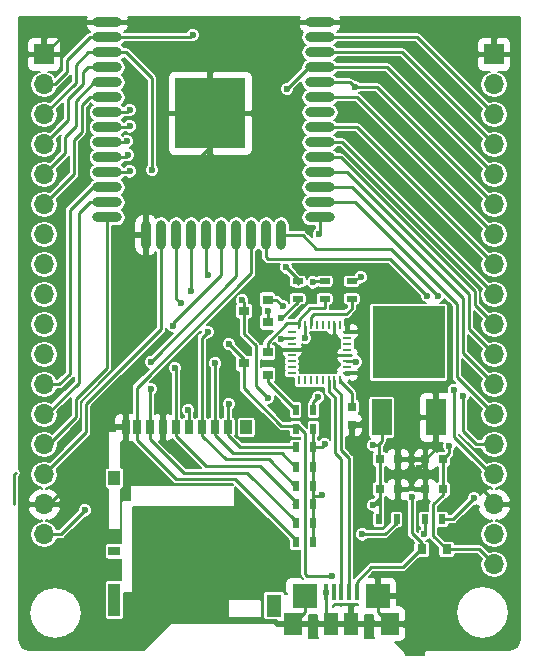
<source format=gtl>
G04 #@! TF.FileFunction,Copper,L1,Top,Signal*
%FSLAX46Y46*%
G04 Gerber Fmt 4.6, Leading zero omitted, Abs format (unit mm)*
G04 Created by KiCad (PCBNEW 4.0.6-e0-6349~52~ubuntu16.10.1) date Tue Mar  7 21:07:10 2017*
%MOMM*%
%LPD*%
G01*
G04 APERTURE LIST*
%ADD10C,0.100000*%
%ADD11R,0.500000X0.900000*%
%ADD12O,2.500000X0.900000*%
%ADD13O,0.900000X2.500000*%
%ADD14R,6.000000X6.000000*%
%ADD15R,0.800000X0.750000*%
%ADD16R,0.700000X1.200000*%
%ADD17R,1.000000X1.200000*%
%ADD18R,1.000000X0.800000*%
%ADD19R,1.000000X2.800000*%
%ADD20R,1.300000X1.900000*%
%ADD21R,1.651000X3.048000*%
%ADD22R,6.096000X6.096000*%
%ADD23R,0.750000X0.800000*%
%ADD24R,0.900000X0.800000*%
%ADD25R,0.900000X0.500000*%
%ADD26R,0.400000X1.350000*%
%ADD27R,2.100000X2.000000*%
%ADD28R,1.600000X1.900000*%
%ADD29R,1.200000X1.900000*%
%ADD30R,0.800000X0.900000*%
%ADD31R,1.700000X1.700000*%
%ADD32O,1.700000X1.700000*%
%ADD33R,0.700000X0.248920*%
%ADD34R,0.250000X0.700000*%
%ADD35R,0.697840X0.248920*%
%ADD36C,0.600000*%
%ADD37C,0.250000*%
%ADD38C,0.200000*%
G04 APERTURE END LIST*
D10*
D11*
X173684500Y-102806500D03*
X175184500Y-102806500D03*
D12*
X175751000Y-68410000D03*
X175751000Y-69680000D03*
X175751000Y-70950000D03*
X175751000Y-72220000D03*
X175751000Y-73490000D03*
X175751000Y-74760000D03*
X175751000Y-76030000D03*
X175751000Y-77300000D03*
X175751000Y-78570000D03*
X175751000Y-79840000D03*
X175751000Y-81110000D03*
X175751000Y-82380000D03*
X175751000Y-83650000D03*
X175751000Y-84920000D03*
D13*
X172466000Y-86410000D03*
X171196000Y-86410000D03*
X169926000Y-86410000D03*
X168656000Y-86410000D03*
X167386000Y-86410000D03*
X166116000Y-86410000D03*
X164846000Y-86410000D03*
X163576000Y-86410000D03*
X162306000Y-86410000D03*
X161036000Y-86410000D03*
D12*
X157751000Y-84920000D03*
X157751000Y-83650000D03*
X157751000Y-82380000D03*
X157751000Y-81110000D03*
X157751000Y-79840000D03*
X157751000Y-78570000D03*
X157751000Y-77300000D03*
X157751000Y-76030000D03*
X157751000Y-74760000D03*
X157751000Y-73490000D03*
X157751000Y-72220000D03*
X157751000Y-70950000D03*
X157751000Y-69680000D03*
X157751000Y-68410000D03*
D14*
X166451000Y-76110000D03*
D15*
X180860000Y-107950000D03*
X182360000Y-107950000D03*
X180860000Y-105410000D03*
X182360000Y-105410000D03*
X186170000Y-107950000D03*
X184670000Y-107950000D03*
X186170000Y-105410000D03*
X184670000Y-105410000D03*
D16*
X159300000Y-102686000D03*
X160250000Y-102686000D03*
X167950000Y-102686000D03*
X166850000Y-102686000D03*
X165750000Y-102686000D03*
X164650000Y-102686000D03*
X163550000Y-102686000D03*
X162450000Y-102686000D03*
X161350000Y-102686000D03*
D17*
X169500000Y-102686000D03*
X158350000Y-106986000D03*
D18*
X158350000Y-113186000D03*
D19*
X158350000Y-117336000D03*
D20*
X171850000Y-117786000D03*
D11*
X175184500Y-101219000D03*
X173684500Y-101219000D03*
D21*
X180975000Y-101854000D03*
D22*
X183261000Y-95504000D03*
D21*
X185547000Y-101854000D03*
D23*
X178435000Y-100977000D03*
X178435000Y-102477000D03*
D24*
X171307000Y-98232000D03*
X171307000Y-96332000D03*
X169307000Y-97282000D03*
X171307000Y-93787000D03*
X171307000Y-91887000D03*
X169307000Y-92837000D03*
D25*
X178435000Y-90309000D03*
X178435000Y-91809000D03*
X173863000Y-90309000D03*
X173863000Y-91809000D03*
D11*
X182233000Y-110490000D03*
X180733000Y-110490000D03*
D25*
X176149000Y-91809000D03*
X176149000Y-90309000D03*
D11*
X186106500Y-110490000D03*
X184606500Y-110490000D03*
D26*
X178846000Y-116652000D03*
X178196000Y-116652000D03*
X177546000Y-116652000D03*
X176896000Y-116652000D03*
X176246000Y-116652000D03*
D27*
X180646000Y-116977000D03*
X174446000Y-116977000D03*
D28*
X173446000Y-119327000D03*
D29*
X176696000Y-119327000D03*
X178396000Y-119327000D03*
D28*
X181646000Y-119327000D03*
D30*
X186470000Y-113030000D03*
X184370000Y-113030000D03*
D31*
X152400000Y-71120000D03*
D32*
X152400000Y-73660000D03*
X152400000Y-76200000D03*
X152400000Y-78740000D03*
X152400000Y-81280000D03*
X152400000Y-83820000D03*
X152400000Y-86360000D03*
X152400000Y-88900000D03*
X152400000Y-91440000D03*
X152400000Y-93980000D03*
X152400000Y-96520000D03*
X152400000Y-99060000D03*
X152400000Y-101600000D03*
X152400000Y-104140000D03*
X152400000Y-106680000D03*
X152400000Y-109220000D03*
X152400000Y-111760000D03*
D11*
X175184500Y-112395000D03*
X173684500Y-112395000D03*
X175184500Y-110807500D03*
X173684500Y-110807500D03*
X175184500Y-109220000D03*
X173684500Y-109220000D03*
X175184500Y-107632500D03*
X173684500Y-107632500D03*
X175184500Y-106045000D03*
X173684500Y-106045000D03*
X175184500Y-104394000D03*
X173684500Y-104394000D03*
D33*
X173376920Y-94602300D03*
X173376920Y-95102680D03*
X173376920Y-95600520D03*
X173376920Y-96100900D03*
X173376920Y-96601280D03*
X173376920Y-97101660D03*
X173376920Y-97602040D03*
X173376920Y-98102420D03*
D34*
X173977300Y-98702800D03*
X174477680Y-98702800D03*
X174975520Y-98702800D03*
X175475900Y-98702800D03*
X175976280Y-98702800D03*
X176476660Y-98702800D03*
X176977040Y-98702800D03*
X177477420Y-98702800D03*
D35*
X178077800Y-98102420D03*
X178077800Y-97602040D03*
X178077800Y-97101660D03*
X178077800Y-96601280D03*
X178077800Y-96100900D03*
X178077800Y-95600520D03*
X178077800Y-95102680D03*
X178077800Y-94602300D03*
D34*
X177477420Y-94001920D03*
X176977040Y-94001920D03*
X176476660Y-94001920D03*
X175976280Y-94001920D03*
X175475900Y-94001920D03*
X174975520Y-94001920D03*
X174477680Y-94001920D03*
X173977300Y-94001920D03*
D31*
X190500000Y-71120000D03*
D32*
X190500000Y-73660000D03*
X190500000Y-76200000D03*
X190500000Y-78740000D03*
X190500000Y-81280000D03*
X190500000Y-83820000D03*
X190500000Y-86360000D03*
X190500000Y-88900000D03*
X190500000Y-91440000D03*
X190500000Y-93980000D03*
X190500000Y-96520000D03*
X190500000Y-99060000D03*
X190500000Y-101600000D03*
X190500000Y-104140000D03*
X190500000Y-106680000D03*
X190500000Y-109220000D03*
X190500000Y-111760000D03*
X190500000Y-114300000D03*
D36*
X175958500Y-108458000D03*
X180213000Y-104203500D03*
X176149000Y-104140000D03*
X180276500Y-109283500D03*
X164592000Y-101219000D03*
X155829000Y-109728000D03*
X164973000Y-69469000D03*
X159639000Y-118554500D03*
X161798000Y-118491000D03*
X187134500Y-106235500D03*
X184150000Y-106172000D03*
X183075000Y-119443500D03*
X179578000Y-101854000D03*
X182626000Y-101854000D03*
X172466000Y-97028000D03*
X159131000Y-100965000D03*
X162433000Y-100711000D03*
X161163000Y-93980000D03*
X186690000Y-104267000D03*
X185420000Y-97790000D03*
X168021000Y-100711000D03*
X163957000Y-92202000D03*
X164846000Y-91186000D03*
X166878000Y-97282000D03*
X166243000Y-94615000D03*
X166243000Y-89789000D03*
X163449000Y-97663000D03*
X163322000Y-94107000D03*
X161417000Y-99441000D03*
X161417000Y-97155000D03*
X183515000Y-108585000D03*
X178816000Y-97155000D03*
X172974000Y-74041000D03*
X172847000Y-89154000D03*
X178689000Y-73914000D03*
X179197000Y-89979500D03*
X176784000Y-115252500D03*
X168021000Y-95631000D03*
X161544000Y-80899000D03*
X159639000Y-75819000D03*
X159639000Y-77216000D03*
X159385000Y-78486000D03*
X159512000Y-79629000D03*
X159639000Y-81026000D03*
X188785500Y-108712000D03*
X187833000Y-100076000D03*
X185737500Y-91567000D03*
X187071000Y-99504500D03*
X184848500Y-91567000D03*
X172466000Y-95250000D03*
X172466000Y-93472000D03*
X175577500Y-100139500D03*
X174498000Y-95123000D03*
X172593000Y-92456000D03*
X171323000Y-92837000D03*
X175133000Y-90424000D03*
X169164000Y-91948000D03*
X175641000Y-86360000D03*
X171323000Y-100203000D03*
X179324000Y-111760000D03*
X184594500Y-111696500D03*
D37*
X149860000Y-109220000D02*
X149860000Y-106680000D01*
X149860000Y-106680000D02*
X149987000Y-106553000D01*
X175895000Y-108521500D02*
X175184500Y-108521500D01*
X175958500Y-108458000D02*
X175895000Y-108521500D01*
X180213000Y-104203500D02*
X180657500Y-104203500D01*
X180657500Y-104203500D02*
X180721000Y-104140000D01*
X175184500Y-104394000D02*
X175895000Y-104394000D01*
X180213000Y-104203500D02*
X180276500Y-104267000D01*
X175895000Y-104394000D02*
X176149000Y-104140000D01*
X175184500Y-112395000D02*
X175184500Y-110807500D01*
X175184500Y-110807500D02*
X175184500Y-109220000D01*
X175184500Y-109220000D02*
X175184500Y-108521500D01*
X175184500Y-108521500D02*
X175184500Y-107632500D01*
X175184500Y-107632500D02*
X175184500Y-106045000D01*
X175184500Y-106045000D02*
X175184500Y-104394000D01*
X175184500Y-104394000D02*
X175184500Y-102806500D01*
X180860000Y-107950000D02*
X180860000Y-108700000D01*
X180860000Y-108700000D02*
X180276500Y-109283500D01*
X180860000Y-107950000D02*
X180860000Y-110363000D01*
X180860000Y-110363000D02*
X180733000Y-110490000D01*
X180860000Y-109220000D02*
X180340000Y-109220000D01*
X180340000Y-109220000D02*
X180276500Y-109283500D01*
X180733000Y-110541500D02*
X180733000Y-110490000D01*
X152400000Y-111760000D02*
X153797000Y-111760000D01*
X164650000Y-101277000D02*
X164650000Y-102686000D01*
X164592000Y-101219000D02*
X164650000Y-101277000D01*
X153797000Y-111760000D02*
X155829000Y-109728000D01*
X157751000Y-69680000D02*
X164762000Y-69680000D01*
X164762000Y-69680000D02*
X164973000Y-69469000D01*
X180860000Y-110363000D02*
X180733000Y-110490000D01*
X180721000Y-104140000D02*
X180721000Y-104267000D01*
X180721000Y-104267000D02*
X180721000Y-105271000D01*
X180721000Y-105271000D02*
X180860000Y-105410000D01*
X180860000Y-105410000D02*
X180860000Y-107950000D01*
X180975000Y-103886000D02*
X180975000Y-101854000D01*
X180721000Y-104140000D02*
X180975000Y-103886000D01*
X157751000Y-69680000D02*
X156253000Y-69680000D01*
X153289000Y-73660000D02*
X152400000Y-73660000D01*
X154305000Y-72644000D02*
X153289000Y-73660000D01*
X154305000Y-71628000D02*
X154305000Y-72644000D01*
X156253000Y-69680000D02*
X154305000Y-71628000D01*
X179451000Y-98107500D02*
X179451000Y-101727000D01*
X179451000Y-101727000D02*
X179578000Y-101854000D01*
X161734500Y-118554500D02*
X159639000Y-118554500D01*
X161798000Y-118491000D02*
X161734500Y-118554500D01*
X178435000Y-102477000D02*
X178955000Y-102477000D01*
X178955000Y-102477000D02*
X179578000Y-101854000D01*
X190500000Y-109220000D02*
X190500000Y-108966000D01*
X190500000Y-108966000D02*
X187769500Y-106235500D01*
X187769500Y-106235500D02*
X187134500Y-106235500D01*
X184150000Y-106172000D02*
X184670000Y-105652000D01*
X184670000Y-105652000D02*
X184670000Y-105410000D01*
X181646000Y-119327000D02*
X182958500Y-119327000D01*
X182958500Y-119327000D02*
X183075000Y-119443500D01*
X176246000Y-116652000D02*
X176246000Y-118877000D01*
X176246000Y-118877000D02*
X176696000Y-119327000D01*
X174446000Y-116977000D02*
X174446000Y-118327000D01*
X174446000Y-118327000D02*
X173446000Y-119327000D01*
X173446000Y-119327000D02*
X176696000Y-119327000D01*
X176696000Y-119327000D02*
X178396000Y-119327000D01*
X178396000Y-119327000D02*
X181646000Y-119327000D01*
X181646000Y-119327000D02*
X180646000Y-118327000D01*
X180646000Y-118327000D02*
X180646000Y-116977000D01*
X177977800Y-96601280D02*
X178353720Y-96601280D01*
X177977800Y-94602300D02*
X179438300Y-94602300D01*
X179451000Y-94615000D02*
X179451000Y-95504000D01*
X179438300Y-94602300D02*
X179451000Y-94615000D01*
X179451000Y-95504000D02*
X179451000Y-98107500D01*
X179451000Y-98107500D02*
X179451000Y-98171000D01*
X185547000Y-101854000D02*
X182626000Y-101854000D01*
X177977800Y-98102420D02*
X179451000Y-98102420D01*
X179451000Y-98102420D02*
X179451000Y-98171000D01*
X172631100Y-96100900D02*
X173476920Y-96100900D01*
X172466000Y-96266000D02*
X172631100Y-96100900D01*
X172466000Y-97028000D02*
X172466000Y-96266000D01*
X159300000Y-101134000D02*
X159300000Y-102686000D01*
X159131000Y-100965000D02*
X159300000Y-101134000D01*
X162450000Y-100728000D02*
X162450000Y-102686000D01*
X162433000Y-100711000D02*
X162450000Y-100728000D01*
X161036000Y-93853000D02*
X161163000Y-93980000D01*
X161036000Y-86410000D02*
X161036000Y-93853000D01*
X182499000Y-108089000D02*
X182360000Y-107950000D01*
X152400000Y-109220000D02*
X152781000Y-109220000D01*
X152781000Y-109220000D02*
X157226000Y-104775000D01*
X157296000Y-102686000D02*
X159300000Y-102686000D01*
X157226000Y-102616000D02*
X157296000Y-102686000D01*
X157226000Y-104775000D02*
X157226000Y-102616000D01*
X161036000Y-84328000D02*
X161036000Y-86410000D01*
X166451000Y-76110000D02*
X166451000Y-68753000D01*
X166451000Y-68753000D02*
X166794000Y-68410000D01*
X175751000Y-68410000D02*
X166794000Y-68410000D01*
X166794000Y-68410000D02*
X157751000Y-68410000D01*
X157751000Y-68410000D02*
X157708000Y-68453000D01*
X157708000Y-68453000D02*
X155067000Y-68453000D01*
X155067000Y-68453000D02*
X152400000Y-71120000D01*
X175751000Y-68410000D02*
X186139000Y-68410000D01*
X188849000Y-71120000D02*
X190500000Y-71120000D01*
X186139000Y-68410000D02*
X188849000Y-71120000D01*
X185547000Y-101854000D02*
X185547000Y-104533000D01*
X185547000Y-104533000D02*
X184670000Y-105410000D01*
X184670000Y-105410000D02*
X184670000Y-107950000D01*
X184670000Y-107950000D02*
X182360000Y-107950000D01*
X182360000Y-107950000D02*
X182360000Y-105410000D01*
X176977040Y-95885000D02*
X176977040Y-96072960D01*
X176977040Y-96072960D02*
X176911000Y-96139000D01*
X177119280Y-96601280D02*
X177977800Y-96601280D01*
X176911000Y-96393000D02*
X177119280Y-96601280D01*
X176911000Y-96139000D02*
X176911000Y-96393000D01*
X173476920Y-96100900D02*
X176949100Y-96100900D01*
X176949100Y-96100900D02*
X176977040Y-96072960D01*
X176977040Y-95885000D02*
X176977040Y-94101920D01*
X166451000Y-76110000D02*
X166451000Y-78913000D01*
X167340000Y-76110000D02*
X167120400Y-76110000D01*
X166451000Y-78913000D02*
X161036000Y-84328000D01*
X186170000Y-107950000D02*
X186170000Y-108406500D01*
X185356500Y-111916500D02*
X186470000Y-113030000D01*
X185356500Y-109220000D02*
X185356500Y-111916500D01*
X186170000Y-108406500D02*
X185356500Y-109220000D01*
X186470000Y-113030000D02*
X189230000Y-113030000D01*
X189230000Y-113030000D02*
X190500000Y-114300000D01*
X186170000Y-107950000D02*
X186170000Y-105410000D01*
X186170000Y-105410000D02*
X186690000Y-104890000D01*
X186690000Y-104890000D02*
X186690000Y-104267000D01*
X185420000Y-97790000D02*
X183261000Y-95631000D01*
X183261000Y-95631000D02*
X183261000Y-95504000D01*
X173684500Y-112395000D02*
X173684500Y-112216500D01*
X173684500Y-112216500D02*
X168529000Y-107061000D01*
X168529000Y-107061000D02*
X163576000Y-107061000D01*
X163576000Y-107061000D02*
X160250000Y-103735000D01*
X160250000Y-103735000D02*
X160250000Y-102686000D01*
X160250000Y-102686000D02*
X160250000Y-103227000D01*
X169926000Y-86410000D02*
X169926000Y-89662000D01*
X160250000Y-99338000D02*
X160250000Y-102686000D01*
X169926000Y-89662000D02*
X160250000Y-99338000D01*
X173684500Y-104394000D02*
X168973500Y-104394000D01*
X167950000Y-103370500D02*
X167950000Y-102686000D01*
X168973500Y-104394000D02*
X167950000Y-103370500D01*
X167950000Y-102686000D02*
X167950000Y-103180000D01*
X163576000Y-86410000D02*
X163576000Y-91821000D01*
X167950000Y-100782000D02*
X167950000Y-102686000D01*
X168021000Y-100711000D02*
X167950000Y-100782000D01*
X163576000Y-91821000D02*
X163957000Y-92202000D01*
X173684500Y-106045000D02*
X173672500Y-106045000D01*
X173672500Y-106045000D02*
X172529500Y-104902000D01*
X172529500Y-104902000D02*
X168402000Y-104902000D01*
X168402000Y-104902000D02*
X166850000Y-103350000D01*
X166850000Y-103350000D02*
X166850000Y-102686000D01*
X166850000Y-103159500D02*
X166850000Y-102686000D01*
X164846000Y-86410000D02*
X164846000Y-91186000D01*
X166878000Y-97282000D02*
X166850000Y-97310000D01*
X166850000Y-97310000D02*
X166850000Y-102686000D01*
X173684500Y-107632500D02*
X173672500Y-107632500D01*
X173672500Y-107632500D02*
X171450000Y-105410000D01*
X171450000Y-105410000D02*
X167767000Y-105410000D01*
X167767000Y-105410000D02*
X165750000Y-103393000D01*
X165750000Y-103393000D02*
X165750000Y-102686000D01*
X165750000Y-103202500D02*
X165750000Y-102686000D01*
X165750000Y-102686000D02*
X165750000Y-103139000D01*
X166116000Y-86410000D02*
X166116000Y-89662000D01*
X165750000Y-95108000D02*
X165750000Y-102686000D01*
X166243000Y-94615000D02*
X165750000Y-95108000D01*
X166116000Y-89662000D02*
X166243000Y-89789000D01*
X173684500Y-107886500D02*
X173609000Y-107886500D01*
X173684500Y-109220000D02*
X173684500Y-108978000D01*
X173684500Y-108978000D02*
X170688000Y-105981500D01*
X163550000Y-103415500D02*
X163550000Y-102686000D01*
X166116000Y-105981500D02*
X163550000Y-103415500D01*
X170688000Y-105981500D02*
X166116000Y-105981500D01*
X163550000Y-103161500D02*
X163550000Y-102686000D01*
X163550000Y-102686000D02*
X163550000Y-103098000D01*
X167386000Y-86410000D02*
X167386000Y-89789000D01*
X163550000Y-97764000D02*
X163550000Y-102686000D01*
X163449000Y-97663000D02*
X163550000Y-97764000D01*
X163322000Y-93853000D02*
X163322000Y-94107000D01*
X167386000Y-89789000D02*
X163322000Y-93853000D01*
X173684500Y-109220000D02*
X173482000Y-109220000D01*
X173684500Y-110807500D02*
X173684500Y-110629000D01*
X173684500Y-110629000D02*
X169608500Y-106553000D01*
X169608500Y-106553000D02*
X164211000Y-106553000D01*
X164211000Y-106553000D02*
X161350000Y-103692000D01*
X161350000Y-103692000D02*
X161350000Y-102686000D01*
X173684500Y-110553500D02*
X173482000Y-110553500D01*
X161350000Y-102686000D02*
X161350000Y-103184000D01*
X168656000Y-86410000D02*
X168656000Y-89916000D01*
X161350000Y-99508000D02*
X161350000Y-102686000D01*
X161417000Y-99441000D02*
X161350000Y-99508000D01*
X168656000Y-89916000D02*
X161417000Y-97155000D01*
X184370000Y-113030000D02*
X184370000Y-112488000D01*
X178762660Y-97101660D02*
X178816000Y-97155000D01*
X178762660Y-97101660D02*
X177977800Y-97101660D01*
X183515000Y-111633000D02*
X183515000Y-108585000D01*
X184370000Y-112488000D02*
X183515000Y-111633000D01*
X178846000Y-116652000D02*
X178846000Y-115794000D01*
X182753000Y-114554000D02*
X184370000Y-112937000D01*
X180086000Y-114554000D02*
X182753000Y-114554000D01*
X178846000Y-115794000D02*
X180086000Y-114554000D01*
X175751000Y-72220000D02*
X181440000Y-72220000D01*
X181440000Y-72220000D02*
X190500000Y-81280000D01*
X175751000Y-72220000D02*
X174795000Y-72220000D01*
X174795000Y-72220000D02*
X172974000Y-74041000D01*
X172847000Y-89154000D02*
X173863000Y-90170000D01*
X173863000Y-90170000D02*
X173863000Y-90551000D01*
X173863000Y-90551000D02*
X173863000Y-90309000D01*
X176476660Y-98702800D02*
X176476660Y-99641660D01*
X177038000Y-100330000D02*
X177038000Y-104902000D01*
X177038000Y-104902000D02*
X177546000Y-105410000D01*
X177546000Y-105410000D02*
X177546000Y-116652000D01*
X177038000Y-100203000D02*
X177038000Y-100330000D01*
X176476660Y-99641660D02*
X177038000Y-100203000D01*
X176977040Y-98702800D02*
X176977040Y-99316540D01*
X178196000Y-105298000D02*
X178196000Y-116652000D01*
X177546000Y-104648000D02*
X178196000Y-105298000D01*
X177546000Y-99885500D02*
X177546000Y-104648000D01*
X176977040Y-99316540D02*
X177546000Y-99885500D01*
X178689000Y-73914000D02*
X180594000Y-73914000D01*
X180594000Y-73914000D02*
X190500000Y-83820000D01*
X178265000Y-73490000D02*
X175751000Y-73490000D01*
X178689000Y-73914000D02*
X178265000Y-73490000D01*
X178435000Y-90309000D02*
X179197000Y-89979500D01*
X169307000Y-97282000D02*
X169307000Y-99393500D01*
X172466000Y-102552500D02*
X173863000Y-102552500D01*
X169307000Y-99393500D02*
X172466000Y-102552500D01*
X173863000Y-102552500D02*
X174498000Y-103187500D01*
X174498000Y-115125500D02*
X174625000Y-115252500D01*
X174625000Y-115252500D02*
X176784000Y-115252500D01*
X174498000Y-104521000D02*
X174498000Y-115062000D01*
X174498000Y-115062000D02*
X174498000Y-115125500D01*
X174498000Y-103187500D02*
X174498000Y-104521000D01*
X157751000Y-70950000D02*
X159342000Y-70950000D01*
X168021000Y-95631000D02*
X169307000Y-96917000D01*
X161544000Y-73152000D02*
X161544000Y-80899000D01*
X159342000Y-70950000D02*
X161544000Y-73152000D01*
X169307000Y-96917000D02*
X169307000Y-97282000D01*
X169418000Y-97393000D02*
X169307000Y-97282000D01*
X157751000Y-70950000D02*
X156126000Y-70950000D01*
X155067000Y-73533000D02*
X152400000Y-76200000D01*
X155067000Y-72009000D02*
X155067000Y-73533000D01*
X156126000Y-70950000D02*
X155067000Y-72009000D01*
X157751000Y-72220000D02*
X156126000Y-72220000D01*
X154432000Y-76708000D02*
X152400000Y-78740000D01*
X154432000Y-74930000D02*
X154432000Y-76708000D01*
X155702000Y-73660000D02*
X154432000Y-74930000D01*
X155702000Y-72644000D02*
X155702000Y-73660000D01*
X156126000Y-72220000D02*
X155702000Y-72644000D01*
X157751000Y-73490000D02*
X156634000Y-73490000D01*
X156634000Y-73490000D02*
X155067000Y-75057000D01*
X154178000Y-79502000D02*
X152400000Y-81280000D01*
X154178000Y-78105000D02*
X154178000Y-79502000D01*
X155067000Y-77216000D02*
X154178000Y-78105000D01*
X155067000Y-75057000D02*
X155067000Y-77216000D01*
X157751000Y-73490000D02*
X156761000Y-73490000D01*
X157751000Y-74760000D02*
X156253000Y-74760000D01*
X154940000Y-81280000D02*
X152400000Y-83820000D01*
X154940000Y-78359000D02*
X154940000Y-81280000D01*
X155575000Y-77724000D02*
X154940000Y-78359000D01*
X155575000Y-75438000D02*
X155575000Y-77724000D01*
X156253000Y-74760000D02*
X155575000Y-75438000D01*
X159639000Y-75819000D02*
X159428000Y-76030000D01*
X159428000Y-76030000D02*
X157751000Y-76030000D01*
X157650000Y-76030000D02*
X157480000Y-76200000D01*
X157650000Y-76030000D02*
X157480000Y-76200000D01*
X159555000Y-77300000D02*
X157751000Y-77300000D01*
X159639000Y-77216000D02*
X159555000Y-77300000D01*
X157650000Y-77300000D02*
X157480000Y-77470000D01*
X157650000Y-77300000D02*
X157480000Y-77470000D01*
X159301000Y-78570000D02*
X157751000Y-78570000D01*
X159385000Y-78486000D02*
X159301000Y-78570000D01*
X157650000Y-78570000D02*
X157480000Y-78740000D01*
X157650000Y-78570000D02*
X157480000Y-78740000D01*
X159301000Y-79840000D02*
X157751000Y-79840000D01*
X159512000Y-79629000D02*
X159301000Y-79840000D01*
X159555000Y-81110000D02*
X157751000Y-81110000D01*
X159639000Y-81026000D02*
X159555000Y-81110000D01*
X157650000Y-81110000D02*
X157480000Y-81280000D01*
X157650000Y-81110000D02*
X157480000Y-81280000D01*
X152400000Y-99060000D02*
X153670000Y-99060000D01*
X154559000Y-84328000D02*
X156507000Y-82380000D01*
X154559000Y-98171000D02*
X154559000Y-84328000D01*
X153670000Y-99060000D02*
X154559000Y-98171000D01*
X156507000Y-82380000D02*
X157751000Y-82380000D01*
X157650000Y-82380000D02*
X157480000Y-82550000D01*
X157650000Y-82380000D02*
X157480000Y-82550000D01*
X152400000Y-101600000D02*
X152654000Y-101600000D01*
X152654000Y-101600000D02*
X155321000Y-98933000D01*
X155321000Y-98933000D02*
X155321000Y-84582000D01*
X155321000Y-84582000D02*
X156253000Y-83650000D01*
X156253000Y-83650000D02*
X157751000Y-83650000D01*
X157650000Y-83650000D02*
X157480000Y-83820000D01*
X157650000Y-83650000D02*
X157480000Y-83820000D01*
X152400000Y-104140000D02*
X152781000Y-104140000D01*
X152781000Y-104140000D02*
X155067000Y-101854000D01*
X155067000Y-101854000D02*
X155067000Y-100330000D01*
X155067000Y-100330000D02*
X157751000Y-97646000D01*
X157751000Y-97646000D02*
X157751000Y-84920000D01*
X162306000Y-86410000D02*
X162306000Y-94361000D01*
X155956000Y-103124000D02*
X152400000Y-106680000D01*
X155956000Y-100711000D02*
X155956000Y-103124000D01*
X162306000Y-94361000D02*
X155956000Y-100711000D01*
X175751000Y-69680000D02*
X183980000Y-69680000D01*
X183980000Y-69680000D02*
X190500000Y-76200000D01*
X175751000Y-70950000D02*
X182710000Y-70950000D01*
X182710000Y-70950000D02*
X190500000Y-78740000D01*
X175751000Y-74760000D02*
X178900000Y-74760000D01*
X178900000Y-74760000D02*
X190500000Y-86360000D01*
X175751000Y-77300000D02*
X178900000Y-77300000D01*
X178900000Y-77300000D02*
X190500000Y-88900000D01*
X175751000Y-78570000D02*
X177630000Y-78570000D01*
X177630000Y-78570000D02*
X190500000Y-91440000D01*
X175751000Y-79840000D02*
X177503000Y-79840000D01*
X188849000Y-92329000D02*
X190500000Y-93980000D01*
X188849000Y-91186000D02*
X188849000Y-92329000D01*
X177503000Y-79840000D02*
X188849000Y-91186000D01*
X175751000Y-81110000D02*
X178011000Y-81110000D01*
X188341000Y-94361000D02*
X190500000Y-96520000D01*
X188341000Y-91440000D02*
X188341000Y-94361000D01*
X178011000Y-81110000D02*
X188341000Y-91440000D01*
X175751000Y-82380000D02*
X178455500Y-82380000D01*
X187833000Y-96393000D02*
X190500000Y-99060000D01*
X187833000Y-91757500D02*
X187833000Y-96393000D01*
X178455500Y-82380000D02*
X187833000Y-91757500D01*
X175751000Y-83650000D02*
X178709500Y-83650000D01*
X187325000Y-98425000D02*
X190500000Y-101600000D01*
X187325000Y-92265500D02*
X187325000Y-98425000D01*
X178709500Y-83650000D02*
X187325000Y-92265500D01*
X187007500Y-110490000D02*
X186106500Y-110490000D01*
X188785500Y-108712000D02*
X187007500Y-110490000D01*
X172466000Y-86410000D02*
X174294000Y-86410000D01*
X188976000Y-104140000D02*
X190500000Y-104140000D01*
X187833000Y-102997000D02*
X188976000Y-104140000D01*
X187833000Y-100076000D02*
X187833000Y-102997000D01*
X181737000Y-87566500D02*
X185737500Y-91567000D01*
X175450500Y-87566500D02*
X181737000Y-87566500D01*
X174294000Y-86410000D02*
X175450500Y-87566500D01*
X171196000Y-86410000D02*
X171196000Y-88265000D01*
X187071000Y-103505000D02*
X190246000Y-106680000D01*
X187071000Y-99504500D02*
X187071000Y-103505000D01*
X181705949Y-88424449D02*
X184848500Y-91567000D01*
X171355449Y-88424449D02*
X181705949Y-88424449D01*
X171196000Y-88265000D02*
X171355449Y-88424449D01*
X190246000Y-106680000D02*
X190500000Y-106680000D01*
X177477420Y-98702800D02*
X177477420Y-98800920D01*
X177477420Y-98800920D02*
X178435000Y-99758500D01*
X178435000Y-99758500D02*
X178435000Y-100977000D01*
X177477420Y-98602800D02*
X177477420Y-98737420D01*
X173863000Y-91809000D02*
X173863000Y-92075000D01*
X172613320Y-95102680D02*
X173476920Y-95102680D01*
X172466000Y-95250000D02*
X172613320Y-95102680D01*
X173863000Y-92075000D02*
X172466000Y-93472000D01*
X174975520Y-94001920D02*
X174975520Y-93317482D01*
X178435000Y-92646500D02*
X178435000Y-91809000D01*
X177990500Y-93091000D02*
X178435000Y-92646500D01*
X175202002Y-93091000D02*
X177990500Y-93091000D01*
X174975520Y-93317482D02*
X175202002Y-93091000D01*
X175184500Y-100532500D02*
X175184500Y-101219000D01*
X175577500Y-100139500D02*
X175184500Y-100532500D01*
X171307000Y-91887000D02*
X172024000Y-91887000D01*
X174477680Y-95102680D02*
X174477680Y-94101920D01*
X174498000Y-95123000D02*
X174477680Y-95102680D01*
X172024000Y-91887000D02*
X172593000Y-92456000D01*
X171307000Y-96332000D02*
X171307000Y-95520000D01*
X172974000Y-93853000D02*
X173977300Y-93853000D01*
X171307000Y-95520000D02*
X172974000Y-93853000D01*
X173977300Y-93853000D02*
X173977300Y-94101920D01*
X173977300Y-94101920D02*
X173961513Y-93599896D01*
X176149000Y-92583000D02*
X176149000Y-91809000D01*
X174879000Y-92583000D02*
X176149000Y-92583000D01*
X173961513Y-93599896D02*
X174879000Y-92583000D01*
X171307000Y-98232000D02*
X171307000Y-98841500D01*
X171307000Y-98841500D02*
X173684500Y-101219000D01*
X176149000Y-90309000D02*
X175248000Y-90309000D01*
X171307000Y-92853000D02*
X171307000Y-93787000D01*
X171323000Y-92837000D02*
X171307000Y-92853000D01*
X175248000Y-90309000D02*
X175133000Y-90424000D01*
X176010000Y-90309000D02*
X176149000Y-90309000D01*
X175751000Y-84920000D02*
X175751000Y-86250000D01*
X169307000Y-92091000D02*
X169307000Y-92837000D01*
X169164000Y-91948000D02*
X169307000Y-92091000D01*
X175751000Y-86250000D02*
X175641000Y-86360000D01*
X169307000Y-92837000D02*
X169307000Y-94758000D01*
X170307000Y-99187000D02*
X171323000Y-100203000D01*
X170307000Y-95758000D02*
X170307000Y-99187000D01*
X169307000Y-94758000D02*
X170307000Y-95758000D01*
X182233000Y-110490000D02*
X182233000Y-110756000D01*
X182233000Y-110756000D02*
X181229000Y-111760000D01*
X181229000Y-111760000D02*
X179324000Y-111760000D01*
X184606500Y-110490000D02*
X184606500Y-111684500D01*
X184606500Y-111684500D02*
X184594500Y-111696500D01*
D38*
G36*
X155941246Y-68094151D02*
X156058184Y-68256000D01*
X157597000Y-68256000D01*
X157597000Y-68236000D01*
X157905000Y-68236000D01*
X157905000Y-68256000D01*
X159443816Y-68256000D01*
X159560754Y-68094151D01*
X159477552Y-67918000D01*
X174024448Y-67918000D01*
X173941246Y-68094151D01*
X174058184Y-68256000D01*
X175597000Y-68256000D01*
X175597000Y-68236000D01*
X175905000Y-68236000D01*
X175905000Y-68256000D01*
X177443816Y-68256000D01*
X177560754Y-68094151D01*
X177477552Y-67918000D01*
X192665000Y-67918000D01*
X192665000Y-120613064D01*
X192590085Y-120989689D01*
X192397666Y-121277666D01*
X192109689Y-121470085D01*
X191733068Y-121545000D01*
X184912000Y-121545000D01*
X184768494Y-121573545D01*
X184646835Y-121654835D01*
X184565545Y-121776494D01*
X184537000Y-121920000D01*
X184542371Y-121947000D01*
X182995629Y-121947000D01*
X183001000Y-121920000D01*
X182972455Y-121776493D01*
X182891165Y-121654835D01*
X182121330Y-120885000D01*
X182566939Y-120885000D01*
X182790405Y-120792437D01*
X182961438Y-120621404D01*
X183054000Y-120397938D01*
X183054000Y-119633000D01*
X182902000Y-119481000D01*
X181800000Y-119481000D01*
X181800000Y-119501000D01*
X181492000Y-119501000D01*
X181492000Y-119481000D01*
X180390000Y-119481000D01*
X180238000Y-119633000D01*
X180238000Y-120397938D01*
X180292287Y-120529000D01*
X179549713Y-120529000D01*
X179604000Y-120397938D01*
X179604000Y-119633000D01*
X179452000Y-119481000D01*
X178550000Y-119481000D01*
X178550000Y-119501000D01*
X178242000Y-119501000D01*
X178242000Y-119481000D01*
X176850000Y-119481000D01*
X176850000Y-119501000D01*
X176542000Y-119501000D01*
X176542000Y-119481000D01*
X175640000Y-119481000D01*
X175488000Y-119633000D01*
X175488000Y-120397938D01*
X175542287Y-120529000D01*
X174799713Y-120529000D01*
X174854000Y-120397938D01*
X174854000Y-119633000D01*
X174702000Y-119481000D01*
X173600000Y-119481000D01*
X173600000Y-119501000D01*
X173292000Y-119501000D01*
X173292000Y-119481000D01*
X172190000Y-119481000D01*
X172135665Y-119535335D01*
X171969165Y-119368835D01*
X171847507Y-119287545D01*
X171704000Y-119259000D01*
X163322000Y-119259000D01*
X163178493Y-119287545D01*
X163056835Y-119368835D01*
X160880670Y-121545000D01*
X151166936Y-121545000D01*
X150790311Y-121470085D01*
X150502334Y-121277666D01*
X150309915Y-120989689D01*
X150235000Y-120613068D01*
X150235000Y-118414800D01*
X151107476Y-118414800D01*
X151277402Y-119269073D01*
X151761309Y-119993291D01*
X152485527Y-120477198D01*
X153339800Y-120647124D01*
X154194073Y-120477198D01*
X154918291Y-119993291D01*
X155402198Y-119269073D01*
X155572124Y-118414800D01*
X155402198Y-117560527D01*
X154918291Y-116836309D01*
X154194073Y-116352402D01*
X153339800Y-116182476D01*
X152485527Y-116352402D01*
X151761309Y-116836309D01*
X151277402Y-117560527D01*
X151107476Y-118414800D01*
X150235000Y-118414800D01*
X150235000Y-109598910D01*
X150992097Y-109598910D01*
X151136523Y-109947616D01*
X151511146Y-110375741D01*
X152021089Y-110627915D01*
X152245998Y-110517857D01*
X152245998Y-110636152D01*
X151937384Y-110697539D01*
X151564297Y-110946827D01*
X151315009Y-111319914D01*
X151227470Y-111760000D01*
X151315009Y-112200086D01*
X151564297Y-112573173D01*
X151937384Y-112822461D01*
X152377470Y-112910000D01*
X152422530Y-112910000D01*
X152862616Y-112822461D01*
X153235703Y-112573173D01*
X153484991Y-112200086D01*
X153487992Y-112185000D01*
X153797000Y-112185000D01*
X153932657Y-112158016D01*
X153959641Y-112152649D01*
X154097520Y-112060520D01*
X155830039Y-110328001D01*
X155947824Y-110328104D01*
X156168429Y-110236952D01*
X156337359Y-110068317D01*
X156428896Y-109847871D01*
X156429104Y-109609176D01*
X156337952Y-109388571D01*
X156169317Y-109219641D01*
X155948871Y-109128104D01*
X155710176Y-109127896D01*
X155489571Y-109219048D01*
X155320641Y-109387683D01*
X155229104Y-109608129D01*
X155229000Y-109726960D01*
X153620960Y-111335000D01*
X153487992Y-111335000D01*
X153484991Y-111319914D01*
X153235703Y-110946827D01*
X152862616Y-110697539D01*
X152554002Y-110636152D01*
X152554002Y-110517857D01*
X152778911Y-110627915D01*
X153288854Y-110375741D01*
X153663477Y-109947616D01*
X153807903Y-109598910D01*
X153696889Y-109374000D01*
X152554000Y-109374000D01*
X152554000Y-109394000D01*
X152246000Y-109394000D01*
X152246000Y-109374000D01*
X151103111Y-109374000D01*
X150992097Y-109598910D01*
X150235000Y-109598910D01*
X150235000Y-109409053D01*
X150252649Y-109382640D01*
X150285000Y-109220000D01*
X150285000Y-108841090D01*
X150992097Y-108841090D01*
X151103111Y-109066000D01*
X152246000Y-109066000D01*
X152246000Y-109046000D01*
X152554000Y-109046000D01*
X152554000Y-109066000D01*
X153696889Y-109066000D01*
X153807903Y-108841090D01*
X153663477Y-108492384D01*
X153288854Y-108064259D01*
X152778911Y-107812085D01*
X152554002Y-107922143D01*
X152554002Y-107803848D01*
X152862616Y-107742461D01*
X153235703Y-107493173D01*
X153484991Y-107120086D01*
X153572530Y-106680000D01*
X153514050Y-106386000D01*
X157544123Y-106386000D01*
X157544123Y-107586000D01*
X157565042Y-107697173D01*
X157630745Y-107799279D01*
X157730997Y-107867778D01*
X157761000Y-107873854D01*
X157761000Y-111252000D01*
X157767839Y-111288346D01*
X157789319Y-111321727D01*
X157822094Y-111344121D01*
X157861000Y-111352000D01*
X158775400Y-111352000D01*
X158811746Y-111345161D01*
X158845127Y-111323681D01*
X158867521Y-111290906D01*
X158875400Y-111252000D01*
X158875400Y-107887098D01*
X158961173Y-107870958D01*
X159063279Y-107805255D01*
X159131778Y-107705003D01*
X159155877Y-107586000D01*
X159155877Y-106386000D01*
X159134958Y-106274827D01*
X159069255Y-106172721D01*
X158969003Y-106104222D01*
X158875400Y-106085267D01*
X158875400Y-103894000D01*
X158994000Y-103894000D01*
X159146000Y-103742000D01*
X159146000Y-102840000D01*
X158494000Y-102840000D01*
X158360800Y-102973200D01*
X157861000Y-102973200D01*
X157824654Y-102980039D01*
X157791273Y-103001519D01*
X157768879Y-103034294D01*
X157761000Y-103073200D01*
X157761000Y-106096870D01*
X157738827Y-106101042D01*
X157636721Y-106166745D01*
X157568222Y-106266997D01*
X157544123Y-106386000D01*
X153514050Y-106386000D01*
X153484991Y-106239914D01*
X153467421Y-106213619D01*
X156256520Y-103424521D01*
X156323592Y-103324140D01*
X156348649Y-103286640D01*
X156381000Y-103124000D01*
X156381000Y-101965062D01*
X158342000Y-101965062D01*
X158342000Y-102380000D01*
X158494000Y-102532000D01*
X159146000Y-102532000D01*
X159146000Y-101630000D01*
X158994000Y-101478000D01*
X158829061Y-101478000D01*
X158605595Y-101570563D01*
X158434562Y-101741596D01*
X158342000Y-101965062D01*
X156381000Y-101965062D01*
X156381000Y-100887040D01*
X162606520Y-94661520D01*
X162698649Y-94523641D01*
X162709135Y-94470923D01*
X162731000Y-94361000D01*
X162731000Y-94247857D01*
X162813048Y-94446429D01*
X162981683Y-94615359D01*
X163202129Y-94706896D01*
X163264010Y-94706950D01*
X161415961Y-96554999D01*
X161298176Y-96554896D01*
X161077571Y-96646048D01*
X160908641Y-96814683D01*
X160817104Y-97035129D01*
X160816896Y-97273824D01*
X160908048Y-97494429D01*
X161076683Y-97663359D01*
X161251154Y-97735806D01*
X159949480Y-99037480D01*
X159857351Y-99175359D01*
X159857351Y-99175360D01*
X159825000Y-99338000D01*
X159825000Y-101500393D01*
X159770939Y-101478000D01*
X159606000Y-101478000D01*
X159454000Y-101630000D01*
X159454000Y-102532000D01*
X159474000Y-102532000D01*
X159474000Y-102840000D01*
X159454000Y-102840000D01*
X159454000Y-103742000D01*
X159606000Y-103894000D01*
X159770939Y-103894000D01*
X159850104Y-103861208D01*
X159857351Y-103897641D01*
X159949480Y-104035520D01*
X163275479Y-107361520D01*
X163367608Y-107423078D01*
X163413360Y-107453649D01*
X163576000Y-107486000D01*
X168352960Y-107486000D01*
X168412160Y-107545200D01*
X159740600Y-107545200D01*
X159704254Y-107552039D01*
X159670873Y-107573519D01*
X159648479Y-107606294D01*
X159640600Y-107645200D01*
X159640600Y-108866000D01*
X159029400Y-108866000D01*
X158993054Y-108872839D01*
X158959673Y-108894319D01*
X158937279Y-108927094D01*
X158929400Y-108966000D01*
X158929400Y-112496202D01*
X158850000Y-112480123D01*
X157850000Y-112480123D01*
X157738827Y-112501042D01*
X157636721Y-112566745D01*
X157568222Y-112666997D01*
X157544123Y-112786000D01*
X157544123Y-113586000D01*
X157565042Y-113697173D01*
X157630745Y-113799279D01*
X157730997Y-113867778D01*
X157850000Y-113891877D01*
X158850000Y-113891877D01*
X158929400Y-113876937D01*
X158929400Y-115646202D01*
X158850000Y-115630123D01*
X157850000Y-115630123D01*
X157738827Y-115651042D01*
X157636721Y-115716745D01*
X157568222Y-115816997D01*
X157544123Y-115936000D01*
X157544123Y-118736000D01*
X157565042Y-118847173D01*
X157630745Y-118949279D01*
X157730997Y-119017778D01*
X157850000Y-119041877D01*
X158850000Y-119041877D01*
X158961173Y-119020958D01*
X159063279Y-118955255D01*
X159131778Y-118855003D01*
X159155877Y-118736000D01*
X159155877Y-117348000D01*
X167971800Y-117348000D01*
X167971800Y-118770400D01*
X167978639Y-118806746D01*
X168000119Y-118840127D01*
X168032894Y-118862521D01*
X168071800Y-118870400D01*
X170713400Y-118870400D01*
X170749746Y-118863561D01*
X170783127Y-118842081D01*
X170805521Y-118809306D01*
X170813400Y-118770400D01*
X170813400Y-117348000D01*
X170806561Y-117311654D01*
X170785081Y-117278273D01*
X170752306Y-117255879D01*
X170713400Y-117248000D01*
X168071800Y-117248000D01*
X168035454Y-117254839D01*
X168002073Y-117276319D01*
X167979679Y-117309094D01*
X167971800Y-117348000D01*
X159155877Y-117348000D01*
X159155877Y-116686000D01*
X159791400Y-116686000D01*
X159827746Y-116679161D01*
X159861127Y-116657681D01*
X159883521Y-116624906D01*
X159891400Y-116586000D01*
X159891400Y-109421600D01*
X168478200Y-109421600D01*
X168514546Y-109414761D01*
X168547927Y-109393281D01*
X168570321Y-109360506D01*
X168578200Y-109321600D01*
X168578200Y-107711240D01*
X173128623Y-112261663D01*
X173128623Y-112845000D01*
X173149542Y-112956173D01*
X173215245Y-113058279D01*
X173315497Y-113126778D01*
X173434500Y-113150877D01*
X173934500Y-113150877D01*
X174045673Y-113129958D01*
X174073000Y-113112374D01*
X174073000Y-115125500D01*
X174092720Y-115224640D01*
X174105351Y-115288141D01*
X174197480Y-115426020D01*
X174291998Y-115520538D01*
X174291998Y-115520998D01*
X174140000Y-115369000D01*
X173275061Y-115369000D01*
X173051595Y-115461563D01*
X172880562Y-115632596D01*
X172788000Y-115856062D01*
X172788000Y-116671000D01*
X172939998Y-116822998D01*
X172803430Y-116822998D01*
X172784958Y-116724827D01*
X172719255Y-116622721D01*
X172619003Y-116554222D01*
X172500000Y-116530123D01*
X171200000Y-116530123D01*
X171088827Y-116551042D01*
X170986721Y-116616745D01*
X170918222Y-116716997D01*
X170894123Y-116836000D01*
X170894123Y-118736000D01*
X170915042Y-118847173D01*
X170980745Y-118949279D01*
X171080997Y-119017778D01*
X171200000Y-119041877D01*
X172058877Y-119041877D01*
X172190000Y-119173000D01*
X173292000Y-119173000D01*
X173292000Y-119153000D01*
X173600000Y-119153000D01*
X173600000Y-119173000D01*
X174702000Y-119173000D01*
X174854000Y-119021000D01*
X174854000Y-118585000D01*
X175488000Y-118585000D01*
X175488000Y-119021000D01*
X175640000Y-119173000D01*
X176542000Y-119173000D01*
X176542000Y-119153000D01*
X176850000Y-119153000D01*
X176850000Y-119173000D01*
X178242000Y-119173000D01*
X178242000Y-117921000D01*
X178090000Y-117769000D01*
X177675061Y-117769000D01*
X177546000Y-117822459D01*
X177416939Y-117769000D01*
X177002000Y-117769000D01*
X176850002Y-117920998D01*
X176850002Y-117782840D01*
X176961438Y-117671404D01*
X176977396Y-117632877D01*
X177096000Y-117632877D01*
X177207173Y-117611958D01*
X177219779Y-117603846D01*
X177226997Y-117608778D01*
X177346000Y-117632877D01*
X177746000Y-117632877D01*
X177857173Y-117611958D01*
X177869779Y-117603846D01*
X177876997Y-117608778D01*
X177996000Y-117632877D01*
X178396000Y-117632877D01*
X178507173Y-117611958D01*
X178519779Y-117603846D01*
X178526997Y-117608778D01*
X178646000Y-117632877D01*
X178988000Y-117632877D01*
X178988000Y-117769000D01*
X178702000Y-117769000D01*
X178550000Y-117921000D01*
X178550000Y-119173000D01*
X179452000Y-119173000D01*
X179604000Y-119021000D01*
X179604000Y-118585000D01*
X180238000Y-118585000D01*
X180238000Y-119021000D01*
X180390000Y-119173000D01*
X181492000Y-119173000D01*
X181492000Y-119153000D01*
X181800000Y-119153000D01*
X181800000Y-119173000D01*
X182902000Y-119173000D01*
X183054000Y-119021000D01*
X183054000Y-118364000D01*
X187277076Y-118364000D01*
X187447002Y-119218273D01*
X187930909Y-119942491D01*
X188655127Y-120426398D01*
X189509400Y-120596324D01*
X190363673Y-120426398D01*
X191087891Y-119942491D01*
X191571798Y-119218273D01*
X191741724Y-118364000D01*
X191571798Y-117509727D01*
X191087891Y-116785509D01*
X190363673Y-116301602D01*
X189509400Y-116131676D01*
X188655127Y-116301602D01*
X187930909Y-116785509D01*
X187447002Y-117509727D01*
X187277076Y-118364000D01*
X183054000Y-118364000D01*
X183054000Y-118256062D01*
X182961438Y-118032596D01*
X182790405Y-117861563D01*
X182566939Y-117769000D01*
X182304000Y-117769000D01*
X182304000Y-117283000D01*
X182152000Y-117131000D01*
X180800000Y-117131000D01*
X180800000Y-117151000D01*
X180492000Y-117151000D01*
X180492000Y-117131000D01*
X180472000Y-117131000D01*
X180472000Y-116823000D01*
X180492000Y-116823000D01*
X180492000Y-115521000D01*
X180800000Y-115521000D01*
X180800000Y-116823000D01*
X182152000Y-116823000D01*
X182304000Y-116671000D01*
X182304000Y-115856062D01*
X182211438Y-115632596D01*
X182040405Y-115461563D01*
X181816939Y-115369000D01*
X180952000Y-115369000D01*
X180800000Y-115521000D01*
X180492000Y-115521000D01*
X180340000Y-115369000D01*
X179872041Y-115369000D01*
X180262041Y-114979000D01*
X182753000Y-114979000D01*
X182888839Y-114951980D01*
X182915641Y-114946649D01*
X183053520Y-114854520D01*
X184122164Y-113785877D01*
X184770000Y-113785877D01*
X184881173Y-113764958D01*
X184983279Y-113699255D01*
X185051778Y-113599003D01*
X185075877Y-113480000D01*
X185075877Y-112580000D01*
X185054958Y-112468827D01*
X184989255Y-112366721D01*
X184889003Y-112298222D01*
X184770000Y-112274123D01*
X184767732Y-112274123D01*
X184933929Y-112205452D01*
X185002507Y-112136993D01*
X185055980Y-112217020D01*
X185764123Y-112925164D01*
X185764123Y-113480000D01*
X185785042Y-113591173D01*
X185850745Y-113693279D01*
X185950997Y-113761778D01*
X186070000Y-113785877D01*
X186870000Y-113785877D01*
X186981173Y-113764958D01*
X187083279Y-113699255D01*
X187151778Y-113599003D01*
X187175877Y-113480000D01*
X187175877Y-113455000D01*
X189053960Y-113455000D01*
X189432579Y-113833619D01*
X189415009Y-113859914D01*
X189327470Y-114300000D01*
X189415009Y-114740086D01*
X189664297Y-115113173D01*
X190037384Y-115362461D01*
X190477470Y-115450000D01*
X190522530Y-115450000D01*
X190962616Y-115362461D01*
X191335703Y-115113173D01*
X191584991Y-114740086D01*
X191672530Y-114300000D01*
X191584991Y-113859914D01*
X191335703Y-113486827D01*
X190962616Y-113237539D01*
X190522530Y-113150000D01*
X190477470Y-113150000D01*
X190038381Y-113237341D01*
X189530520Y-112729480D01*
X189392641Y-112637351D01*
X189365657Y-112631984D01*
X189230000Y-112605000D01*
X187175877Y-112605000D01*
X187175877Y-112580000D01*
X187154958Y-112468827D01*
X187089255Y-112366721D01*
X186989003Y-112298222D01*
X186870000Y-112274123D01*
X186315164Y-112274123D01*
X185781500Y-111740460D01*
X185781500Y-111230689D01*
X185856500Y-111245877D01*
X186356500Y-111245877D01*
X186467673Y-111224958D01*
X186569779Y-111159255D01*
X186638278Y-111059003D01*
X186662377Y-110940000D01*
X186662377Y-110915000D01*
X187007500Y-110915000D01*
X187143157Y-110888016D01*
X187170141Y-110882649D01*
X187308020Y-110790520D01*
X188786539Y-109312001D01*
X188904324Y-109312104D01*
X189042000Y-109255218D01*
X189042000Y-109374002D01*
X189203110Y-109374002D01*
X189092097Y-109598910D01*
X189236523Y-109947616D01*
X189611146Y-110375741D01*
X190121089Y-110627915D01*
X190345998Y-110517857D01*
X190345998Y-110636152D01*
X190037384Y-110697539D01*
X189664297Y-110946827D01*
X189415009Y-111319914D01*
X189327470Y-111760000D01*
X189415009Y-112200086D01*
X189664297Y-112573173D01*
X190037384Y-112822461D01*
X190477470Y-112910000D01*
X190522530Y-112910000D01*
X190962616Y-112822461D01*
X191335703Y-112573173D01*
X191584991Y-112200086D01*
X191672530Y-111760000D01*
X191584991Y-111319914D01*
X191335703Y-110946827D01*
X190962616Y-110697539D01*
X190654002Y-110636152D01*
X190654002Y-110517857D01*
X190878911Y-110627915D01*
X191388854Y-110375741D01*
X191763477Y-109947616D01*
X191907903Y-109598910D01*
X191796889Y-109374000D01*
X190654000Y-109374000D01*
X190654000Y-109394000D01*
X190346000Y-109394000D01*
X190346000Y-109374000D01*
X190326000Y-109374000D01*
X190326000Y-109066000D01*
X190346000Y-109066000D01*
X190346000Y-109046000D01*
X190654000Y-109046000D01*
X190654000Y-109066000D01*
X191796889Y-109066000D01*
X191907903Y-108841090D01*
X191763477Y-108492384D01*
X191388854Y-108064259D01*
X190878911Y-107812085D01*
X190654002Y-107922143D01*
X190654002Y-107803848D01*
X190962616Y-107742461D01*
X191335703Y-107493173D01*
X191584991Y-107120086D01*
X191672530Y-106680000D01*
X191584991Y-106239914D01*
X191335703Y-105866827D01*
X190962616Y-105617539D01*
X190522530Y-105530000D01*
X190477470Y-105530000D01*
X190037384Y-105617539D01*
X189885838Y-105718798D01*
X187496000Y-103328960D01*
X187496000Y-103242925D01*
X187532480Y-103297520D01*
X188675480Y-104440520D01*
X188813359Y-104532649D01*
X188840343Y-104538016D01*
X188976000Y-104565000D01*
X189412008Y-104565000D01*
X189415009Y-104580086D01*
X189664297Y-104953173D01*
X190037384Y-105202461D01*
X190477470Y-105290000D01*
X190522530Y-105290000D01*
X190962616Y-105202461D01*
X191335703Y-104953173D01*
X191584991Y-104580086D01*
X191672530Y-104140000D01*
X191584991Y-103699914D01*
X191335703Y-103326827D01*
X190962616Y-103077539D01*
X190522530Y-102990000D01*
X190477470Y-102990000D01*
X190037384Y-103077539D01*
X189664297Y-103326827D01*
X189415009Y-103699914D01*
X189412008Y-103715000D01*
X189152040Y-103715000D01*
X188258000Y-102820960D01*
X188258000Y-100499530D01*
X188341359Y-100416317D01*
X188432896Y-100195871D01*
X188432950Y-100133990D01*
X189432579Y-101133619D01*
X189415009Y-101159914D01*
X189327470Y-101600000D01*
X189415009Y-102040086D01*
X189664297Y-102413173D01*
X190037384Y-102662461D01*
X190477470Y-102750000D01*
X190522530Y-102750000D01*
X190962616Y-102662461D01*
X191335703Y-102413173D01*
X191584991Y-102040086D01*
X191672530Y-101600000D01*
X191584991Y-101159914D01*
X191335703Y-100786827D01*
X190962616Y-100537539D01*
X190522530Y-100450000D01*
X190477470Y-100450000D01*
X190038381Y-100537341D01*
X187750000Y-98248960D01*
X187750000Y-96911040D01*
X189432579Y-98593619D01*
X189415009Y-98619914D01*
X189327470Y-99060000D01*
X189415009Y-99500086D01*
X189664297Y-99873173D01*
X190037384Y-100122461D01*
X190477470Y-100210000D01*
X190522530Y-100210000D01*
X190962616Y-100122461D01*
X191335703Y-99873173D01*
X191584991Y-99500086D01*
X191672530Y-99060000D01*
X191584991Y-98619914D01*
X191335703Y-98246827D01*
X190962616Y-97997539D01*
X190522530Y-97910000D01*
X190477470Y-97910000D01*
X190038381Y-97997341D01*
X188258000Y-96216960D01*
X188258000Y-94879040D01*
X189432579Y-96053619D01*
X189415009Y-96079914D01*
X189327470Y-96520000D01*
X189415009Y-96960086D01*
X189664297Y-97333173D01*
X190037384Y-97582461D01*
X190477470Y-97670000D01*
X190522530Y-97670000D01*
X190962616Y-97582461D01*
X191335703Y-97333173D01*
X191584991Y-96960086D01*
X191672530Y-96520000D01*
X191584991Y-96079914D01*
X191335703Y-95706827D01*
X190962616Y-95457539D01*
X190522530Y-95370000D01*
X190477470Y-95370000D01*
X190038381Y-95457341D01*
X188766000Y-94184960D01*
X188766000Y-92847040D01*
X189432579Y-93513619D01*
X189415009Y-93539914D01*
X189327470Y-93980000D01*
X189415009Y-94420086D01*
X189664297Y-94793173D01*
X190037384Y-95042461D01*
X190477470Y-95130000D01*
X190522530Y-95130000D01*
X190962616Y-95042461D01*
X191335703Y-94793173D01*
X191584991Y-94420086D01*
X191672530Y-93980000D01*
X191584991Y-93539914D01*
X191335703Y-93166827D01*
X190962616Y-92917539D01*
X190522530Y-92830000D01*
X190477470Y-92830000D01*
X190038381Y-92917341D01*
X189274000Y-92152960D01*
X189274000Y-91186000D01*
X189241649Y-91023360D01*
X189241649Y-91023359D01*
X189149520Y-90885480D01*
X177803520Y-79539480D01*
X177665641Y-79447351D01*
X177638657Y-79441984D01*
X177503000Y-79415000D01*
X177182076Y-79415000D01*
X177111696Y-79309670D01*
X176955047Y-79205000D01*
X177111696Y-79100330D01*
X177182076Y-78995000D01*
X177453960Y-78995000D01*
X189432578Y-90973619D01*
X189415009Y-90999914D01*
X189327470Y-91440000D01*
X189415009Y-91880086D01*
X189664297Y-92253173D01*
X190037384Y-92502461D01*
X190477470Y-92590000D01*
X190522530Y-92590000D01*
X190962616Y-92502461D01*
X191335703Y-92253173D01*
X191584991Y-91880086D01*
X191672530Y-91440000D01*
X191584991Y-90999914D01*
X191335703Y-90626827D01*
X190962616Y-90377539D01*
X190522530Y-90290000D01*
X190477470Y-90290000D01*
X190038382Y-90377341D01*
X177930520Y-78269480D01*
X177792641Y-78177351D01*
X177765657Y-78171984D01*
X177630000Y-78145000D01*
X177182076Y-78145000D01*
X177111696Y-78039670D01*
X176955047Y-77935000D01*
X177111696Y-77830330D01*
X177182076Y-77725000D01*
X178723960Y-77725000D01*
X189432578Y-88433619D01*
X189415009Y-88459914D01*
X189327470Y-88900000D01*
X189415009Y-89340086D01*
X189664297Y-89713173D01*
X190037384Y-89962461D01*
X190477470Y-90050000D01*
X190522530Y-90050000D01*
X190962616Y-89962461D01*
X191335703Y-89713173D01*
X191584991Y-89340086D01*
X191672530Y-88900000D01*
X191584991Y-88459914D01*
X191335703Y-88086827D01*
X190962616Y-87837539D01*
X190522530Y-87750000D01*
X190477470Y-87750000D01*
X190038382Y-87837341D01*
X179200520Y-76999480D01*
X179062641Y-76907351D01*
X179035657Y-76901984D01*
X178900000Y-76875000D01*
X177182076Y-76875000D01*
X177111696Y-76769670D01*
X176955047Y-76665000D01*
X177111696Y-76560330D01*
X177274276Y-76317013D01*
X177331366Y-76030000D01*
X177274276Y-75742987D01*
X177111696Y-75499670D01*
X176955047Y-75395000D01*
X177111696Y-75290330D01*
X177182076Y-75185000D01*
X178723960Y-75185000D01*
X189432578Y-85893619D01*
X189415009Y-85919914D01*
X189327470Y-86360000D01*
X189415009Y-86800086D01*
X189664297Y-87173173D01*
X190037384Y-87422461D01*
X190477470Y-87510000D01*
X190522530Y-87510000D01*
X190962616Y-87422461D01*
X191335703Y-87173173D01*
X191584991Y-86800086D01*
X191672530Y-86360000D01*
X191584991Y-85919914D01*
X191335703Y-85546827D01*
X190962616Y-85297539D01*
X190522530Y-85210000D01*
X190477470Y-85210000D01*
X190038382Y-85297341D01*
X179200520Y-74459480D01*
X179075512Y-74375951D01*
X179112528Y-74339000D01*
X180417960Y-74339000D01*
X189432578Y-83353619D01*
X189415009Y-83379914D01*
X189327470Y-83820000D01*
X189415009Y-84260086D01*
X189664297Y-84633173D01*
X190037384Y-84882461D01*
X190477470Y-84970000D01*
X190522530Y-84970000D01*
X190962616Y-84882461D01*
X191335703Y-84633173D01*
X191584991Y-84260086D01*
X191672530Y-83820000D01*
X191584991Y-83379914D01*
X191335703Y-83006827D01*
X190962616Y-82757539D01*
X190522530Y-82670000D01*
X190477470Y-82670000D01*
X190038382Y-82757341D01*
X180894520Y-73613480D01*
X180756641Y-73521351D01*
X180729657Y-73515984D01*
X180594000Y-73489000D01*
X179112530Y-73489000D01*
X179029317Y-73405641D01*
X178808871Y-73314104D01*
X178690041Y-73314000D01*
X178565520Y-73189480D01*
X178427641Y-73097351D01*
X178400657Y-73091984D01*
X178265000Y-73065000D01*
X177182076Y-73065000D01*
X177111696Y-72959670D01*
X176955047Y-72855000D01*
X177111696Y-72750330D01*
X177182076Y-72645000D01*
X181263960Y-72645000D01*
X189432579Y-80813619D01*
X189415009Y-80839914D01*
X189327470Y-81280000D01*
X189415009Y-81720086D01*
X189664297Y-82093173D01*
X190037384Y-82342461D01*
X190477470Y-82430000D01*
X190522530Y-82430000D01*
X190962616Y-82342461D01*
X191335703Y-82093173D01*
X191584991Y-81720086D01*
X191672530Y-81280000D01*
X191584991Y-80839914D01*
X191335703Y-80466827D01*
X190962616Y-80217539D01*
X190522530Y-80130000D01*
X190477470Y-80130000D01*
X190038381Y-80217341D01*
X181740520Y-71919480D01*
X181602641Y-71827351D01*
X181575657Y-71821984D01*
X181440000Y-71795000D01*
X177182076Y-71795000D01*
X177111696Y-71689670D01*
X176955047Y-71585000D01*
X177111696Y-71480330D01*
X177182076Y-71375000D01*
X182533960Y-71375000D01*
X189432578Y-78273619D01*
X189415009Y-78299914D01*
X189327470Y-78740000D01*
X189415009Y-79180086D01*
X189664297Y-79553173D01*
X190037384Y-79802461D01*
X190477470Y-79890000D01*
X190522530Y-79890000D01*
X190962616Y-79802461D01*
X191335703Y-79553173D01*
X191584991Y-79180086D01*
X191672530Y-78740000D01*
X191584991Y-78299914D01*
X191335703Y-77926827D01*
X190962616Y-77677539D01*
X190522530Y-77590000D01*
X190477470Y-77590000D01*
X190038381Y-77677341D01*
X183010520Y-70649480D01*
X182872641Y-70557351D01*
X182845657Y-70551984D01*
X182710000Y-70525000D01*
X177182076Y-70525000D01*
X177111696Y-70419670D01*
X176955047Y-70315000D01*
X177111696Y-70210330D01*
X177182076Y-70105000D01*
X183803960Y-70105000D01*
X189432578Y-75733619D01*
X189415009Y-75759914D01*
X189327470Y-76200000D01*
X189415009Y-76640086D01*
X189664297Y-77013173D01*
X190037384Y-77262461D01*
X190477470Y-77350000D01*
X190522530Y-77350000D01*
X190962616Y-77262461D01*
X191335703Y-77013173D01*
X191584991Y-76640086D01*
X191672530Y-76200000D01*
X191584991Y-75759914D01*
X191335703Y-75386827D01*
X190962616Y-75137539D01*
X190522530Y-75050000D01*
X190477470Y-75050000D01*
X190038381Y-75137341D01*
X186327040Y-71426000D01*
X189042000Y-71426000D01*
X189042000Y-72090938D01*
X189134562Y-72314404D01*
X189305595Y-72485437D01*
X189529061Y-72578000D01*
X190135613Y-72578000D01*
X190037384Y-72597539D01*
X189664297Y-72846827D01*
X189415009Y-73219914D01*
X189327470Y-73660000D01*
X189415009Y-74100086D01*
X189664297Y-74473173D01*
X190037384Y-74722461D01*
X190477470Y-74810000D01*
X190522530Y-74810000D01*
X190962616Y-74722461D01*
X191335703Y-74473173D01*
X191584991Y-74100086D01*
X191672530Y-73660000D01*
X191584991Y-73219914D01*
X191335703Y-72846827D01*
X190962616Y-72597539D01*
X190864387Y-72578000D01*
X191470939Y-72578000D01*
X191694405Y-72485437D01*
X191865438Y-72314404D01*
X191958000Y-72090938D01*
X191958000Y-71426000D01*
X191806000Y-71274000D01*
X190654000Y-71274000D01*
X190654000Y-71294000D01*
X190346000Y-71294000D01*
X190346000Y-71274000D01*
X189194000Y-71274000D01*
X189042000Y-71426000D01*
X186327040Y-71426000D01*
X185050102Y-70149062D01*
X189042000Y-70149062D01*
X189042000Y-70814000D01*
X189194000Y-70966000D01*
X190346000Y-70966000D01*
X190346000Y-69814000D01*
X190654000Y-69814000D01*
X190654000Y-70966000D01*
X191806000Y-70966000D01*
X191958000Y-70814000D01*
X191958000Y-70149062D01*
X191865438Y-69925596D01*
X191694405Y-69754563D01*
X191470939Y-69662000D01*
X190806000Y-69662000D01*
X190654000Y-69814000D01*
X190346000Y-69814000D01*
X190194000Y-69662000D01*
X189529061Y-69662000D01*
X189305595Y-69754563D01*
X189134562Y-69925596D01*
X189042000Y-70149062D01*
X185050102Y-70149062D01*
X184280520Y-69379480D01*
X184142641Y-69287351D01*
X184115657Y-69281984D01*
X183980000Y-69255000D01*
X177182076Y-69255000D01*
X177181194Y-69253681D01*
X177408014Y-69049224D01*
X177560754Y-68725849D01*
X177443816Y-68564000D01*
X175905000Y-68564000D01*
X175905000Y-68584000D01*
X175597000Y-68584000D01*
X175597000Y-68564000D01*
X174058184Y-68564000D01*
X173941246Y-68725849D01*
X174093986Y-69049224D01*
X174320806Y-69253681D01*
X174227724Y-69392987D01*
X174170634Y-69680000D01*
X174227724Y-69967013D01*
X174390304Y-70210330D01*
X174546953Y-70315000D01*
X174390304Y-70419670D01*
X174227724Y-70662987D01*
X174170634Y-70950000D01*
X174227724Y-71237013D01*
X174390304Y-71480330D01*
X174546953Y-71585000D01*
X174390304Y-71689670D01*
X174227724Y-71932987D01*
X174170634Y-72220000D01*
X174174504Y-72239456D01*
X172972961Y-73440999D01*
X172855176Y-73440896D01*
X172634571Y-73532048D01*
X172465641Y-73700683D01*
X172374104Y-73921129D01*
X172373896Y-74159824D01*
X172465048Y-74380429D01*
X172633683Y-74549359D01*
X172854129Y-74640896D01*
X173092824Y-74641104D01*
X173313429Y-74549952D01*
X173482359Y-74381317D01*
X173573896Y-74160871D01*
X173574000Y-74042040D01*
X174181707Y-73434333D01*
X174170634Y-73490000D01*
X174227724Y-73777013D01*
X174390304Y-74020330D01*
X174546953Y-74125000D01*
X174390304Y-74229670D01*
X174227724Y-74472987D01*
X174170634Y-74760000D01*
X174227724Y-75047013D01*
X174390304Y-75290330D01*
X174546953Y-75395000D01*
X174390304Y-75499670D01*
X174227724Y-75742987D01*
X174170634Y-76030000D01*
X174227724Y-76317013D01*
X174390304Y-76560330D01*
X174546953Y-76665000D01*
X174390304Y-76769670D01*
X174227724Y-77012987D01*
X174170634Y-77300000D01*
X174227724Y-77587013D01*
X174390304Y-77830330D01*
X174546953Y-77935000D01*
X174390304Y-78039670D01*
X174227724Y-78282987D01*
X174170634Y-78570000D01*
X174227724Y-78857013D01*
X174390304Y-79100330D01*
X174546953Y-79205000D01*
X174390304Y-79309670D01*
X174227724Y-79552987D01*
X174170634Y-79840000D01*
X174227724Y-80127013D01*
X174390304Y-80370330D01*
X174546953Y-80475000D01*
X174390304Y-80579670D01*
X174227724Y-80822987D01*
X174170634Y-81110000D01*
X174227724Y-81397013D01*
X174390304Y-81640330D01*
X174546953Y-81745000D01*
X174390304Y-81849670D01*
X174227724Y-82092987D01*
X174170634Y-82380000D01*
X174227724Y-82667013D01*
X174390304Y-82910330D01*
X174546953Y-83015000D01*
X174390304Y-83119670D01*
X174227724Y-83362987D01*
X174170634Y-83650000D01*
X174227724Y-83937013D01*
X174390304Y-84180330D01*
X174546953Y-84285000D01*
X174390304Y-84389670D01*
X174227724Y-84632987D01*
X174170634Y-84920000D01*
X174227724Y-85207013D01*
X174390304Y-85450330D01*
X174633621Y-85612910D01*
X174920634Y-85670000D01*
X175326000Y-85670000D01*
X175326000Y-85840954D01*
X175301571Y-85851048D01*
X175132641Y-86019683D01*
X175041104Y-86240129D01*
X175040896Y-86478824D01*
X175095137Y-86610097D01*
X174594520Y-86109480D01*
X174456641Y-86017351D01*
X174429657Y-86011984D01*
X174294000Y-85985000D01*
X173216000Y-85985000D01*
X173216000Y-85579634D01*
X173158910Y-85292621D01*
X172996330Y-85049304D01*
X172753013Y-84886724D01*
X172466000Y-84829634D01*
X172178987Y-84886724D01*
X171935670Y-85049304D01*
X171831000Y-85205953D01*
X171726330Y-85049304D01*
X171483013Y-84886724D01*
X171196000Y-84829634D01*
X170908987Y-84886724D01*
X170665670Y-85049304D01*
X170561000Y-85205953D01*
X170456330Y-85049304D01*
X170213013Y-84886724D01*
X169926000Y-84829634D01*
X169638987Y-84886724D01*
X169395670Y-85049304D01*
X169291000Y-85205953D01*
X169186330Y-85049304D01*
X168943013Y-84886724D01*
X168656000Y-84829634D01*
X168368987Y-84886724D01*
X168125670Y-85049304D01*
X168021000Y-85205953D01*
X167916330Y-85049304D01*
X167673013Y-84886724D01*
X167386000Y-84829634D01*
X167098987Y-84886724D01*
X166855670Y-85049304D01*
X166751000Y-85205953D01*
X166646330Y-85049304D01*
X166403013Y-84886724D01*
X166116000Y-84829634D01*
X165828987Y-84886724D01*
X165585670Y-85049304D01*
X165481000Y-85205953D01*
X165376330Y-85049304D01*
X165133013Y-84886724D01*
X164846000Y-84829634D01*
X164558987Y-84886724D01*
X164315670Y-85049304D01*
X164211000Y-85205953D01*
X164106330Y-85049304D01*
X163863013Y-84886724D01*
X163576000Y-84829634D01*
X163288987Y-84886724D01*
X163045670Y-85049304D01*
X162941000Y-85205953D01*
X162836330Y-85049304D01*
X162593013Y-84886724D01*
X162306000Y-84829634D01*
X162018987Y-84886724D01*
X161879681Y-84979806D01*
X161675224Y-84752986D01*
X161351849Y-84600246D01*
X161190000Y-84717184D01*
X161190000Y-86256000D01*
X161210000Y-86256000D01*
X161210000Y-86564000D01*
X161190000Y-86564000D01*
X161190000Y-88102816D01*
X161351849Y-88219754D01*
X161675224Y-88067014D01*
X161879681Y-87840194D01*
X161881000Y-87841076D01*
X161881000Y-94184960D01*
X155655480Y-100410480D01*
X155563351Y-100548359D01*
X155561887Y-100555721D01*
X155531000Y-100711000D01*
X155531000Y-102947959D01*
X152861619Y-105617341D01*
X152422530Y-105530000D01*
X152377470Y-105530000D01*
X151937384Y-105617539D01*
X151564297Y-105866827D01*
X151315009Y-106239914D01*
X151227470Y-106680000D01*
X151315009Y-107120086D01*
X151564297Y-107493173D01*
X151937384Y-107742461D01*
X152245998Y-107803848D01*
X152245998Y-107922143D01*
X152021089Y-107812085D01*
X151511146Y-108064259D01*
X151136523Y-108492384D01*
X150992097Y-108841090D01*
X150285000Y-108841090D01*
X150285000Y-106856040D01*
X150287520Y-106853520D01*
X150379649Y-106715641D01*
X150411999Y-106553000D01*
X150379649Y-106390359D01*
X150287520Y-106252480D01*
X150235000Y-106217387D01*
X150235000Y-96520000D01*
X151227470Y-96520000D01*
X151315009Y-96960086D01*
X151564297Y-97333173D01*
X151937384Y-97582461D01*
X152377470Y-97670000D01*
X152422530Y-97670000D01*
X152862616Y-97582461D01*
X153235703Y-97333173D01*
X153484991Y-96960086D01*
X153572530Y-96520000D01*
X153484991Y-96079914D01*
X153235703Y-95706827D01*
X152862616Y-95457539D01*
X152422530Y-95370000D01*
X152377470Y-95370000D01*
X151937384Y-95457539D01*
X151564297Y-95706827D01*
X151315009Y-96079914D01*
X151227470Y-96520000D01*
X150235000Y-96520000D01*
X150235000Y-93980000D01*
X151227470Y-93980000D01*
X151315009Y-94420086D01*
X151564297Y-94793173D01*
X151937384Y-95042461D01*
X152377470Y-95130000D01*
X152422530Y-95130000D01*
X152862616Y-95042461D01*
X153235703Y-94793173D01*
X153484991Y-94420086D01*
X153572530Y-93980000D01*
X153484991Y-93539914D01*
X153235703Y-93166827D01*
X152862616Y-92917539D01*
X152422530Y-92830000D01*
X152377470Y-92830000D01*
X151937384Y-92917539D01*
X151564297Y-93166827D01*
X151315009Y-93539914D01*
X151227470Y-93980000D01*
X150235000Y-93980000D01*
X150235000Y-91440000D01*
X151227470Y-91440000D01*
X151315009Y-91880086D01*
X151564297Y-92253173D01*
X151937384Y-92502461D01*
X152377470Y-92590000D01*
X152422530Y-92590000D01*
X152862616Y-92502461D01*
X153235703Y-92253173D01*
X153484991Y-91880086D01*
X153572530Y-91440000D01*
X153484991Y-90999914D01*
X153235703Y-90626827D01*
X152862616Y-90377539D01*
X152422530Y-90290000D01*
X152377470Y-90290000D01*
X151937384Y-90377539D01*
X151564297Y-90626827D01*
X151315009Y-90999914D01*
X151227470Y-91440000D01*
X150235000Y-91440000D01*
X150235000Y-88900000D01*
X151227470Y-88900000D01*
X151315009Y-89340086D01*
X151564297Y-89713173D01*
X151937384Y-89962461D01*
X152377470Y-90050000D01*
X152422530Y-90050000D01*
X152862616Y-89962461D01*
X153235703Y-89713173D01*
X153484991Y-89340086D01*
X153572530Y-88900000D01*
X153484991Y-88459914D01*
X153235703Y-88086827D01*
X152862616Y-87837539D01*
X152422530Y-87750000D01*
X152377470Y-87750000D01*
X151937384Y-87837539D01*
X151564297Y-88086827D01*
X151315009Y-88459914D01*
X151227470Y-88900000D01*
X150235000Y-88900000D01*
X150235000Y-86360000D01*
X151227470Y-86360000D01*
X151315009Y-86800086D01*
X151564297Y-87173173D01*
X151937384Y-87422461D01*
X152377470Y-87510000D01*
X152422530Y-87510000D01*
X152862616Y-87422461D01*
X153235703Y-87173173D01*
X153484991Y-86800086D01*
X153572530Y-86360000D01*
X153484991Y-85919914D01*
X153235703Y-85546827D01*
X152862616Y-85297539D01*
X152422530Y-85210000D01*
X152377470Y-85210000D01*
X151937384Y-85297539D01*
X151564297Y-85546827D01*
X151315009Y-85919914D01*
X151227470Y-86360000D01*
X150235000Y-86360000D01*
X150235000Y-71426000D01*
X150942000Y-71426000D01*
X150942000Y-72090938D01*
X151034562Y-72314404D01*
X151205595Y-72485437D01*
X151429061Y-72578000D01*
X152035613Y-72578000D01*
X151937384Y-72597539D01*
X151564297Y-72846827D01*
X151315009Y-73219914D01*
X151227470Y-73660000D01*
X151315009Y-74100086D01*
X151564297Y-74473173D01*
X151937384Y-74722461D01*
X152377470Y-74810000D01*
X152422530Y-74810000D01*
X152862616Y-74722461D01*
X153235703Y-74473173D01*
X153484991Y-74100086D01*
X153500985Y-74019678D01*
X153589520Y-73960520D01*
X154605520Y-72944520D01*
X154642000Y-72889925D01*
X154642000Y-73356959D01*
X152861619Y-75137341D01*
X152422530Y-75050000D01*
X152377470Y-75050000D01*
X151937384Y-75137539D01*
X151564297Y-75386827D01*
X151315009Y-75759914D01*
X151227470Y-76200000D01*
X151315009Y-76640086D01*
X151564297Y-77013173D01*
X151937384Y-77262461D01*
X152377470Y-77350000D01*
X152422530Y-77350000D01*
X152862616Y-77262461D01*
X153235703Y-77013173D01*
X153484991Y-76640086D01*
X153572530Y-76200000D01*
X153484991Y-75759914D01*
X153467421Y-75733619D01*
X154007000Y-75194040D01*
X154007000Y-76531960D01*
X152861619Y-77677341D01*
X152422530Y-77590000D01*
X152377470Y-77590000D01*
X151937384Y-77677539D01*
X151564297Y-77926827D01*
X151315009Y-78299914D01*
X151227470Y-78740000D01*
X151315009Y-79180086D01*
X151564297Y-79553173D01*
X151937384Y-79802461D01*
X152377470Y-79890000D01*
X152422530Y-79890000D01*
X152862616Y-79802461D01*
X153235703Y-79553173D01*
X153484991Y-79180086D01*
X153572530Y-78740000D01*
X153484991Y-78299914D01*
X153467421Y-78273619D01*
X153782041Y-77958999D01*
X153753000Y-78105000D01*
X153753000Y-79325959D01*
X152861619Y-80217341D01*
X152422530Y-80130000D01*
X152377470Y-80130000D01*
X151937384Y-80217539D01*
X151564297Y-80466827D01*
X151315009Y-80839914D01*
X151227470Y-81280000D01*
X151315009Y-81720086D01*
X151564297Y-82093173D01*
X151937384Y-82342461D01*
X152377470Y-82430000D01*
X152422530Y-82430000D01*
X152862616Y-82342461D01*
X153235703Y-82093173D01*
X153484991Y-81720086D01*
X153572530Y-81280000D01*
X153484991Y-80839914D01*
X153467421Y-80813619D01*
X154478521Y-79802520D01*
X154515000Y-79747925D01*
X154515000Y-81103959D01*
X152861619Y-82757341D01*
X152422530Y-82670000D01*
X152377470Y-82670000D01*
X151937384Y-82757539D01*
X151564297Y-83006827D01*
X151315009Y-83379914D01*
X151227470Y-83820000D01*
X151315009Y-84260086D01*
X151564297Y-84633173D01*
X151937384Y-84882461D01*
X152377470Y-84970000D01*
X152422530Y-84970000D01*
X152862616Y-84882461D01*
X153235703Y-84633173D01*
X153484991Y-84260086D01*
X153572530Y-83820000D01*
X153484991Y-83379914D01*
X153467421Y-83353619D01*
X155240520Y-81580521D01*
X155332648Y-81442641D01*
X155332649Y-81442640D01*
X155365000Y-81280000D01*
X155365000Y-78535040D01*
X155875521Y-78024520D01*
X155967649Y-77886641D01*
X156000000Y-77724000D01*
X156000000Y-75614040D01*
X156363630Y-75250410D01*
X156390304Y-75290330D01*
X156546953Y-75395000D01*
X156390304Y-75499670D01*
X156227724Y-75742987D01*
X156170634Y-76030000D01*
X156227724Y-76317013D01*
X156390304Y-76560330D01*
X156546953Y-76665000D01*
X156390304Y-76769670D01*
X156227724Y-77012987D01*
X156170634Y-77300000D01*
X156227724Y-77587013D01*
X156390304Y-77830330D01*
X156546953Y-77935000D01*
X156390304Y-78039670D01*
X156227724Y-78282987D01*
X156170634Y-78570000D01*
X156227724Y-78857013D01*
X156390304Y-79100330D01*
X156546953Y-79205000D01*
X156390304Y-79309670D01*
X156227724Y-79552987D01*
X156170634Y-79840000D01*
X156227724Y-80127013D01*
X156390304Y-80370330D01*
X156546953Y-80475000D01*
X156390304Y-80579670D01*
X156227724Y-80822987D01*
X156170634Y-81110000D01*
X156227724Y-81397013D01*
X156390304Y-81640330D01*
X156546953Y-81745000D01*
X156390304Y-81849670D01*
X156261164Y-82042941D01*
X156206480Y-82079480D01*
X154258480Y-84027480D01*
X154166351Y-84165359D01*
X154166351Y-84165360D01*
X154134000Y-84328000D01*
X154134000Y-97994960D01*
X153493960Y-98635000D01*
X153487992Y-98635000D01*
X153484991Y-98619914D01*
X153235703Y-98246827D01*
X152862616Y-97997539D01*
X152422530Y-97910000D01*
X152377470Y-97910000D01*
X151937384Y-97997539D01*
X151564297Y-98246827D01*
X151315009Y-98619914D01*
X151227470Y-99060000D01*
X151315009Y-99500086D01*
X151564297Y-99873173D01*
X151937384Y-100122461D01*
X152377470Y-100210000D01*
X152422530Y-100210000D01*
X152862616Y-100122461D01*
X153235703Y-99873173D01*
X153484991Y-99500086D01*
X153487992Y-99485000D01*
X153670000Y-99485000D01*
X153805839Y-99457980D01*
X153832641Y-99452649D01*
X153970520Y-99360520D01*
X154859520Y-98471520D01*
X154896000Y-98416925D01*
X154896000Y-98756959D01*
X153014162Y-100638798D01*
X152862616Y-100537539D01*
X152422530Y-100450000D01*
X152377470Y-100450000D01*
X151937384Y-100537539D01*
X151564297Y-100786827D01*
X151315009Y-101159914D01*
X151227470Y-101600000D01*
X151315009Y-102040086D01*
X151564297Y-102413173D01*
X151937384Y-102662461D01*
X152377470Y-102750000D01*
X152422530Y-102750000D01*
X152862616Y-102662461D01*
X153235703Y-102413173D01*
X153484991Y-102040086D01*
X153572530Y-101600000D01*
X153519855Y-101335185D01*
X154671041Y-100184000D01*
X154670639Y-100186020D01*
X154642000Y-100330000D01*
X154642000Y-101677959D01*
X153090293Y-103229667D01*
X152862616Y-103077539D01*
X152422530Y-102990000D01*
X152377470Y-102990000D01*
X151937384Y-103077539D01*
X151564297Y-103326827D01*
X151315009Y-103699914D01*
X151227470Y-104140000D01*
X151315009Y-104580086D01*
X151564297Y-104953173D01*
X151937384Y-105202461D01*
X152377470Y-105290000D01*
X152422530Y-105290000D01*
X152862616Y-105202461D01*
X153235703Y-104953173D01*
X153484991Y-104580086D01*
X153572530Y-104140000D01*
X153540926Y-103981115D01*
X155367520Y-102154521D01*
X155454063Y-102025000D01*
X155459649Y-102016640D01*
X155492000Y-101854000D01*
X155492000Y-100506040D01*
X158051520Y-97946521D01*
X158143648Y-97808641D01*
X158143649Y-97808640D01*
X158176000Y-97646000D01*
X158176000Y-86564000D01*
X159978000Y-86564000D01*
X159978000Y-87364000D01*
X160117469Y-87757157D01*
X160396776Y-88067014D01*
X160720151Y-88219754D01*
X160882000Y-88102816D01*
X160882000Y-86564000D01*
X159978000Y-86564000D01*
X158176000Y-86564000D01*
X158176000Y-85670000D01*
X158581366Y-85670000D01*
X158868379Y-85612910D01*
X159103210Y-85456000D01*
X159978000Y-85456000D01*
X159978000Y-86256000D01*
X160882000Y-86256000D01*
X160882000Y-84717184D01*
X160720151Y-84600246D01*
X160396776Y-84752986D01*
X160117469Y-85062843D01*
X159978000Y-85456000D01*
X159103210Y-85456000D01*
X159111696Y-85450330D01*
X159274276Y-85207013D01*
X159331366Y-84920000D01*
X159274276Y-84632987D01*
X159111696Y-84389670D01*
X158955047Y-84285000D01*
X159111696Y-84180330D01*
X159274276Y-83937013D01*
X159331366Y-83650000D01*
X159274276Y-83362987D01*
X159111696Y-83119670D01*
X158955047Y-83015000D01*
X159111696Y-82910330D01*
X159274276Y-82667013D01*
X159331366Y-82380000D01*
X159274276Y-82092987D01*
X159111696Y-81849670D01*
X158955047Y-81745000D01*
X159111696Y-81640330D01*
X159182076Y-81535000D01*
X159300227Y-81535000D01*
X159519129Y-81625896D01*
X159757824Y-81626104D01*
X159978429Y-81534952D01*
X160147359Y-81366317D01*
X160238896Y-81145871D01*
X160239104Y-80907176D01*
X160147952Y-80686571D01*
X159979317Y-80517641D01*
X159758871Y-80426104D01*
X159520176Y-80425896D01*
X159299571Y-80517048D01*
X159161769Y-80654609D01*
X159111696Y-80579670D01*
X158955047Y-80475000D01*
X159111696Y-80370330D01*
X159182076Y-80265000D01*
X159301000Y-80265000D01*
X159436657Y-80238016D01*
X159463641Y-80232649D01*
X159469157Y-80228963D01*
X159630824Y-80229104D01*
X159851429Y-80137952D01*
X160020359Y-79969317D01*
X160111896Y-79748871D01*
X160112104Y-79510176D01*
X160020952Y-79289571D01*
X159852317Y-79120641D01*
X159636811Y-79031155D01*
X159724429Y-78994952D01*
X159893359Y-78826317D01*
X159984896Y-78605871D01*
X159985104Y-78367176D01*
X159893952Y-78146571D01*
X159725317Y-77977641D01*
X159504871Y-77886104D01*
X159266176Y-77885896D01*
X159045571Y-77977048D01*
X159034506Y-77988093D01*
X158955047Y-77935000D01*
X159111696Y-77830330D01*
X159182076Y-77725000D01*
X159300227Y-77725000D01*
X159519129Y-77815896D01*
X159757824Y-77816104D01*
X159978429Y-77724952D01*
X160147359Y-77556317D01*
X160238896Y-77335871D01*
X160239104Y-77097176D01*
X160147952Y-76876571D01*
X159979317Y-76707641D01*
X159758871Y-76616104D01*
X159520176Y-76615896D01*
X159299571Y-76707048D01*
X159161769Y-76844609D01*
X159111696Y-76769670D01*
X158955047Y-76665000D01*
X159111696Y-76560330D01*
X159182076Y-76455000D01*
X159428000Y-76455000D01*
X159563657Y-76428016D01*
X159590641Y-76422649D01*
X159596157Y-76418963D01*
X159757824Y-76419104D01*
X159978429Y-76327952D01*
X160147359Y-76159317D01*
X160238896Y-75938871D01*
X160239104Y-75700176D01*
X160147952Y-75479571D01*
X159979317Y-75310641D01*
X159758871Y-75219104D01*
X159520176Y-75218896D01*
X159299571Y-75310048D01*
X159130641Y-75478683D01*
X159118005Y-75509113D01*
X159111696Y-75499670D01*
X158955047Y-75395000D01*
X159111696Y-75290330D01*
X159274276Y-75047013D01*
X159331366Y-74760000D01*
X159274276Y-74472987D01*
X159111696Y-74229670D01*
X158955047Y-74125000D01*
X159111696Y-74020330D01*
X159274276Y-73777013D01*
X159331366Y-73490000D01*
X159274276Y-73202987D01*
X159111696Y-72959670D01*
X158955047Y-72855000D01*
X159111696Y-72750330D01*
X159274276Y-72507013D01*
X159331366Y-72220000D01*
X159274276Y-71932987D01*
X159111696Y-71689670D01*
X158955047Y-71585000D01*
X159111696Y-71480330D01*
X159175621Y-71384661D01*
X161119000Y-73328041D01*
X161119000Y-80475470D01*
X161035641Y-80558683D01*
X160944104Y-80779129D01*
X160943896Y-81017824D01*
X161035048Y-81238429D01*
X161203683Y-81407359D01*
X161424129Y-81498896D01*
X161662824Y-81499104D01*
X161883429Y-81407952D01*
X162052359Y-81239317D01*
X162143896Y-81018871D01*
X162144104Y-80780176D01*
X162052952Y-80559571D01*
X161969000Y-80475472D01*
X161969000Y-76416000D01*
X162843000Y-76416000D01*
X162843000Y-79230938D01*
X162935562Y-79454404D01*
X163106595Y-79625437D01*
X163330061Y-79718000D01*
X166145000Y-79718000D01*
X166297000Y-79566000D01*
X166297000Y-76264000D01*
X166605000Y-76264000D01*
X166605000Y-79566000D01*
X166757000Y-79718000D01*
X169571939Y-79718000D01*
X169795405Y-79625437D01*
X169966438Y-79454404D01*
X170059000Y-79230938D01*
X170059000Y-76416000D01*
X169907000Y-76264000D01*
X166605000Y-76264000D01*
X166297000Y-76264000D01*
X162995000Y-76264000D01*
X162843000Y-76416000D01*
X161969000Y-76416000D01*
X161969000Y-73152000D01*
X161936649Y-72989360D01*
X161936450Y-72989062D01*
X162843000Y-72989062D01*
X162843000Y-75804000D01*
X162995000Y-75956000D01*
X166297000Y-75956000D01*
X166297000Y-72654000D01*
X166605000Y-72654000D01*
X166605000Y-75956000D01*
X169907000Y-75956000D01*
X170059000Y-75804000D01*
X170059000Y-72989062D01*
X169966438Y-72765596D01*
X169795405Y-72594563D01*
X169571939Y-72502000D01*
X166757000Y-72502000D01*
X166605000Y-72654000D01*
X166297000Y-72654000D01*
X166145000Y-72502000D01*
X163330061Y-72502000D01*
X163106595Y-72594563D01*
X162935562Y-72765596D01*
X162843000Y-72989062D01*
X161936450Y-72989062D01*
X161906078Y-72943608D01*
X161844520Y-72851479D01*
X159642520Y-70649480D01*
X159504641Y-70557351D01*
X159477657Y-70551984D01*
X159342000Y-70525000D01*
X159182076Y-70525000D01*
X159111696Y-70419670D01*
X158955047Y-70315000D01*
X159111696Y-70210330D01*
X159182076Y-70105000D01*
X164762000Y-70105000D01*
X164897657Y-70078016D01*
X164924641Y-70072649D01*
X164930157Y-70068963D01*
X165091824Y-70069104D01*
X165312429Y-69977952D01*
X165481359Y-69809317D01*
X165572896Y-69588871D01*
X165573104Y-69350176D01*
X165481952Y-69129571D01*
X165313317Y-68960641D01*
X165092871Y-68869104D01*
X164854176Y-68868896D01*
X164633571Y-68960048D01*
X164464641Y-69128683D01*
X164412190Y-69255000D01*
X159182076Y-69255000D01*
X159181194Y-69253681D01*
X159408014Y-69049224D01*
X159560754Y-68725849D01*
X159443816Y-68564000D01*
X157905000Y-68564000D01*
X157905000Y-68584000D01*
X157597000Y-68584000D01*
X157597000Y-68564000D01*
X156058184Y-68564000D01*
X155941246Y-68725849D01*
X156093986Y-69049224D01*
X156320806Y-69253681D01*
X156319924Y-69255000D01*
X156253000Y-69255000D01*
X156117343Y-69281984D01*
X156090359Y-69287351D01*
X155952480Y-69379480D01*
X154004480Y-71327480D01*
X153912351Y-71465359D01*
X153912351Y-71465360D01*
X153880000Y-71628000D01*
X153880000Y-72467960D01*
X153342019Y-73005941D01*
X153235703Y-72846827D01*
X152862616Y-72597539D01*
X152764387Y-72578000D01*
X153370939Y-72578000D01*
X153594405Y-72485437D01*
X153765438Y-72314404D01*
X153858000Y-72090938D01*
X153858000Y-71426000D01*
X153706000Y-71274000D01*
X152554000Y-71274000D01*
X152554000Y-71294000D01*
X152246000Y-71294000D01*
X152246000Y-71274000D01*
X151094000Y-71274000D01*
X150942000Y-71426000D01*
X150235000Y-71426000D01*
X150235000Y-70149062D01*
X150942000Y-70149062D01*
X150942000Y-70814000D01*
X151094000Y-70966000D01*
X152246000Y-70966000D01*
X152246000Y-69814000D01*
X152554000Y-69814000D01*
X152554000Y-70966000D01*
X153706000Y-70966000D01*
X153858000Y-70814000D01*
X153858000Y-70149062D01*
X153765438Y-69925596D01*
X153594405Y-69754563D01*
X153370939Y-69662000D01*
X152706000Y-69662000D01*
X152554000Y-69814000D01*
X152246000Y-69814000D01*
X152094000Y-69662000D01*
X151429061Y-69662000D01*
X151205595Y-69754563D01*
X151034562Y-69925596D01*
X150942000Y-70149062D01*
X150235000Y-70149062D01*
X150235000Y-67918000D01*
X156024448Y-67918000D01*
X155941246Y-68094151D01*
X155941246Y-68094151D01*
G37*
X155941246Y-68094151D02*
X156058184Y-68256000D01*
X157597000Y-68256000D01*
X157597000Y-68236000D01*
X157905000Y-68236000D01*
X157905000Y-68256000D01*
X159443816Y-68256000D01*
X159560754Y-68094151D01*
X159477552Y-67918000D01*
X174024448Y-67918000D01*
X173941246Y-68094151D01*
X174058184Y-68256000D01*
X175597000Y-68256000D01*
X175597000Y-68236000D01*
X175905000Y-68236000D01*
X175905000Y-68256000D01*
X177443816Y-68256000D01*
X177560754Y-68094151D01*
X177477552Y-67918000D01*
X192665000Y-67918000D01*
X192665000Y-120613064D01*
X192590085Y-120989689D01*
X192397666Y-121277666D01*
X192109689Y-121470085D01*
X191733068Y-121545000D01*
X184912000Y-121545000D01*
X184768494Y-121573545D01*
X184646835Y-121654835D01*
X184565545Y-121776494D01*
X184537000Y-121920000D01*
X184542371Y-121947000D01*
X182995629Y-121947000D01*
X183001000Y-121920000D01*
X182972455Y-121776493D01*
X182891165Y-121654835D01*
X182121330Y-120885000D01*
X182566939Y-120885000D01*
X182790405Y-120792437D01*
X182961438Y-120621404D01*
X183054000Y-120397938D01*
X183054000Y-119633000D01*
X182902000Y-119481000D01*
X181800000Y-119481000D01*
X181800000Y-119501000D01*
X181492000Y-119501000D01*
X181492000Y-119481000D01*
X180390000Y-119481000D01*
X180238000Y-119633000D01*
X180238000Y-120397938D01*
X180292287Y-120529000D01*
X179549713Y-120529000D01*
X179604000Y-120397938D01*
X179604000Y-119633000D01*
X179452000Y-119481000D01*
X178550000Y-119481000D01*
X178550000Y-119501000D01*
X178242000Y-119501000D01*
X178242000Y-119481000D01*
X176850000Y-119481000D01*
X176850000Y-119501000D01*
X176542000Y-119501000D01*
X176542000Y-119481000D01*
X175640000Y-119481000D01*
X175488000Y-119633000D01*
X175488000Y-120397938D01*
X175542287Y-120529000D01*
X174799713Y-120529000D01*
X174854000Y-120397938D01*
X174854000Y-119633000D01*
X174702000Y-119481000D01*
X173600000Y-119481000D01*
X173600000Y-119501000D01*
X173292000Y-119501000D01*
X173292000Y-119481000D01*
X172190000Y-119481000D01*
X172135665Y-119535335D01*
X171969165Y-119368835D01*
X171847507Y-119287545D01*
X171704000Y-119259000D01*
X163322000Y-119259000D01*
X163178493Y-119287545D01*
X163056835Y-119368835D01*
X160880670Y-121545000D01*
X151166936Y-121545000D01*
X150790311Y-121470085D01*
X150502334Y-121277666D01*
X150309915Y-120989689D01*
X150235000Y-120613068D01*
X150235000Y-118414800D01*
X151107476Y-118414800D01*
X151277402Y-119269073D01*
X151761309Y-119993291D01*
X152485527Y-120477198D01*
X153339800Y-120647124D01*
X154194073Y-120477198D01*
X154918291Y-119993291D01*
X155402198Y-119269073D01*
X155572124Y-118414800D01*
X155402198Y-117560527D01*
X154918291Y-116836309D01*
X154194073Y-116352402D01*
X153339800Y-116182476D01*
X152485527Y-116352402D01*
X151761309Y-116836309D01*
X151277402Y-117560527D01*
X151107476Y-118414800D01*
X150235000Y-118414800D01*
X150235000Y-109598910D01*
X150992097Y-109598910D01*
X151136523Y-109947616D01*
X151511146Y-110375741D01*
X152021089Y-110627915D01*
X152245998Y-110517857D01*
X152245998Y-110636152D01*
X151937384Y-110697539D01*
X151564297Y-110946827D01*
X151315009Y-111319914D01*
X151227470Y-111760000D01*
X151315009Y-112200086D01*
X151564297Y-112573173D01*
X151937384Y-112822461D01*
X152377470Y-112910000D01*
X152422530Y-112910000D01*
X152862616Y-112822461D01*
X153235703Y-112573173D01*
X153484991Y-112200086D01*
X153487992Y-112185000D01*
X153797000Y-112185000D01*
X153932657Y-112158016D01*
X153959641Y-112152649D01*
X154097520Y-112060520D01*
X155830039Y-110328001D01*
X155947824Y-110328104D01*
X156168429Y-110236952D01*
X156337359Y-110068317D01*
X156428896Y-109847871D01*
X156429104Y-109609176D01*
X156337952Y-109388571D01*
X156169317Y-109219641D01*
X155948871Y-109128104D01*
X155710176Y-109127896D01*
X155489571Y-109219048D01*
X155320641Y-109387683D01*
X155229104Y-109608129D01*
X155229000Y-109726960D01*
X153620960Y-111335000D01*
X153487992Y-111335000D01*
X153484991Y-111319914D01*
X153235703Y-110946827D01*
X152862616Y-110697539D01*
X152554002Y-110636152D01*
X152554002Y-110517857D01*
X152778911Y-110627915D01*
X153288854Y-110375741D01*
X153663477Y-109947616D01*
X153807903Y-109598910D01*
X153696889Y-109374000D01*
X152554000Y-109374000D01*
X152554000Y-109394000D01*
X152246000Y-109394000D01*
X152246000Y-109374000D01*
X151103111Y-109374000D01*
X150992097Y-109598910D01*
X150235000Y-109598910D01*
X150235000Y-109409053D01*
X150252649Y-109382640D01*
X150285000Y-109220000D01*
X150285000Y-108841090D01*
X150992097Y-108841090D01*
X151103111Y-109066000D01*
X152246000Y-109066000D01*
X152246000Y-109046000D01*
X152554000Y-109046000D01*
X152554000Y-109066000D01*
X153696889Y-109066000D01*
X153807903Y-108841090D01*
X153663477Y-108492384D01*
X153288854Y-108064259D01*
X152778911Y-107812085D01*
X152554002Y-107922143D01*
X152554002Y-107803848D01*
X152862616Y-107742461D01*
X153235703Y-107493173D01*
X153484991Y-107120086D01*
X153572530Y-106680000D01*
X153514050Y-106386000D01*
X157544123Y-106386000D01*
X157544123Y-107586000D01*
X157565042Y-107697173D01*
X157630745Y-107799279D01*
X157730997Y-107867778D01*
X157761000Y-107873854D01*
X157761000Y-111252000D01*
X157767839Y-111288346D01*
X157789319Y-111321727D01*
X157822094Y-111344121D01*
X157861000Y-111352000D01*
X158775400Y-111352000D01*
X158811746Y-111345161D01*
X158845127Y-111323681D01*
X158867521Y-111290906D01*
X158875400Y-111252000D01*
X158875400Y-107887098D01*
X158961173Y-107870958D01*
X159063279Y-107805255D01*
X159131778Y-107705003D01*
X159155877Y-107586000D01*
X159155877Y-106386000D01*
X159134958Y-106274827D01*
X159069255Y-106172721D01*
X158969003Y-106104222D01*
X158875400Y-106085267D01*
X158875400Y-103894000D01*
X158994000Y-103894000D01*
X159146000Y-103742000D01*
X159146000Y-102840000D01*
X158494000Y-102840000D01*
X158360800Y-102973200D01*
X157861000Y-102973200D01*
X157824654Y-102980039D01*
X157791273Y-103001519D01*
X157768879Y-103034294D01*
X157761000Y-103073200D01*
X157761000Y-106096870D01*
X157738827Y-106101042D01*
X157636721Y-106166745D01*
X157568222Y-106266997D01*
X157544123Y-106386000D01*
X153514050Y-106386000D01*
X153484991Y-106239914D01*
X153467421Y-106213619D01*
X156256520Y-103424521D01*
X156323592Y-103324140D01*
X156348649Y-103286640D01*
X156381000Y-103124000D01*
X156381000Y-101965062D01*
X158342000Y-101965062D01*
X158342000Y-102380000D01*
X158494000Y-102532000D01*
X159146000Y-102532000D01*
X159146000Y-101630000D01*
X158994000Y-101478000D01*
X158829061Y-101478000D01*
X158605595Y-101570563D01*
X158434562Y-101741596D01*
X158342000Y-101965062D01*
X156381000Y-101965062D01*
X156381000Y-100887040D01*
X162606520Y-94661520D01*
X162698649Y-94523641D01*
X162709135Y-94470923D01*
X162731000Y-94361000D01*
X162731000Y-94247857D01*
X162813048Y-94446429D01*
X162981683Y-94615359D01*
X163202129Y-94706896D01*
X163264010Y-94706950D01*
X161415961Y-96554999D01*
X161298176Y-96554896D01*
X161077571Y-96646048D01*
X160908641Y-96814683D01*
X160817104Y-97035129D01*
X160816896Y-97273824D01*
X160908048Y-97494429D01*
X161076683Y-97663359D01*
X161251154Y-97735806D01*
X159949480Y-99037480D01*
X159857351Y-99175359D01*
X159857351Y-99175360D01*
X159825000Y-99338000D01*
X159825000Y-101500393D01*
X159770939Y-101478000D01*
X159606000Y-101478000D01*
X159454000Y-101630000D01*
X159454000Y-102532000D01*
X159474000Y-102532000D01*
X159474000Y-102840000D01*
X159454000Y-102840000D01*
X159454000Y-103742000D01*
X159606000Y-103894000D01*
X159770939Y-103894000D01*
X159850104Y-103861208D01*
X159857351Y-103897641D01*
X159949480Y-104035520D01*
X163275479Y-107361520D01*
X163367608Y-107423078D01*
X163413360Y-107453649D01*
X163576000Y-107486000D01*
X168352960Y-107486000D01*
X168412160Y-107545200D01*
X159740600Y-107545200D01*
X159704254Y-107552039D01*
X159670873Y-107573519D01*
X159648479Y-107606294D01*
X159640600Y-107645200D01*
X159640600Y-108866000D01*
X159029400Y-108866000D01*
X158993054Y-108872839D01*
X158959673Y-108894319D01*
X158937279Y-108927094D01*
X158929400Y-108966000D01*
X158929400Y-112496202D01*
X158850000Y-112480123D01*
X157850000Y-112480123D01*
X157738827Y-112501042D01*
X157636721Y-112566745D01*
X157568222Y-112666997D01*
X157544123Y-112786000D01*
X157544123Y-113586000D01*
X157565042Y-113697173D01*
X157630745Y-113799279D01*
X157730997Y-113867778D01*
X157850000Y-113891877D01*
X158850000Y-113891877D01*
X158929400Y-113876937D01*
X158929400Y-115646202D01*
X158850000Y-115630123D01*
X157850000Y-115630123D01*
X157738827Y-115651042D01*
X157636721Y-115716745D01*
X157568222Y-115816997D01*
X157544123Y-115936000D01*
X157544123Y-118736000D01*
X157565042Y-118847173D01*
X157630745Y-118949279D01*
X157730997Y-119017778D01*
X157850000Y-119041877D01*
X158850000Y-119041877D01*
X158961173Y-119020958D01*
X159063279Y-118955255D01*
X159131778Y-118855003D01*
X159155877Y-118736000D01*
X159155877Y-117348000D01*
X167971800Y-117348000D01*
X167971800Y-118770400D01*
X167978639Y-118806746D01*
X168000119Y-118840127D01*
X168032894Y-118862521D01*
X168071800Y-118870400D01*
X170713400Y-118870400D01*
X170749746Y-118863561D01*
X170783127Y-118842081D01*
X170805521Y-118809306D01*
X170813400Y-118770400D01*
X170813400Y-117348000D01*
X170806561Y-117311654D01*
X170785081Y-117278273D01*
X170752306Y-117255879D01*
X170713400Y-117248000D01*
X168071800Y-117248000D01*
X168035454Y-117254839D01*
X168002073Y-117276319D01*
X167979679Y-117309094D01*
X167971800Y-117348000D01*
X159155877Y-117348000D01*
X159155877Y-116686000D01*
X159791400Y-116686000D01*
X159827746Y-116679161D01*
X159861127Y-116657681D01*
X159883521Y-116624906D01*
X159891400Y-116586000D01*
X159891400Y-109421600D01*
X168478200Y-109421600D01*
X168514546Y-109414761D01*
X168547927Y-109393281D01*
X168570321Y-109360506D01*
X168578200Y-109321600D01*
X168578200Y-107711240D01*
X173128623Y-112261663D01*
X173128623Y-112845000D01*
X173149542Y-112956173D01*
X173215245Y-113058279D01*
X173315497Y-113126778D01*
X173434500Y-113150877D01*
X173934500Y-113150877D01*
X174045673Y-113129958D01*
X174073000Y-113112374D01*
X174073000Y-115125500D01*
X174092720Y-115224640D01*
X174105351Y-115288141D01*
X174197480Y-115426020D01*
X174291998Y-115520538D01*
X174291998Y-115520998D01*
X174140000Y-115369000D01*
X173275061Y-115369000D01*
X173051595Y-115461563D01*
X172880562Y-115632596D01*
X172788000Y-115856062D01*
X172788000Y-116671000D01*
X172939998Y-116822998D01*
X172803430Y-116822998D01*
X172784958Y-116724827D01*
X172719255Y-116622721D01*
X172619003Y-116554222D01*
X172500000Y-116530123D01*
X171200000Y-116530123D01*
X171088827Y-116551042D01*
X170986721Y-116616745D01*
X170918222Y-116716997D01*
X170894123Y-116836000D01*
X170894123Y-118736000D01*
X170915042Y-118847173D01*
X170980745Y-118949279D01*
X171080997Y-119017778D01*
X171200000Y-119041877D01*
X172058877Y-119041877D01*
X172190000Y-119173000D01*
X173292000Y-119173000D01*
X173292000Y-119153000D01*
X173600000Y-119153000D01*
X173600000Y-119173000D01*
X174702000Y-119173000D01*
X174854000Y-119021000D01*
X174854000Y-118585000D01*
X175488000Y-118585000D01*
X175488000Y-119021000D01*
X175640000Y-119173000D01*
X176542000Y-119173000D01*
X176542000Y-119153000D01*
X176850000Y-119153000D01*
X176850000Y-119173000D01*
X178242000Y-119173000D01*
X178242000Y-117921000D01*
X178090000Y-117769000D01*
X177675061Y-117769000D01*
X177546000Y-117822459D01*
X177416939Y-117769000D01*
X177002000Y-117769000D01*
X176850002Y-117920998D01*
X176850002Y-117782840D01*
X176961438Y-117671404D01*
X176977396Y-117632877D01*
X177096000Y-117632877D01*
X177207173Y-117611958D01*
X177219779Y-117603846D01*
X177226997Y-117608778D01*
X177346000Y-117632877D01*
X177746000Y-117632877D01*
X177857173Y-117611958D01*
X177869779Y-117603846D01*
X177876997Y-117608778D01*
X177996000Y-117632877D01*
X178396000Y-117632877D01*
X178507173Y-117611958D01*
X178519779Y-117603846D01*
X178526997Y-117608778D01*
X178646000Y-117632877D01*
X178988000Y-117632877D01*
X178988000Y-117769000D01*
X178702000Y-117769000D01*
X178550000Y-117921000D01*
X178550000Y-119173000D01*
X179452000Y-119173000D01*
X179604000Y-119021000D01*
X179604000Y-118585000D01*
X180238000Y-118585000D01*
X180238000Y-119021000D01*
X180390000Y-119173000D01*
X181492000Y-119173000D01*
X181492000Y-119153000D01*
X181800000Y-119153000D01*
X181800000Y-119173000D01*
X182902000Y-119173000D01*
X183054000Y-119021000D01*
X183054000Y-118364000D01*
X187277076Y-118364000D01*
X187447002Y-119218273D01*
X187930909Y-119942491D01*
X188655127Y-120426398D01*
X189509400Y-120596324D01*
X190363673Y-120426398D01*
X191087891Y-119942491D01*
X191571798Y-119218273D01*
X191741724Y-118364000D01*
X191571798Y-117509727D01*
X191087891Y-116785509D01*
X190363673Y-116301602D01*
X189509400Y-116131676D01*
X188655127Y-116301602D01*
X187930909Y-116785509D01*
X187447002Y-117509727D01*
X187277076Y-118364000D01*
X183054000Y-118364000D01*
X183054000Y-118256062D01*
X182961438Y-118032596D01*
X182790405Y-117861563D01*
X182566939Y-117769000D01*
X182304000Y-117769000D01*
X182304000Y-117283000D01*
X182152000Y-117131000D01*
X180800000Y-117131000D01*
X180800000Y-117151000D01*
X180492000Y-117151000D01*
X180492000Y-117131000D01*
X180472000Y-117131000D01*
X180472000Y-116823000D01*
X180492000Y-116823000D01*
X180492000Y-115521000D01*
X180800000Y-115521000D01*
X180800000Y-116823000D01*
X182152000Y-116823000D01*
X182304000Y-116671000D01*
X182304000Y-115856062D01*
X182211438Y-115632596D01*
X182040405Y-115461563D01*
X181816939Y-115369000D01*
X180952000Y-115369000D01*
X180800000Y-115521000D01*
X180492000Y-115521000D01*
X180340000Y-115369000D01*
X179872041Y-115369000D01*
X180262041Y-114979000D01*
X182753000Y-114979000D01*
X182888839Y-114951980D01*
X182915641Y-114946649D01*
X183053520Y-114854520D01*
X184122164Y-113785877D01*
X184770000Y-113785877D01*
X184881173Y-113764958D01*
X184983279Y-113699255D01*
X185051778Y-113599003D01*
X185075877Y-113480000D01*
X185075877Y-112580000D01*
X185054958Y-112468827D01*
X184989255Y-112366721D01*
X184889003Y-112298222D01*
X184770000Y-112274123D01*
X184767732Y-112274123D01*
X184933929Y-112205452D01*
X185002507Y-112136993D01*
X185055980Y-112217020D01*
X185764123Y-112925164D01*
X185764123Y-113480000D01*
X185785042Y-113591173D01*
X185850745Y-113693279D01*
X185950997Y-113761778D01*
X186070000Y-113785877D01*
X186870000Y-113785877D01*
X186981173Y-113764958D01*
X187083279Y-113699255D01*
X187151778Y-113599003D01*
X187175877Y-113480000D01*
X187175877Y-113455000D01*
X189053960Y-113455000D01*
X189432579Y-113833619D01*
X189415009Y-113859914D01*
X189327470Y-114300000D01*
X189415009Y-114740086D01*
X189664297Y-115113173D01*
X190037384Y-115362461D01*
X190477470Y-115450000D01*
X190522530Y-115450000D01*
X190962616Y-115362461D01*
X191335703Y-115113173D01*
X191584991Y-114740086D01*
X191672530Y-114300000D01*
X191584991Y-113859914D01*
X191335703Y-113486827D01*
X190962616Y-113237539D01*
X190522530Y-113150000D01*
X190477470Y-113150000D01*
X190038381Y-113237341D01*
X189530520Y-112729480D01*
X189392641Y-112637351D01*
X189365657Y-112631984D01*
X189230000Y-112605000D01*
X187175877Y-112605000D01*
X187175877Y-112580000D01*
X187154958Y-112468827D01*
X187089255Y-112366721D01*
X186989003Y-112298222D01*
X186870000Y-112274123D01*
X186315164Y-112274123D01*
X185781500Y-111740460D01*
X185781500Y-111230689D01*
X185856500Y-111245877D01*
X186356500Y-111245877D01*
X186467673Y-111224958D01*
X186569779Y-111159255D01*
X186638278Y-111059003D01*
X186662377Y-110940000D01*
X186662377Y-110915000D01*
X187007500Y-110915000D01*
X187143157Y-110888016D01*
X187170141Y-110882649D01*
X187308020Y-110790520D01*
X188786539Y-109312001D01*
X188904324Y-109312104D01*
X189042000Y-109255218D01*
X189042000Y-109374002D01*
X189203110Y-109374002D01*
X189092097Y-109598910D01*
X189236523Y-109947616D01*
X189611146Y-110375741D01*
X190121089Y-110627915D01*
X190345998Y-110517857D01*
X190345998Y-110636152D01*
X190037384Y-110697539D01*
X189664297Y-110946827D01*
X189415009Y-111319914D01*
X189327470Y-111760000D01*
X189415009Y-112200086D01*
X189664297Y-112573173D01*
X190037384Y-112822461D01*
X190477470Y-112910000D01*
X190522530Y-112910000D01*
X190962616Y-112822461D01*
X191335703Y-112573173D01*
X191584991Y-112200086D01*
X191672530Y-111760000D01*
X191584991Y-111319914D01*
X191335703Y-110946827D01*
X190962616Y-110697539D01*
X190654002Y-110636152D01*
X190654002Y-110517857D01*
X190878911Y-110627915D01*
X191388854Y-110375741D01*
X191763477Y-109947616D01*
X191907903Y-109598910D01*
X191796889Y-109374000D01*
X190654000Y-109374000D01*
X190654000Y-109394000D01*
X190346000Y-109394000D01*
X190346000Y-109374000D01*
X190326000Y-109374000D01*
X190326000Y-109066000D01*
X190346000Y-109066000D01*
X190346000Y-109046000D01*
X190654000Y-109046000D01*
X190654000Y-109066000D01*
X191796889Y-109066000D01*
X191907903Y-108841090D01*
X191763477Y-108492384D01*
X191388854Y-108064259D01*
X190878911Y-107812085D01*
X190654002Y-107922143D01*
X190654002Y-107803848D01*
X190962616Y-107742461D01*
X191335703Y-107493173D01*
X191584991Y-107120086D01*
X191672530Y-106680000D01*
X191584991Y-106239914D01*
X191335703Y-105866827D01*
X190962616Y-105617539D01*
X190522530Y-105530000D01*
X190477470Y-105530000D01*
X190037384Y-105617539D01*
X189885838Y-105718798D01*
X187496000Y-103328960D01*
X187496000Y-103242925D01*
X187532480Y-103297520D01*
X188675480Y-104440520D01*
X188813359Y-104532649D01*
X188840343Y-104538016D01*
X188976000Y-104565000D01*
X189412008Y-104565000D01*
X189415009Y-104580086D01*
X189664297Y-104953173D01*
X190037384Y-105202461D01*
X190477470Y-105290000D01*
X190522530Y-105290000D01*
X190962616Y-105202461D01*
X191335703Y-104953173D01*
X191584991Y-104580086D01*
X191672530Y-104140000D01*
X191584991Y-103699914D01*
X191335703Y-103326827D01*
X190962616Y-103077539D01*
X190522530Y-102990000D01*
X190477470Y-102990000D01*
X190037384Y-103077539D01*
X189664297Y-103326827D01*
X189415009Y-103699914D01*
X189412008Y-103715000D01*
X189152040Y-103715000D01*
X188258000Y-102820960D01*
X188258000Y-100499530D01*
X188341359Y-100416317D01*
X188432896Y-100195871D01*
X188432950Y-100133990D01*
X189432579Y-101133619D01*
X189415009Y-101159914D01*
X189327470Y-101600000D01*
X189415009Y-102040086D01*
X189664297Y-102413173D01*
X190037384Y-102662461D01*
X190477470Y-102750000D01*
X190522530Y-102750000D01*
X190962616Y-102662461D01*
X191335703Y-102413173D01*
X191584991Y-102040086D01*
X191672530Y-101600000D01*
X191584991Y-101159914D01*
X191335703Y-100786827D01*
X190962616Y-100537539D01*
X190522530Y-100450000D01*
X190477470Y-100450000D01*
X190038381Y-100537341D01*
X187750000Y-98248960D01*
X187750000Y-96911040D01*
X189432579Y-98593619D01*
X189415009Y-98619914D01*
X189327470Y-99060000D01*
X189415009Y-99500086D01*
X189664297Y-99873173D01*
X190037384Y-100122461D01*
X190477470Y-100210000D01*
X190522530Y-100210000D01*
X190962616Y-100122461D01*
X191335703Y-99873173D01*
X191584991Y-99500086D01*
X191672530Y-99060000D01*
X191584991Y-98619914D01*
X191335703Y-98246827D01*
X190962616Y-97997539D01*
X190522530Y-97910000D01*
X190477470Y-97910000D01*
X190038381Y-97997341D01*
X188258000Y-96216960D01*
X188258000Y-94879040D01*
X189432579Y-96053619D01*
X189415009Y-96079914D01*
X189327470Y-96520000D01*
X189415009Y-96960086D01*
X189664297Y-97333173D01*
X190037384Y-97582461D01*
X190477470Y-97670000D01*
X190522530Y-97670000D01*
X190962616Y-97582461D01*
X191335703Y-97333173D01*
X191584991Y-96960086D01*
X191672530Y-96520000D01*
X191584991Y-96079914D01*
X191335703Y-95706827D01*
X190962616Y-95457539D01*
X190522530Y-95370000D01*
X190477470Y-95370000D01*
X190038381Y-95457341D01*
X188766000Y-94184960D01*
X188766000Y-92847040D01*
X189432579Y-93513619D01*
X189415009Y-93539914D01*
X189327470Y-93980000D01*
X189415009Y-94420086D01*
X189664297Y-94793173D01*
X190037384Y-95042461D01*
X190477470Y-95130000D01*
X190522530Y-95130000D01*
X190962616Y-95042461D01*
X191335703Y-94793173D01*
X191584991Y-94420086D01*
X191672530Y-93980000D01*
X191584991Y-93539914D01*
X191335703Y-93166827D01*
X190962616Y-92917539D01*
X190522530Y-92830000D01*
X190477470Y-92830000D01*
X190038381Y-92917341D01*
X189274000Y-92152960D01*
X189274000Y-91186000D01*
X189241649Y-91023360D01*
X189241649Y-91023359D01*
X189149520Y-90885480D01*
X177803520Y-79539480D01*
X177665641Y-79447351D01*
X177638657Y-79441984D01*
X177503000Y-79415000D01*
X177182076Y-79415000D01*
X177111696Y-79309670D01*
X176955047Y-79205000D01*
X177111696Y-79100330D01*
X177182076Y-78995000D01*
X177453960Y-78995000D01*
X189432578Y-90973619D01*
X189415009Y-90999914D01*
X189327470Y-91440000D01*
X189415009Y-91880086D01*
X189664297Y-92253173D01*
X190037384Y-92502461D01*
X190477470Y-92590000D01*
X190522530Y-92590000D01*
X190962616Y-92502461D01*
X191335703Y-92253173D01*
X191584991Y-91880086D01*
X191672530Y-91440000D01*
X191584991Y-90999914D01*
X191335703Y-90626827D01*
X190962616Y-90377539D01*
X190522530Y-90290000D01*
X190477470Y-90290000D01*
X190038382Y-90377341D01*
X177930520Y-78269480D01*
X177792641Y-78177351D01*
X177765657Y-78171984D01*
X177630000Y-78145000D01*
X177182076Y-78145000D01*
X177111696Y-78039670D01*
X176955047Y-77935000D01*
X177111696Y-77830330D01*
X177182076Y-77725000D01*
X178723960Y-77725000D01*
X189432578Y-88433619D01*
X189415009Y-88459914D01*
X189327470Y-88900000D01*
X189415009Y-89340086D01*
X189664297Y-89713173D01*
X190037384Y-89962461D01*
X190477470Y-90050000D01*
X190522530Y-90050000D01*
X190962616Y-89962461D01*
X191335703Y-89713173D01*
X191584991Y-89340086D01*
X191672530Y-88900000D01*
X191584991Y-88459914D01*
X191335703Y-88086827D01*
X190962616Y-87837539D01*
X190522530Y-87750000D01*
X190477470Y-87750000D01*
X190038382Y-87837341D01*
X179200520Y-76999480D01*
X179062641Y-76907351D01*
X179035657Y-76901984D01*
X178900000Y-76875000D01*
X177182076Y-76875000D01*
X177111696Y-76769670D01*
X176955047Y-76665000D01*
X177111696Y-76560330D01*
X177274276Y-76317013D01*
X177331366Y-76030000D01*
X177274276Y-75742987D01*
X177111696Y-75499670D01*
X176955047Y-75395000D01*
X177111696Y-75290330D01*
X177182076Y-75185000D01*
X178723960Y-75185000D01*
X189432578Y-85893619D01*
X189415009Y-85919914D01*
X189327470Y-86360000D01*
X189415009Y-86800086D01*
X189664297Y-87173173D01*
X190037384Y-87422461D01*
X190477470Y-87510000D01*
X190522530Y-87510000D01*
X190962616Y-87422461D01*
X191335703Y-87173173D01*
X191584991Y-86800086D01*
X191672530Y-86360000D01*
X191584991Y-85919914D01*
X191335703Y-85546827D01*
X190962616Y-85297539D01*
X190522530Y-85210000D01*
X190477470Y-85210000D01*
X190038382Y-85297341D01*
X179200520Y-74459480D01*
X179075512Y-74375951D01*
X179112528Y-74339000D01*
X180417960Y-74339000D01*
X189432578Y-83353619D01*
X189415009Y-83379914D01*
X189327470Y-83820000D01*
X189415009Y-84260086D01*
X189664297Y-84633173D01*
X190037384Y-84882461D01*
X190477470Y-84970000D01*
X190522530Y-84970000D01*
X190962616Y-84882461D01*
X191335703Y-84633173D01*
X191584991Y-84260086D01*
X191672530Y-83820000D01*
X191584991Y-83379914D01*
X191335703Y-83006827D01*
X190962616Y-82757539D01*
X190522530Y-82670000D01*
X190477470Y-82670000D01*
X190038382Y-82757341D01*
X180894520Y-73613480D01*
X180756641Y-73521351D01*
X180729657Y-73515984D01*
X180594000Y-73489000D01*
X179112530Y-73489000D01*
X179029317Y-73405641D01*
X178808871Y-73314104D01*
X178690041Y-73314000D01*
X178565520Y-73189480D01*
X178427641Y-73097351D01*
X178400657Y-73091984D01*
X178265000Y-73065000D01*
X177182076Y-73065000D01*
X177111696Y-72959670D01*
X176955047Y-72855000D01*
X177111696Y-72750330D01*
X177182076Y-72645000D01*
X181263960Y-72645000D01*
X189432579Y-80813619D01*
X189415009Y-80839914D01*
X189327470Y-81280000D01*
X189415009Y-81720086D01*
X189664297Y-82093173D01*
X190037384Y-82342461D01*
X190477470Y-82430000D01*
X190522530Y-82430000D01*
X190962616Y-82342461D01*
X191335703Y-82093173D01*
X191584991Y-81720086D01*
X191672530Y-81280000D01*
X191584991Y-80839914D01*
X191335703Y-80466827D01*
X190962616Y-80217539D01*
X190522530Y-80130000D01*
X190477470Y-80130000D01*
X190038381Y-80217341D01*
X181740520Y-71919480D01*
X181602641Y-71827351D01*
X181575657Y-71821984D01*
X181440000Y-71795000D01*
X177182076Y-71795000D01*
X177111696Y-71689670D01*
X176955047Y-71585000D01*
X177111696Y-71480330D01*
X177182076Y-71375000D01*
X182533960Y-71375000D01*
X189432578Y-78273619D01*
X189415009Y-78299914D01*
X189327470Y-78740000D01*
X189415009Y-79180086D01*
X189664297Y-79553173D01*
X190037384Y-79802461D01*
X190477470Y-79890000D01*
X190522530Y-79890000D01*
X190962616Y-79802461D01*
X191335703Y-79553173D01*
X191584991Y-79180086D01*
X191672530Y-78740000D01*
X191584991Y-78299914D01*
X191335703Y-77926827D01*
X190962616Y-77677539D01*
X190522530Y-77590000D01*
X190477470Y-77590000D01*
X190038381Y-77677341D01*
X183010520Y-70649480D01*
X182872641Y-70557351D01*
X182845657Y-70551984D01*
X182710000Y-70525000D01*
X177182076Y-70525000D01*
X177111696Y-70419670D01*
X176955047Y-70315000D01*
X177111696Y-70210330D01*
X177182076Y-70105000D01*
X183803960Y-70105000D01*
X189432578Y-75733619D01*
X189415009Y-75759914D01*
X189327470Y-76200000D01*
X189415009Y-76640086D01*
X189664297Y-77013173D01*
X190037384Y-77262461D01*
X190477470Y-77350000D01*
X190522530Y-77350000D01*
X190962616Y-77262461D01*
X191335703Y-77013173D01*
X191584991Y-76640086D01*
X191672530Y-76200000D01*
X191584991Y-75759914D01*
X191335703Y-75386827D01*
X190962616Y-75137539D01*
X190522530Y-75050000D01*
X190477470Y-75050000D01*
X190038381Y-75137341D01*
X186327040Y-71426000D01*
X189042000Y-71426000D01*
X189042000Y-72090938D01*
X189134562Y-72314404D01*
X189305595Y-72485437D01*
X189529061Y-72578000D01*
X190135613Y-72578000D01*
X190037384Y-72597539D01*
X189664297Y-72846827D01*
X189415009Y-73219914D01*
X189327470Y-73660000D01*
X189415009Y-74100086D01*
X189664297Y-74473173D01*
X190037384Y-74722461D01*
X190477470Y-74810000D01*
X190522530Y-74810000D01*
X190962616Y-74722461D01*
X191335703Y-74473173D01*
X191584991Y-74100086D01*
X191672530Y-73660000D01*
X191584991Y-73219914D01*
X191335703Y-72846827D01*
X190962616Y-72597539D01*
X190864387Y-72578000D01*
X191470939Y-72578000D01*
X191694405Y-72485437D01*
X191865438Y-72314404D01*
X191958000Y-72090938D01*
X191958000Y-71426000D01*
X191806000Y-71274000D01*
X190654000Y-71274000D01*
X190654000Y-71294000D01*
X190346000Y-71294000D01*
X190346000Y-71274000D01*
X189194000Y-71274000D01*
X189042000Y-71426000D01*
X186327040Y-71426000D01*
X185050102Y-70149062D01*
X189042000Y-70149062D01*
X189042000Y-70814000D01*
X189194000Y-70966000D01*
X190346000Y-70966000D01*
X190346000Y-69814000D01*
X190654000Y-69814000D01*
X190654000Y-70966000D01*
X191806000Y-70966000D01*
X191958000Y-70814000D01*
X191958000Y-70149062D01*
X191865438Y-69925596D01*
X191694405Y-69754563D01*
X191470939Y-69662000D01*
X190806000Y-69662000D01*
X190654000Y-69814000D01*
X190346000Y-69814000D01*
X190194000Y-69662000D01*
X189529061Y-69662000D01*
X189305595Y-69754563D01*
X189134562Y-69925596D01*
X189042000Y-70149062D01*
X185050102Y-70149062D01*
X184280520Y-69379480D01*
X184142641Y-69287351D01*
X184115657Y-69281984D01*
X183980000Y-69255000D01*
X177182076Y-69255000D01*
X177181194Y-69253681D01*
X177408014Y-69049224D01*
X177560754Y-68725849D01*
X177443816Y-68564000D01*
X175905000Y-68564000D01*
X175905000Y-68584000D01*
X175597000Y-68584000D01*
X175597000Y-68564000D01*
X174058184Y-68564000D01*
X173941246Y-68725849D01*
X174093986Y-69049224D01*
X174320806Y-69253681D01*
X174227724Y-69392987D01*
X174170634Y-69680000D01*
X174227724Y-69967013D01*
X174390304Y-70210330D01*
X174546953Y-70315000D01*
X174390304Y-70419670D01*
X174227724Y-70662987D01*
X174170634Y-70950000D01*
X174227724Y-71237013D01*
X174390304Y-71480330D01*
X174546953Y-71585000D01*
X174390304Y-71689670D01*
X174227724Y-71932987D01*
X174170634Y-72220000D01*
X174174504Y-72239456D01*
X172972961Y-73440999D01*
X172855176Y-73440896D01*
X172634571Y-73532048D01*
X172465641Y-73700683D01*
X172374104Y-73921129D01*
X172373896Y-74159824D01*
X172465048Y-74380429D01*
X172633683Y-74549359D01*
X172854129Y-74640896D01*
X173092824Y-74641104D01*
X173313429Y-74549952D01*
X173482359Y-74381317D01*
X173573896Y-74160871D01*
X173574000Y-74042040D01*
X174181707Y-73434333D01*
X174170634Y-73490000D01*
X174227724Y-73777013D01*
X174390304Y-74020330D01*
X174546953Y-74125000D01*
X174390304Y-74229670D01*
X174227724Y-74472987D01*
X174170634Y-74760000D01*
X174227724Y-75047013D01*
X174390304Y-75290330D01*
X174546953Y-75395000D01*
X174390304Y-75499670D01*
X174227724Y-75742987D01*
X174170634Y-76030000D01*
X174227724Y-76317013D01*
X174390304Y-76560330D01*
X174546953Y-76665000D01*
X174390304Y-76769670D01*
X174227724Y-77012987D01*
X174170634Y-77300000D01*
X174227724Y-77587013D01*
X174390304Y-77830330D01*
X174546953Y-77935000D01*
X174390304Y-78039670D01*
X174227724Y-78282987D01*
X174170634Y-78570000D01*
X174227724Y-78857013D01*
X174390304Y-79100330D01*
X174546953Y-79205000D01*
X174390304Y-79309670D01*
X174227724Y-79552987D01*
X174170634Y-79840000D01*
X174227724Y-80127013D01*
X174390304Y-80370330D01*
X174546953Y-80475000D01*
X174390304Y-80579670D01*
X174227724Y-80822987D01*
X174170634Y-81110000D01*
X174227724Y-81397013D01*
X174390304Y-81640330D01*
X174546953Y-81745000D01*
X174390304Y-81849670D01*
X174227724Y-82092987D01*
X174170634Y-82380000D01*
X174227724Y-82667013D01*
X174390304Y-82910330D01*
X174546953Y-83015000D01*
X174390304Y-83119670D01*
X174227724Y-83362987D01*
X174170634Y-83650000D01*
X174227724Y-83937013D01*
X174390304Y-84180330D01*
X174546953Y-84285000D01*
X174390304Y-84389670D01*
X174227724Y-84632987D01*
X174170634Y-84920000D01*
X174227724Y-85207013D01*
X174390304Y-85450330D01*
X174633621Y-85612910D01*
X174920634Y-85670000D01*
X175326000Y-85670000D01*
X175326000Y-85840954D01*
X175301571Y-85851048D01*
X175132641Y-86019683D01*
X175041104Y-86240129D01*
X175040896Y-86478824D01*
X175095137Y-86610097D01*
X174594520Y-86109480D01*
X174456641Y-86017351D01*
X174429657Y-86011984D01*
X174294000Y-85985000D01*
X173216000Y-85985000D01*
X173216000Y-85579634D01*
X173158910Y-85292621D01*
X172996330Y-85049304D01*
X172753013Y-84886724D01*
X172466000Y-84829634D01*
X172178987Y-84886724D01*
X171935670Y-85049304D01*
X171831000Y-85205953D01*
X171726330Y-85049304D01*
X171483013Y-84886724D01*
X171196000Y-84829634D01*
X170908987Y-84886724D01*
X170665670Y-85049304D01*
X170561000Y-85205953D01*
X170456330Y-85049304D01*
X170213013Y-84886724D01*
X169926000Y-84829634D01*
X169638987Y-84886724D01*
X169395670Y-85049304D01*
X169291000Y-85205953D01*
X169186330Y-85049304D01*
X168943013Y-84886724D01*
X168656000Y-84829634D01*
X168368987Y-84886724D01*
X168125670Y-85049304D01*
X168021000Y-85205953D01*
X167916330Y-85049304D01*
X167673013Y-84886724D01*
X167386000Y-84829634D01*
X167098987Y-84886724D01*
X166855670Y-85049304D01*
X166751000Y-85205953D01*
X166646330Y-85049304D01*
X166403013Y-84886724D01*
X166116000Y-84829634D01*
X165828987Y-84886724D01*
X165585670Y-85049304D01*
X165481000Y-85205953D01*
X165376330Y-85049304D01*
X165133013Y-84886724D01*
X164846000Y-84829634D01*
X164558987Y-84886724D01*
X164315670Y-85049304D01*
X164211000Y-85205953D01*
X164106330Y-85049304D01*
X163863013Y-84886724D01*
X163576000Y-84829634D01*
X163288987Y-84886724D01*
X163045670Y-85049304D01*
X162941000Y-85205953D01*
X162836330Y-85049304D01*
X162593013Y-84886724D01*
X162306000Y-84829634D01*
X162018987Y-84886724D01*
X161879681Y-84979806D01*
X161675224Y-84752986D01*
X161351849Y-84600246D01*
X161190000Y-84717184D01*
X161190000Y-86256000D01*
X161210000Y-86256000D01*
X161210000Y-86564000D01*
X161190000Y-86564000D01*
X161190000Y-88102816D01*
X161351849Y-88219754D01*
X161675224Y-88067014D01*
X161879681Y-87840194D01*
X161881000Y-87841076D01*
X161881000Y-94184960D01*
X155655480Y-100410480D01*
X155563351Y-100548359D01*
X155561887Y-100555721D01*
X155531000Y-100711000D01*
X155531000Y-102947959D01*
X152861619Y-105617341D01*
X152422530Y-105530000D01*
X152377470Y-105530000D01*
X151937384Y-105617539D01*
X151564297Y-105866827D01*
X151315009Y-106239914D01*
X151227470Y-106680000D01*
X151315009Y-107120086D01*
X151564297Y-107493173D01*
X151937384Y-107742461D01*
X152245998Y-107803848D01*
X152245998Y-107922143D01*
X152021089Y-107812085D01*
X151511146Y-108064259D01*
X151136523Y-108492384D01*
X150992097Y-108841090D01*
X150285000Y-108841090D01*
X150285000Y-106856040D01*
X150287520Y-106853520D01*
X150379649Y-106715641D01*
X150411999Y-106553000D01*
X150379649Y-106390359D01*
X150287520Y-106252480D01*
X150235000Y-106217387D01*
X150235000Y-96520000D01*
X151227470Y-96520000D01*
X151315009Y-96960086D01*
X151564297Y-97333173D01*
X151937384Y-97582461D01*
X152377470Y-97670000D01*
X152422530Y-97670000D01*
X152862616Y-97582461D01*
X153235703Y-97333173D01*
X153484991Y-96960086D01*
X153572530Y-96520000D01*
X153484991Y-96079914D01*
X153235703Y-95706827D01*
X152862616Y-95457539D01*
X152422530Y-95370000D01*
X152377470Y-95370000D01*
X151937384Y-95457539D01*
X151564297Y-95706827D01*
X151315009Y-96079914D01*
X151227470Y-96520000D01*
X150235000Y-96520000D01*
X150235000Y-93980000D01*
X151227470Y-93980000D01*
X151315009Y-94420086D01*
X151564297Y-94793173D01*
X151937384Y-95042461D01*
X152377470Y-95130000D01*
X152422530Y-95130000D01*
X152862616Y-95042461D01*
X153235703Y-94793173D01*
X153484991Y-94420086D01*
X153572530Y-93980000D01*
X153484991Y-93539914D01*
X153235703Y-93166827D01*
X152862616Y-92917539D01*
X152422530Y-92830000D01*
X152377470Y-92830000D01*
X151937384Y-92917539D01*
X151564297Y-93166827D01*
X151315009Y-93539914D01*
X151227470Y-93980000D01*
X150235000Y-93980000D01*
X150235000Y-91440000D01*
X151227470Y-91440000D01*
X151315009Y-91880086D01*
X151564297Y-92253173D01*
X151937384Y-92502461D01*
X152377470Y-92590000D01*
X152422530Y-92590000D01*
X152862616Y-92502461D01*
X153235703Y-92253173D01*
X153484991Y-91880086D01*
X153572530Y-91440000D01*
X153484991Y-90999914D01*
X153235703Y-90626827D01*
X152862616Y-90377539D01*
X152422530Y-90290000D01*
X152377470Y-90290000D01*
X151937384Y-90377539D01*
X151564297Y-90626827D01*
X151315009Y-90999914D01*
X151227470Y-91440000D01*
X150235000Y-91440000D01*
X150235000Y-88900000D01*
X151227470Y-88900000D01*
X151315009Y-89340086D01*
X151564297Y-89713173D01*
X151937384Y-89962461D01*
X152377470Y-90050000D01*
X152422530Y-90050000D01*
X152862616Y-89962461D01*
X153235703Y-89713173D01*
X153484991Y-89340086D01*
X153572530Y-88900000D01*
X153484991Y-88459914D01*
X153235703Y-88086827D01*
X152862616Y-87837539D01*
X152422530Y-87750000D01*
X152377470Y-87750000D01*
X151937384Y-87837539D01*
X151564297Y-88086827D01*
X151315009Y-88459914D01*
X151227470Y-88900000D01*
X150235000Y-88900000D01*
X150235000Y-86360000D01*
X151227470Y-86360000D01*
X151315009Y-86800086D01*
X151564297Y-87173173D01*
X151937384Y-87422461D01*
X152377470Y-87510000D01*
X152422530Y-87510000D01*
X152862616Y-87422461D01*
X153235703Y-87173173D01*
X153484991Y-86800086D01*
X153572530Y-86360000D01*
X153484991Y-85919914D01*
X153235703Y-85546827D01*
X152862616Y-85297539D01*
X152422530Y-85210000D01*
X152377470Y-85210000D01*
X151937384Y-85297539D01*
X151564297Y-85546827D01*
X151315009Y-85919914D01*
X151227470Y-86360000D01*
X150235000Y-86360000D01*
X150235000Y-71426000D01*
X150942000Y-71426000D01*
X150942000Y-72090938D01*
X151034562Y-72314404D01*
X151205595Y-72485437D01*
X151429061Y-72578000D01*
X152035613Y-72578000D01*
X151937384Y-72597539D01*
X151564297Y-72846827D01*
X151315009Y-73219914D01*
X151227470Y-73660000D01*
X151315009Y-74100086D01*
X151564297Y-74473173D01*
X151937384Y-74722461D01*
X152377470Y-74810000D01*
X152422530Y-74810000D01*
X152862616Y-74722461D01*
X153235703Y-74473173D01*
X153484991Y-74100086D01*
X153500985Y-74019678D01*
X153589520Y-73960520D01*
X154605520Y-72944520D01*
X154642000Y-72889925D01*
X154642000Y-73356959D01*
X152861619Y-75137341D01*
X152422530Y-75050000D01*
X152377470Y-75050000D01*
X151937384Y-75137539D01*
X151564297Y-75386827D01*
X151315009Y-75759914D01*
X151227470Y-76200000D01*
X151315009Y-76640086D01*
X151564297Y-77013173D01*
X151937384Y-77262461D01*
X152377470Y-77350000D01*
X152422530Y-77350000D01*
X152862616Y-77262461D01*
X153235703Y-77013173D01*
X153484991Y-76640086D01*
X153572530Y-76200000D01*
X153484991Y-75759914D01*
X153467421Y-75733619D01*
X154007000Y-75194040D01*
X154007000Y-76531960D01*
X152861619Y-77677341D01*
X152422530Y-77590000D01*
X152377470Y-77590000D01*
X151937384Y-77677539D01*
X151564297Y-77926827D01*
X151315009Y-78299914D01*
X151227470Y-78740000D01*
X151315009Y-79180086D01*
X151564297Y-79553173D01*
X151937384Y-79802461D01*
X152377470Y-79890000D01*
X152422530Y-79890000D01*
X152862616Y-79802461D01*
X153235703Y-79553173D01*
X153484991Y-79180086D01*
X153572530Y-78740000D01*
X153484991Y-78299914D01*
X153467421Y-78273619D01*
X153782041Y-77958999D01*
X153753000Y-78105000D01*
X153753000Y-79325959D01*
X152861619Y-80217341D01*
X152422530Y-80130000D01*
X152377470Y-80130000D01*
X151937384Y-80217539D01*
X151564297Y-80466827D01*
X151315009Y-80839914D01*
X151227470Y-81280000D01*
X151315009Y-81720086D01*
X151564297Y-82093173D01*
X151937384Y-82342461D01*
X152377470Y-82430000D01*
X152422530Y-82430000D01*
X152862616Y-82342461D01*
X153235703Y-82093173D01*
X153484991Y-81720086D01*
X153572530Y-81280000D01*
X153484991Y-80839914D01*
X153467421Y-80813619D01*
X154478521Y-79802520D01*
X154515000Y-79747925D01*
X154515000Y-81103959D01*
X152861619Y-82757341D01*
X152422530Y-82670000D01*
X152377470Y-82670000D01*
X151937384Y-82757539D01*
X151564297Y-83006827D01*
X151315009Y-83379914D01*
X151227470Y-83820000D01*
X151315009Y-84260086D01*
X151564297Y-84633173D01*
X151937384Y-84882461D01*
X152377470Y-84970000D01*
X152422530Y-84970000D01*
X152862616Y-84882461D01*
X153235703Y-84633173D01*
X153484991Y-84260086D01*
X153572530Y-83820000D01*
X153484991Y-83379914D01*
X153467421Y-83353619D01*
X155240520Y-81580521D01*
X155332648Y-81442641D01*
X155332649Y-81442640D01*
X155365000Y-81280000D01*
X155365000Y-78535040D01*
X155875521Y-78024520D01*
X155967649Y-77886641D01*
X156000000Y-77724000D01*
X156000000Y-75614040D01*
X156363630Y-75250410D01*
X156390304Y-75290330D01*
X156546953Y-75395000D01*
X156390304Y-75499670D01*
X156227724Y-75742987D01*
X156170634Y-76030000D01*
X156227724Y-76317013D01*
X156390304Y-76560330D01*
X156546953Y-76665000D01*
X156390304Y-76769670D01*
X156227724Y-77012987D01*
X156170634Y-77300000D01*
X156227724Y-77587013D01*
X156390304Y-77830330D01*
X156546953Y-77935000D01*
X156390304Y-78039670D01*
X156227724Y-78282987D01*
X156170634Y-78570000D01*
X156227724Y-78857013D01*
X156390304Y-79100330D01*
X156546953Y-79205000D01*
X156390304Y-79309670D01*
X156227724Y-79552987D01*
X156170634Y-79840000D01*
X156227724Y-80127013D01*
X156390304Y-80370330D01*
X156546953Y-80475000D01*
X156390304Y-80579670D01*
X156227724Y-80822987D01*
X156170634Y-81110000D01*
X156227724Y-81397013D01*
X156390304Y-81640330D01*
X156546953Y-81745000D01*
X156390304Y-81849670D01*
X156261164Y-82042941D01*
X156206480Y-82079480D01*
X154258480Y-84027480D01*
X154166351Y-84165359D01*
X154166351Y-84165360D01*
X154134000Y-84328000D01*
X154134000Y-97994960D01*
X153493960Y-98635000D01*
X153487992Y-98635000D01*
X153484991Y-98619914D01*
X153235703Y-98246827D01*
X152862616Y-97997539D01*
X152422530Y-97910000D01*
X152377470Y-97910000D01*
X151937384Y-97997539D01*
X151564297Y-98246827D01*
X151315009Y-98619914D01*
X151227470Y-99060000D01*
X151315009Y-99500086D01*
X151564297Y-99873173D01*
X151937384Y-100122461D01*
X152377470Y-100210000D01*
X152422530Y-100210000D01*
X152862616Y-100122461D01*
X153235703Y-99873173D01*
X153484991Y-99500086D01*
X153487992Y-99485000D01*
X153670000Y-99485000D01*
X153805839Y-99457980D01*
X153832641Y-99452649D01*
X153970520Y-99360520D01*
X154859520Y-98471520D01*
X154896000Y-98416925D01*
X154896000Y-98756959D01*
X153014162Y-100638798D01*
X152862616Y-100537539D01*
X152422530Y-100450000D01*
X152377470Y-100450000D01*
X151937384Y-100537539D01*
X151564297Y-100786827D01*
X151315009Y-101159914D01*
X151227470Y-101600000D01*
X151315009Y-102040086D01*
X151564297Y-102413173D01*
X151937384Y-102662461D01*
X152377470Y-102750000D01*
X152422530Y-102750000D01*
X152862616Y-102662461D01*
X153235703Y-102413173D01*
X153484991Y-102040086D01*
X153572530Y-101600000D01*
X153519855Y-101335185D01*
X154671041Y-100184000D01*
X154670639Y-100186020D01*
X154642000Y-100330000D01*
X154642000Y-101677959D01*
X153090293Y-103229667D01*
X152862616Y-103077539D01*
X152422530Y-102990000D01*
X152377470Y-102990000D01*
X151937384Y-103077539D01*
X151564297Y-103326827D01*
X151315009Y-103699914D01*
X151227470Y-104140000D01*
X151315009Y-104580086D01*
X151564297Y-104953173D01*
X151937384Y-105202461D01*
X152377470Y-105290000D01*
X152422530Y-105290000D01*
X152862616Y-105202461D01*
X153235703Y-104953173D01*
X153484991Y-104580086D01*
X153572530Y-104140000D01*
X153540926Y-103981115D01*
X155367520Y-102154521D01*
X155454063Y-102025000D01*
X155459649Y-102016640D01*
X155492000Y-101854000D01*
X155492000Y-100506040D01*
X158051520Y-97946521D01*
X158143648Y-97808641D01*
X158143649Y-97808640D01*
X158176000Y-97646000D01*
X158176000Y-86564000D01*
X159978000Y-86564000D01*
X159978000Y-87364000D01*
X160117469Y-87757157D01*
X160396776Y-88067014D01*
X160720151Y-88219754D01*
X160882000Y-88102816D01*
X160882000Y-86564000D01*
X159978000Y-86564000D01*
X158176000Y-86564000D01*
X158176000Y-85670000D01*
X158581366Y-85670000D01*
X158868379Y-85612910D01*
X159103210Y-85456000D01*
X159978000Y-85456000D01*
X159978000Y-86256000D01*
X160882000Y-86256000D01*
X160882000Y-84717184D01*
X160720151Y-84600246D01*
X160396776Y-84752986D01*
X160117469Y-85062843D01*
X159978000Y-85456000D01*
X159103210Y-85456000D01*
X159111696Y-85450330D01*
X159274276Y-85207013D01*
X159331366Y-84920000D01*
X159274276Y-84632987D01*
X159111696Y-84389670D01*
X158955047Y-84285000D01*
X159111696Y-84180330D01*
X159274276Y-83937013D01*
X159331366Y-83650000D01*
X159274276Y-83362987D01*
X159111696Y-83119670D01*
X158955047Y-83015000D01*
X159111696Y-82910330D01*
X159274276Y-82667013D01*
X159331366Y-82380000D01*
X159274276Y-82092987D01*
X159111696Y-81849670D01*
X158955047Y-81745000D01*
X159111696Y-81640330D01*
X159182076Y-81535000D01*
X159300227Y-81535000D01*
X159519129Y-81625896D01*
X159757824Y-81626104D01*
X159978429Y-81534952D01*
X160147359Y-81366317D01*
X160238896Y-81145871D01*
X160239104Y-80907176D01*
X160147952Y-80686571D01*
X159979317Y-80517641D01*
X159758871Y-80426104D01*
X159520176Y-80425896D01*
X159299571Y-80517048D01*
X159161769Y-80654609D01*
X159111696Y-80579670D01*
X158955047Y-80475000D01*
X159111696Y-80370330D01*
X159182076Y-80265000D01*
X159301000Y-80265000D01*
X159436657Y-80238016D01*
X159463641Y-80232649D01*
X159469157Y-80228963D01*
X159630824Y-80229104D01*
X159851429Y-80137952D01*
X160020359Y-79969317D01*
X160111896Y-79748871D01*
X160112104Y-79510176D01*
X160020952Y-79289571D01*
X159852317Y-79120641D01*
X159636811Y-79031155D01*
X159724429Y-78994952D01*
X159893359Y-78826317D01*
X159984896Y-78605871D01*
X159985104Y-78367176D01*
X159893952Y-78146571D01*
X159725317Y-77977641D01*
X159504871Y-77886104D01*
X159266176Y-77885896D01*
X159045571Y-77977048D01*
X159034506Y-77988093D01*
X158955047Y-77935000D01*
X159111696Y-77830330D01*
X159182076Y-77725000D01*
X159300227Y-77725000D01*
X159519129Y-77815896D01*
X159757824Y-77816104D01*
X159978429Y-77724952D01*
X160147359Y-77556317D01*
X160238896Y-77335871D01*
X160239104Y-77097176D01*
X160147952Y-76876571D01*
X159979317Y-76707641D01*
X159758871Y-76616104D01*
X159520176Y-76615896D01*
X159299571Y-76707048D01*
X159161769Y-76844609D01*
X159111696Y-76769670D01*
X158955047Y-76665000D01*
X159111696Y-76560330D01*
X159182076Y-76455000D01*
X159428000Y-76455000D01*
X159563657Y-76428016D01*
X159590641Y-76422649D01*
X159596157Y-76418963D01*
X159757824Y-76419104D01*
X159978429Y-76327952D01*
X160147359Y-76159317D01*
X160238896Y-75938871D01*
X160239104Y-75700176D01*
X160147952Y-75479571D01*
X159979317Y-75310641D01*
X159758871Y-75219104D01*
X159520176Y-75218896D01*
X159299571Y-75310048D01*
X159130641Y-75478683D01*
X159118005Y-75509113D01*
X159111696Y-75499670D01*
X158955047Y-75395000D01*
X159111696Y-75290330D01*
X159274276Y-75047013D01*
X159331366Y-74760000D01*
X159274276Y-74472987D01*
X159111696Y-74229670D01*
X158955047Y-74125000D01*
X159111696Y-74020330D01*
X159274276Y-73777013D01*
X159331366Y-73490000D01*
X159274276Y-73202987D01*
X159111696Y-72959670D01*
X158955047Y-72855000D01*
X159111696Y-72750330D01*
X159274276Y-72507013D01*
X159331366Y-72220000D01*
X159274276Y-71932987D01*
X159111696Y-71689670D01*
X158955047Y-71585000D01*
X159111696Y-71480330D01*
X159175621Y-71384661D01*
X161119000Y-73328041D01*
X161119000Y-80475470D01*
X161035641Y-80558683D01*
X160944104Y-80779129D01*
X160943896Y-81017824D01*
X161035048Y-81238429D01*
X161203683Y-81407359D01*
X161424129Y-81498896D01*
X161662824Y-81499104D01*
X161883429Y-81407952D01*
X162052359Y-81239317D01*
X162143896Y-81018871D01*
X162144104Y-80780176D01*
X162052952Y-80559571D01*
X161969000Y-80475472D01*
X161969000Y-76416000D01*
X162843000Y-76416000D01*
X162843000Y-79230938D01*
X162935562Y-79454404D01*
X163106595Y-79625437D01*
X163330061Y-79718000D01*
X166145000Y-79718000D01*
X166297000Y-79566000D01*
X166297000Y-76264000D01*
X166605000Y-76264000D01*
X166605000Y-79566000D01*
X166757000Y-79718000D01*
X169571939Y-79718000D01*
X169795405Y-79625437D01*
X169966438Y-79454404D01*
X170059000Y-79230938D01*
X170059000Y-76416000D01*
X169907000Y-76264000D01*
X166605000Y-76264000D01*
X166297000Y-76264000D01*
X162995000Y-76264000D01*
X162843000Y-76416000D01*
X161969000Y-76416000D01*
X161969000Y-73152000D01*
X161936649Y-72989360D01*
X161936450Y-72989062D01*
X162843000Y-72989062D01*
X162843000Y-75804000D01*
X162995000Y-75956000D01*
X166297000Y-75956000D01*
X166297000Y-72654000D01*
X166605000Y-72654000D01*
X166605000Y-75956000D01*
X169907000Y-75956000D01*
X170059000Y-75804000D01*
X170059000Y-72989062D01*
X169966438Y-72765596D01*
X169795405Y-72594563D01*
X169571939Y-72502000D01*
X166757000Y-72502000D01*
X166605000Y-72654000D01*
X166297000Y-72654000D01*
X166145000Y-72502000D01*
X163330061Y-72502000D01*
X163106595Y-72594563D01*
X162935562Y-72765596D01*
X162843000Y-72989062D01*
X161936450Y-72989062D01*
X161906078Y-72943608D01*
X161844520Y-72851479D01*
X159642520Y-70649480D01*
X159504641Y-70557351D01*
X159477657Y-70551984D01*
X159342000Y-70525000D01*
X159182076Y-70525000D01*
X159111696Y-70419670D01*
X158955047Y-70315000D01*
X159111696Y-70210330D01*
X159182076Y-70105000D01*
X164762000Y-70105000D01*
X164897657Y-70078016D01*
X164924641Y-70072649D01*
X164930157Y-70068963D01*
X165091824Y-70069104D01*
X165312429Y-69977952D01*
X165481359Y-69809317D01*
X165572896Y-69588871D01*
X165573104Y-69350176D01*
X165481952Y-69129571D01*
X165313317Y-68960641D01*
X165092871Y-68869104D01*
X164854176Y-68868896D01*
X164633571Y-68960048D01*
X164464641Y-69128683D01*
X164412190Y-69255000D01*
X159182076Y-69255000D01*
X159181194Y-69253681D01*
X159408014Y-69049224D01*
X159560754Y-68725849D01*
X159443816Y-68564000D01*
X157905000Y-68564000D01*
X157905000Y-68584000D01*
X157597000Y-68584000D01*
X157597000Y-68564000D01*
X156058184Y-68564000D01*
X155941246Y-68725849D01*
X156093986Y-69049224D01*
X156320806Y-69253681D01*
X156319924Y-69255000D01*
X156253000Y-69255000D01*
X156117343Y-69281984D01*
X156090359Y-69287351D01*
X155952480Y-69379480D01*
X154004480Y-71327480D01*
X153912351Y-71465359D01*
X153912351Y-71465360D01*
X153880000Y-71628000D01*
X153880000Y-72467960D01*
X153342019Y-73005941D01*
X153235703Y-72846827D01*
X152862616Y-72597539D01*
X152764387Y-72578000D01*
X153370939Y-72578000D01*
X153594405Y-72485437D01*
X153765438Y-72314404D01*
X153858000Y-72090938D01*
X153858000Y-71426000D01*
X153706000Y-71274000D01*
X152554000Y-71274000D01*
X152554000Y-71294000D01*
X152246000Y-71294000D01*
X152246000Y-71274000D01*
X151094000Y-71274000D01*
X150942000Y-71426000D01*
X150235000Y-71426000D01*
X150235000Y-70149062D01*
X150942000Y-70149062D01*
X150942000Y-70814000D01*
X151094000Y-70966000D01*
X152246000Y-70966000D01*
X152246000Y-69814000D01*
X152554000Y-69814000D01*
X152554000Y-70966000D01*
X153706000Y-70966000D01*
X153858000Y-70814000D01*
X153858000Y-70149062D01*
X153765438Y-69925596D01*
X153594405Y-69754563D01*
X153370939Y-69662000D01*
X152706000Y-69662000D01*
X152554000Y-69814000D01*
X152246000Y-69814000D01*
X152094000Y-69662000D01*
X151429061Y-69662000D01*
X151205595Y-69754563D01*
X151034562Y-69925596D01*
X150942000Y-70149062D01*
X150235000Y-70149062D01*
X150235000Y-67918000D01*
X156024448Y-67918000D01*
X155941246Y-68094151D01*
G36*
X174600000Y-116823000D02*
X174620000Y-116823000D01*
X174620000Y-117131000D01*
X174600000Y-117131000D01*
X174600000Y-117151000D01*
X174292000Y-117151000D01*
X174292000Y-117131000D01*
X174272000Y-117131000D01*
X174272000Y-116823000D01*
X174292000Y-116823000D01*
X174292000Y-116803000D01*
X174600000Y-116803000D01*
X174600000Y-116823000D01*
X174600000Y-116823000D01*
G37*
X174600000Y-116823000D02*
X174620000Y-116823000D01*
X174620000Y-117131000D01*
X174600000Y-117131000D01*
X174600000Y-117151000D01*
X174292000Y-117151000D01*
X174292000Y-117131000D01*
X174272000Y-117131000D01*
X174272000Y-116823000D01*
X174292000Y-116823000D01*
X174292000Y-116803000D01*
X174600000Y-116803000D01*
X174600000Y-116823000D01*
G36*
X176346000Y-116498000D02*
X176390123Y-116498000D01*
X176390123Y-116806000D01*
X176346000Y-116806000D01*
X176346000Y-116826000D01*
X176146000Y-116826000D01*
X176146000Y-116806000D01*
X176072000Y-116806000D01*
X176072000Y-116703000D01*
X176104000Y-116671000D01*
X176104000Y-116498000D01*
X176146000Y-116498000D01*
X176146000Y-116478000D01*
X176346000Y-116478000D01*
X176346000Y-116498000D01*
X176346000Y-116498000D01*
G37*
X176346000Y-116498000D02*
X176390123Y-116498000D01*
X176390123Y-116806000D01*
X176346000Y-116806000D01*
X176346000Y-116826000D01*
X176146000Y-116826000D01*
X176146000Y-116806000D01*
X176072000Y-116806000D01*
X176072000Y-116703000D01*
X176104000Y-116671000D01*
X176104000Y-116498000D01*
X176146000Y-116498000D01*
X176146000Y-116478000D01*
X176346000Y-116478000D01*
X176346000Y-116498000D01*
G36*
X170665670Y-87770696D02*
X170771000Y-87841076D01*
X170771000Y-88265000D01*
X170797984Y-88400657D01*
X170803351Y-88427641D01*
X170895480Y-88565520D01*
X171054929Y-88724969D01*
X171192808Y-88817098D01*
X171355449Y-88849449D01*
X172323790Y-88849449D01*
X172247104Y-89034129D01*
X172246896Y-89272824D01*
X172338048Y-89493429D01*
X172506683Y-89662359D01*
X172727129Y-89753896D01*
X172845960Y-89754000D01*
X173114505Y-90022545D01*
X173107123Y-90059000D01*
X173107123Y-90559000D01*
X173128042Y-90670173D01*
X173193745Y-90772279D01*
X173293997Y-90840778D01*
X173413000Y-90864877D01*
X173582470Y-90864877D01*
X173700360Y-90943649D01*
X173863000Y-90976000D01*
X174025640Y-90943649D01*
X174143530Y-90864877D01*
X174313000Y-90864877D01*
X174424173Y-90843958D01*
X174526279Y-90778255D01*
X174591022Y-90683500D01*
X174624048Y-90763429D01*
X174792683Y-90932359D01*
X175013129Y-91023896D01*
X175251824Y-91024104D01*
X175472429Y-90932952D01*
X175570954Y-90834599D01*
X175579997Y-90840778D01*
X175699000Y-90864877D01*
X176599000Y-90864877D01*
X176710173Y-90843958D01*
X176812279Y-90778255D01*
X176880778Y-90678003D01*
X176904877Y-90559000D01*
X176904877Y-90059000D01*
X177679123Y-90059000D01*
X177679123Y-90559000D01*
X177700042Y-90670173D01*
X177765745Y-90772279D01*
X177865997Y-90840778D01*
X177985000Y-90864877D01*
X178885000Y-90864877D01*
X178996173Y-90843958D01*
X179098279Y-90778255D01*
X179166778Y-90678003D01*
X179186727Y-90579492D01*
X179315824Y-90579604D01*
X179536429Y-90488452D01*
X179705359Y-90319817D01*
X179796896Y-90099371D01*
X179797104Y-89860676D01*
X179705952Y-89640071D01*
X179537317Y-89471141D01*
X179316871Y-89379604D01*
X179078176Y-89379396D01*
X178857571Y-89470548D01*
X178688641Y-89639183D01*
X178641329Y-89753123D01*
X177985000Y-89753123D01*
X177873827Y-89774042D01*
X177771721Y-89839745D01*
X177703222Y-89939997D01*
X177679123Y-90059000D01*
X176904877Y-90059000D01*
X176883958Y-89947827D01*
X176818255Y-89845721D01*
X176718003Y-89777222D01*
X176599000Y-89753123D01*
X175699000Y-89753123D01*
X175587827Y-89774042D01*
X175485721Y-89839745D01*
X175455483Y-89884000D01*
X175397117Y-89884000D01*
X175252871Y-89824104D01*
X175014176Y-89823896D01*
X174793571Y-89915048D01*
X174624641Y-90083683D01*
X174618877Y-90097564D01*
X174618877Y-90059000D01*
X174597958Y-89947827D01*
X174532255Y-89845721D01*
X174432003Y-89777222D01*
X174313000Y-89753123D01*
X174047163Y-89753123D01*
X173447001Y-89152961D01*
X173447104Y-89035176D01*
X173370363Y-88849449D01*
X181529909Y-88849449D01*
X184248499Y-91568040D01*
X184248396Y-91685824D01*
X184339548Y-91906429D01*
X184508183Y-92075359D01*
X184688235Y-92150123D01*
X180213000Y-92150123D01*
X180101827Y-92171042D01*
X179999721Y-92236745D01*
X179931222Y-92336997D01*
X179907123Y-92456000D01*
X179907123Y-98552000D01*
X179928042Y-98663173D01*
X179993745Y-98765279D01*
X180093997Y-98833778D01*
X180213000Y-98857877D01*
X186309000Y-98857877D01*
X186420173Y-98836958D01*
X186522279Y-98771255D01*
X186590778Y-98671003D01*
X186614877Y-98552000D01*
X186614877Y-92456000D01*
X186593958Y-92344827D01*
X186528255Y-92242721D01*
X186428003Y-92174222D01*
X186309000Y-92150123D01*
X185897421Y-92150123D01*
X186076929Y-92075952D01*
X186245859Y-91907317D01*
X186281043Y-91822583D01*
X186900000Y-92441540D01*
X186900000Y-98425000D01*
X186914998Y-98500400D01*
X186932351Y-98587641D01*
X187024480Y-98725520D01*
X187212577Y-98913617D01*
X187190871Y-98904604D01*
X186952176Y-98904396D01*
X186731571Y-98995548D01*
X186562641Y-99164183D01*
X186471104Y-99384629D01*
X186470896Y-99623324D01*
X186515432Y-99731110D01*
X186493439Y-99722000D01*
X185853000Y-99722000D01*
X185701000Y-99874000D01*
X185701000Y-101700000D01*
X185721000Y-101700000D01*
X185721000Y-102008000D01*
X185701000Y-102008000D01*
X185701000Y-103834000D01*
X185853000Y-103986000D01*
X186157010Y-103986000D01*
X186090104Y-104147129D01*
X186089896Y-104385824D01*
X186181048Y-104606429D01*
X186265000Y-104690528D01*
X186265000Y-104713960D01*
X186249837Y-104729123D01*
X185770000Y-104729123D01*
X185658827Y-104750042D01*
X185620324Y-104774818D01*
X185585438Y-104690596D01*
X185414405Y-104519563D01*
X185190939Y-104427000D01*
X184976000Y-104427000D01*
X184824000Y-104579000D01*
X184824000Y-105256000D01*
X184844000Y-105256000D01*
X184844000Y-105564000D01*
X184824000Y-105564000D01*
X184824000Y-106241000D01*
X184976000Y-106393000D01*
X185190939Y-106393000D01*
X185414405Y-106300437D01*
X185585438Y-106129404D01*
X185620118Y-106045679D01*
X185650997Y-106066778D01*
X185745000Y-106085814D01*
X185745000Y-107273827D01*
X185658827Y-107290042D01*
X185620324Y-107314818D01*
X185585438Y-107230596D01*
X185414405Y-107059563D01*
X185190939Y-106967000D01*
X184976000Y-106967000D01*
X184824000Y-107119000D01*
X184824000Y-107796000D01*
X184844000Y-107796000D01*
X184844000Y-108104000D01*
X184824000Y-108104000D01*
X184824000Y-108781000D01*
X184976000Y-108933000D01*
X185046946Y-108933000D01*
X184963851Y-109057359D01*
X184963851Y-109057360D01*
X184931500Y-109220000D01*
X184931500Y-109749311D01*
X184856500Y-109734123D01*
X184356500Y-109734123D01*
X184245327Y-109755042D01*
X184143221Y-109820745D01*
X184074722Y-109920997D01*
X184050623Y-110040000D01*
X184050623Y-110940000D01*
X184071542Y-111051173D01*
X184137245Y-111153279D01*
X184181500Y-111183517D01*
X184181500Y-111260991D01*
X184086141Y-111356183D01*
X184013694Y-111530654D01*
X183940000Y-111456960D01*
X183940000Y-109008530D01*
X184023359Y-108925317D01*
X184039084Y-108887446D01*
X184149061Y-108933000D01*
X184364000Y-108933000D01*
X184516000Y-108781000D01*
X184516000Y-108104000D01*
X183882628Y-108104000D01*
X183855317Y-108076641D01*
X183634871Y-107985104D01*
X183396176Y-107984896D01*
X183175571Y-108076048D01*
X183147570Y-108104000D01*
X182514000Y-108104000D01*
X182514000Y-108781000D01*
X182666000Y-108933000D01*
X182880939Y-108933000D01*
X182990789Y-108887499D01*
X183006048Y-108924429D01*
X183090000Y-109008528D01*
X183090000Y-111633000D01*
X183102631Y-111696500D01*
X183122351Y-111795641D01*
X183214480Y-111933520D01*
X183710034Y-112429074D01*
X183688222Y-112460997D01*
X183664123Y-112580000D01*
X183664123Y-113041836D01*
X182576960Y-114129000D01*
X180086000Y-114129000D01*
X179923359Y-114161351D01*
X179785480Y-114253479D01*
X178621000Y-115417960D01*
X178621000Y-111878824D01*
X178723896Y-111878824D01*
X178815048Y-112099429D01*
X178983683Y-112268359D01*
X179204129Y-112359896D01*
X179442824Y-112360104D01*
X179663429Y-112268952D01*
X179747528Y-112185000D01*
X181229000Y-112185000D01*
X181364657Y-112158016D01*
X181391641Y-112152649D01*
X181529520Y-112060520D01*
X182344164Y-111245877D01*
X182483000Y-111245877D01*
X182594173Y-111224958D01*
X182696279Y-111159255D01*
X182764778Y-111059003D01*
X182788877Y-110940000D01*
X182788877Y-110040000D01*
X182767958Y-109928827D01*
X182702255Y-109826721D01*
X182602003Y-109758222D01*
X182483000Y-109734123D01*
X181983000Y-109734123D01*
X181871827Y-109755042D01*
X181769721Y-109820745D01*
X181701222Y-109920997D01*
X181677123Y-110040000D01*
X181677123Y-110710836D01*
X181052960Y-111335000D01*
X179747530Y-111335000D01*
X179664317Y-111251641D01*
X179443871Y-111160104D01*
X179205176Y-111159896D01*
X178984571Y-111251048D01*
X178815641Y-111419683D01*
X178724104Y-111640129D01*
X178723896Y-111878824D01*
X178621000Y-111878824D01*
X178621000Y-105298000D01*
X178588649Y-105135360D01*
X178588649Y-105135359D01*
X178496521Y-104997480D01*
X177971000Y-104471960D01*
X177971000Y-104322324D01*
X179612896Y-104322324D01*
X179704048Y-104542929D01*
X179872683Y-104711859D01*
X180093129Y-104803396D01*
X180265678Y-104803546D01*
X180246721Y-104815745D01*
X180178222Y-104915997D01*
X180154123Y-105035000D01*
X180154123Y-105785000D01*
X180175042Y-105896173D01*
X180240745Y-105998279D01*
X180340997Y-106066778D01*
X180435000Y-106085814D01*
X180435000Y-107273827D01*
X180348827Y-107290042D01*
X180246721Y-107355745D01*
X180178222Y-107455997D01*
X180154123Y-107575000D01*
X180154123Y-108325000D01*
X180175042Y-108436173D01*
X180240745Y-108538279D01*
X180340997Y-108606778D01*
X180350298Y-108608661D01*
X180275461Y-108683499D01*
X180157676Y-108683396D01*
X179937071Y-108774548D01*
X179768141Y-108943183D01*
X179676604Y-109163629D01*
X179676396Y-109402324D01*
X179767548Y-109622929D01*
X179936183Y-109791859D01*
X180156629Y-109883396D01*
X180226872Y-109883457D01*
X180201222Y-109920997D01*
X180177123Y-110040000D01*
X180177123Y-110940000D01*
X180198042Y-111051173D01*
X180263745Y-111153279D01*
X180363997Y-111221778D01*
X180483000Y-111245877D01*
X180983000Y-111245877D01*
X181094173Y-111224958D01*
X181196279Y-111159255D01*
X181264778Y-111059003D01*
X181288877Y-110940000D01*
X181288877Y-110040000D01*
X181285000Y-110019396D01*
X181285000Y-108626173D01*
X181371173Y-108609958D01*
X181409676Y-108585182D01*
X181444562Y-108669404D01*
X181615595Y-108840437D01*
X181839061Y-108933000D01*
X182054000Y-108933000D01*
X182206000Y-108781000D01*
X182206000Y-108104000D01*
X182186000Y-108104000D01*
X182186000Y-107796000D01*
X182206000Y-107796000D01*
X182206000Y-107119000D01*
X182514000Y-107119000D01*
X182514000Y-107796000D01*
X183216000Y-107796000D01*
X183368000Y-107644000D01*
X183368000Y-107454062D01*
X183662000Y-107454062D01*
X183662000Y-107644000D01*
X183814000Y-107796000D01*
X184516000Y-107796000D01*
X184516000Y-107119000D01*
X184364000Y-106967000D01*
X184149061Y-106967000D01*
X183925595Y-107059563D01*
X183754562Y-107230596D01*
X183662000Y-107454062D01*
X183368000Y-107454062D01*
X183275438Y-107230596D01*
X183104405Y-107059563D01*
X182880939Y-106967000D01*
X182666000Y-106967000D01*
X182514000Y-107119000D01*
X182206000Y-107119000D01*
X182054000Y-106967000D01*
X181839061Y-106967000D01*
X181615595Y-107059563D01*
X181444562Y-107230596D01*
X181409882Y-107314321D01*
X181379003Y-107293222D01*
X181285000Y-107274186D01*
X181285000Y-106086173D01*
X181371173Y-106069958D01*
X181409676Y-106045182D01*
X181444562Y-106129404D01*
X181615595Y-106300437D01*
X181839061Y-106393000D01*
X182054000Y-106393000D01*
X182206000Y-106241000D01*
X182206000Y-105564000D01*
X182514000Y-105564000D01*
X182514000Y-106241000D01*
X182666000Y-106393000D01*
X182880939Y-106393000D01*
X183104405Y-106300437D01*
X183275438Y-106129404D01*
X183368000Y-105905938D01*
X183368000Y-105716000D01*
X183662000Y-105716000D01*
X183662000Y-105905938D01*
X183754562Y-106129404D01*
X183925595Y-106300437D01*
X184149061Y-106393000D01*
X184364000Y-106393000D01*
X184516000Y-106241000D01*
X184516000Y-105564000D01*
X183814000Y-105564000D01*
X183662000Y-105716000D01*
X183368000Y-105716000D01*
X183216000Y-105564000D01*
X182514000Y-105564000D01*
X182206000Y-105564000D01*
X182186000Y-105564000D01*
X182186000Y-105256000D01*
X182206000Y-105256000D01*
X182206000Y-104579000D01*
X182514000Y-104579000D01*
X182514000Y-105256000D01*
X183216000Y-105256000D01*
X183368000Y-105104000D01*
X183368000Y-104914062D01*
X183662000Y-104914062D01*
X183662000Y-105104000D01*
X183814000Y-105256000D01*
X184516000Y-105256000D01*
X184516000Y-104579000D01*
X184364000Y-104427000D01*
X184149061Y-104427000D01*
X183925595Y-104519563D01*
X183754562Y-104690596D01*
X183662000Y-104914062D01*
X183368000Y-104914062D01*
X183275438Y-104690596D01*
X183104405Y-104519563D01*
X182880939Y-104427000D01*
X182666000Y-104427000D01*
X182514000Y-104579000D01*
X182206000Y-104579000D01*
X182054000Y-104427000D01*
X181839061Y-104427000D01*
X181615595Y-104519563D01*
X181444562Y-104690596D01*
X181409882Y-104774321D01*
X181379003Y-104753222D01*
X181260000Y-104729123D01*
X181146000Y-104729123D01*
X181146000Y-104316040D01*
X181275520Y-104186521D01*
X181367648Y-104048641D01*
X181367649Y-104048640D01*
X181400000Y-103886000D01*
X181400000Y-103683877D01*
X181800500Y-103683877D01*
X181911673Y-103662958D01*
X182013779Y-103597255D01*
X182082278Y-103497003D01*
X182106377Y-103378000D01*
X182106377Y-102160000D01*
X184113500Y-102160000D01*
X184113500Y-103498938D01*
X184206062Y-103722404D01*
X184377095Y-103893437D01*
X184600561Y-103986000D01*
X185241000Y-103986000D01*
X185393000Y-103834000D01*
X185393000Y-102008000D01*
X184265500Y-102008000D01*
X184113500Y-102160000D01*
X182106377Y-102160000D01*
X182106377Y-100330000D01*
X182085458Y-100218827D01*
X182079175Y-100209062D01*
X184113500Y-100209062D01*
X184113500Y-101548000D01*
X184265500Y-101700000D01*
X185393000Y-101700000D01*
X185393000Y-99874000D01*
X185241000Y-99722000D01*
X184600561Y-99722000D01*
X184377095Y-99814563D01*
X184206062Y-99985596D01*
X184113500Y-100209062D01*
X182079175Y-100209062D01*
X182019755Y-100116721D01*
X181919503Y-100048222D01*
X181800500Y-100024123D01*
X180149500Y-100024123D01*
X180038327Y-100045042D01*
X179936221Y-100110745D01*
X179867722Y-100210997D01*
X179843623Y-100330000D01*
X179843623Y-103378000D01*
X179864542Y-103489173D01*
X179930245Y-103591279D01*
X180003072Y-103641039D01*
X179873571Y-103694548D01*
X179704641Y-103863183D01*
X179613104Y-104083629D01*
X179612896Y-104322324D01*
X177971000Y-104322324D01*
X177971000Y-103485000D01*
X178129000Y-103485000D01*
X178281000Y-103333000D01*
X178281000Y-102631000D01*
X178589000Y-102631000D01*
X178589000Y-103333000D01*
X178741000Y-103485000D01*
X178930938Y-103485000D01*
X179154404Y-103392438D01*
X179325437Y-103221405D01*
X179418000Y-102997939D01*
X179418000Y-102783000D01*
X179266000Y-102631000D01*
X178589000Y-102631000D01*
X178281000Y-102631000D01*
X178261000Y-102631000D01*
X178261000Y-102323000D01*
X178281000Y-102323000D01*
X178281000Y-102303000D01*
X178589000Y-102303000D01*
X178589000Y-102323000D01*
X179266000Y-102323000D01*
X179418000Y-102171000D01*
X179418000Y-101956061D01*
X179325437Y-101732595D01*
X179154404Y-101561562D01*
X179070679Y-101526882D01*
X179091778Y-101496003D01*
X179115877Y-101377000D01*
X179115877Y-100577000D01*
X179094958Y-100465827D01*
X179029255Y-100363721D01*
X178929003Y-100295222D01*
X178860000Y-100281248D01*
X178860000Y-99758500D01*
X178851248Y-99714500D01*
X178827649Y-99595859D01*
X178735521Y-99457980D01*
X178112420Y-98834880D01*
X178231802Y-98834880D01*
X178231802Y-98682882D01*
X178383800Y-98834880D01*
X178547659Y-98834880D01*
X178771125Y-98742317D01*
X178942158Y-98571284D01*
X179034720Y-98347818D01*
X179034720Y-98316650D01*
X178882720Y-98164650D01*
X178231800Y-98164650D01*
X178231800Y-98226880D01*
X177923800Y-98226880D01*
X177923800Y-98164650D01*
X177903800Y-98164650D01*
X177903800Y-98040190D01*
X177923800Y-98040190D01*
X177923800Y-98032377D01*
X178231800Y-98032377D01*
X178231800Y-98040190D01*
X178882720Y-98040190D01*
X179034720Y-97888190D01*
X179034720Y-97857022D01*
X178984075Y-97734754D01*
X179155429Y-97663952D01*
X179324359Y-97495317D01*
X179415896Y-97274871D01*
X179416104Y-97036176D01*
X179324952Y-96815571D01*
X179156317Y-96646641D01*
X179034720Y-96596150D01*
X179034720Y-96447278D01*
X178974492Y-96447278D01*
X179034720Y-96387050D01*
X179034720Y-96355882D01*
X178942158Y-96132416D01*
X178771125Y-95961383D01*
X178726268Y-95942802D01*
X178711678Y-95865267D01*
X178703082Y-95851909D01*
X178708498Y-95843983D01*
X178732597Y-95724980D01*
X178732597Y-95476060D01*
X178711678Y-95364887D01*
X178703924Y-95352837D01*
X178708498Y-95346143D01*
X178725741Y-95260996D01*
X178771125Y-95242197D01*
X178942158Y-95071164D01*
X179034720Y-94847698D01*
X179034720Y-94816530D01*
X178882720Y-94664530D01*
X178231800Y-94664530D01*
X178231800Y-94672343D01*
X177923800Y-94672343D01*
X177923800Y-94664530D01*
X177903800Y-94664530D01*
X177903800Y-94540070D01*
X177923800Y-94540070D01*
X177923800Y-94021840D01*
X178231800Y-94021840D01*
X178231800Y-94540070D01*
X178882720Y-94540070D01*
X179034720Y-94388070D01*
X179034720Y-94356902D01*
X178942158Y-94133436D01*
X178771125Y-93962403D01*
X178547659Y-93869840D01*
X178383800Y-93869840D01*
X178231800Y-94021840D01*
X177923800Y-94021840D01*
X177908297Y-94006337D01*
X177908297Y-93651920D01*
X177887378Y-93540747D01*
X177871454Y-93516000D01*
X177990500Y-93516000D01*
X178126157Y-93489016D01*
X178153141Y-93483649D01*
X178291020Y-93391520D01*
X178735520Y-92947020D01*
X178827649Y-92809141D01*
X178860000Y-92646500D01*
X178860000Y-92364877D01*
X178885000Y-92364877D01*
X178996173Y-92343958D01*
X179098279Y-92278255D01*
X179166778Y-92178003D01*
X179190877Y-92059000D01*
X179190877Y-91559000D01*
X179169958Y-91447827D01*
X179104255Y-91345721D01*
X179004003Y-91277222D01*
X178885000Y-91253123D01*
X177985000Y-91253123D01*
X177873827Y-91274042D01*
X177771721Y-91339745D01*
X177703222Y-91439997D01*
X177679123Y-91559000D01*
X177679123Y-92059000D01*
X177700042Y-92170173D01*
X177765745Y-92272279D01*
X177865997Y-92340778D01*
X177985000Y-92364877D01*
X178010000Y-92364877D01*
X178010000Y-92470460D01*
X177814460Y-92666000D01*
X176557490Y-92666000D01*
X176574000Y-92583000D01*
X176574000Y-92364877D01*
X176599000Y-92364877D01*
X176710173Y-92343958D01*
X176812279Y-92278255D01*
X176880778Y-92178003D01*
X176904877Y-92059000D01*
X176904877Y-91559000D01*
X176883958Y-91447827D01*
X176818255Y-91345721D01*
X176718003Y-91277222D01*
X176599000Y-91253123D01*
X175699000Y-91253123D01*
X175587827Y-91274042D01*
X175485721Y-91339745D01*
X175417222Y-91439997D01*
X175393123Y-91559000D01*
X175393123Y-92059000D01*
X175411751Y-92158000D01*
X174879000Y-92158000D01*
X174868140Y-92160160D01*
X174857188Y-92158561D01*
X174787192Y-92176262D01*
X174716360Y-92190351D01*
X174707155Y-92196502D01*
X174696421Y-92199216D01*
X174638508Y-92242370D01*
X174578480Y-92282480D01*
X174572331Y-92291683D01*
X174563452Y-92298299D01*
X173645965Y-93315195D01*
X173605613Y-93382865D01*
X173577465Y-93428000D01*
X173111040Y-93428000D01*
X174163520Y-92375521D01*
X174170632Y-92364877D01*
X174313000Y-92364877D01*
X174424173Y-92343958D01*
X174526279Y-92278255D01*
X174594778Y-92178003D01*
X174618877Y-92059000D01*
X174618877Y-91559000D01*
X174597958Y-91447827D01*
X174532255Y-91345721D01*
X174432003Y-91277222D01*
X174313000Y-91253123D01*
X173413000Y-91253123D01*
X173301827Y-91274042D01*
X173199721Y-91339745D01*
X173131222Y-91439997D01*
X173107123Y-91559000D01*
X173107123Y-92059000D01*
X173128042Y-92170173D01*
X173143212Y-92193748D01*
X173136581Y-92200379D01*
X173101952Y-92116571D01*
X172933317Y-91947641D01*
X172712871Y-91856104D01*
X172594041Y-91856000D01*
X172324520Y-91586480D01*
X172186641Y-91494351D01*
X172149684Y-91487000D01*
X172059502Y-91469062D01*
X172041958Y-91375827D01*
X171976255Y-91273721D01*
X171876003Y-91205222D01*
X171757000Y-91181123D01*
X170857000Y-91181123D01*
X170745827Y-91202042D01*
X170643721Y-91267745D01*
X170575222Y-91367997D01*
X170551123Y-91487000D01*
X170551123Y-92287000D01*
X170572042Y-92398173D01*
X170637745Y-92500279D01*
X170737997Y-92568778D01*
X170781082Y-92577503D01*
X170723104Y-92717129D01*
X170722896Y-92955824D01*
X170780608Y-93095497D01*
X170745827Y-93102042D01*
X170643721Y-93167745D01*
X170575222Y-93267997D01*
X170551123Y-93387000D01*
X170551123Y-94187000D01*
X170572042Y-94298173D01*
X170637745Y-94400279D01*
X170737997Y-94468778D01*
X170857000Y-94492877D01*
X171733083Y-94492877D01*
X171006480Y-95219480D01*
X170914351Y-95357359D01*
X170914351Y-95357360D01*
X170882000Y-95520000D01*
X170882000Y-95626123D01*
X170857000Y-95626123D01*
X170745827Y-95647042D01*
X170714003Y-95667520D01*
X170699649Y-95595360D01*
X170699649Y-95595359D01*
X170607521Y-95457480D01*
X169732000Y-94581960D01*
X169732000Y-93542877D01*
X169757000Y-93542877D01*
X169868173Y-93521958D01*
X169970279Y-93456255D01*
X170038778Y-93356003D01*
X170062877Y-93237000D01*
X170062877Y-92437000D01*
X170041958Y-92325827D01*
X169976255Y-92223721D01*
X169876003Y-92155222D01*
X169757000Y-92131123D01*
X169737632Y-92131123D01*
X169763896Y-92067871D01*
X169764104Y-91829176D01*
X169672952Y-91608571D01*
X169504317Y-91439641D01*
X169283871Y-91348104D01*
X169045176Y-91347896D01*
X168824571Y-91439048D01*
X168655641Y-91607683D01*
X168564104Y-91828129D01*
X168563896Y-92066824D01*
X168632837Y-92233674D01*
X168575222Y-92317997D01*
X168551123Y-92437000D01*
X168551123Y-93237000D01*
X168572042Y-93348173D01*
X168637745Y-93450279D01*
X168737997Y-93518778D01*
X168857000Y-93542877D01*
X168882000Y-93542877D01*
X168882000Y-94758000D01*
X168908984Y-94893657D01*
X168914351Y-94920641D01*
X169006480Y-95058520D01*
X169882000Y-95934041D01*
X169882000Y-96604320D01*
X169876003Y-96600222D01*
X169757000Y-96576123D01*
X169567164Y-96576123D01*
X168621001Y-95629961D01*
X168621104Y-95512176D01*
X168529952Y-95291571D01*
X168361317Y-95122641D01*
X168140871Y-95031104D01*
X167902176Y-95030896D01*
X167681571Y-95122048D01*
X167512641Y-95290683D01*
X167421104Y-95511129D01*
X167420896Y-95749824D01*
X167512048Y-95970429D01*
X167680683Y-96139359D01*
X167901129Y-96230896D01*
X168019959Y-96231000D01*
X168571304Y-96782345D01*
X168551123Y-96882000D01*
X168551123Y-97682000D01*
X168572042Y-97793173D01*
X168637745Y-97895279D01*
X168737997Y-97963778D01*
X168857000Y-97987877D01*
X168882000Y-97987877D01*
X168882000Y-99393500D01*
X168908984Y-99529157D01*
X168914351Y-99556141D01*
X169006480Y-99694020D01*
X172165480Y-102853021D01*
X172303359Y-102945149D01*
X172466000Y-102977500D01*
X173128623Y-102977500D01*
X173128623Y-103256500D01*
X173149542Y-103367673D01*
X173215245Y-103469779D01*
X173315497Y-103538278D01*
X173434500Y-103562377D01*
X173934500Y-103562377D01*
X174045673Y-103541458D01*
X174073000Y-103523874D01*
X174073000Y-103675544D01*
X174053503Y-103662222D01*
X173934500Y-103638123D01*
X173434500Y-103638123D01*
X173323327Y-103659042D01*
X173221221Y-103724745D01*
X173152722Y-103824997D01*
X173128623Y-103944000D01*
X173128623Y-103969000D01*
X169149541Y-103969000D01*
X168582412Y-103401872D01*
X168605877Y-103286000D01*
X168605877Y-102086000D01*
X168694123Y-102086000D01*
X168694123Y-103286000D01*
X168715042Y-103397173D01*
X168780745Y-103499279D01*
X168880997Y-103567778D01*
X169000000Y-103591877D01*
X170000000Y-103591877D01*
X170111173Y-103570958D01*
X170213279Y-103505255D01*
X170281778Y-103405003D01*
X170305877Y-103286000D01*
X170305877Y-102086000D01*
X170284958Y-101974827D01*
X170219255Y-101872721D01*
X170119003Y-101804222D01*
X170000000Y-101780123D01*
X169000000Y-101780123D01*
X168888827Y-101801042D01*
X168786721Y-101866745D01*
X168718222Y-101966997D01*
X168694123Y-102086000D01*
X168605877Y-102086000D01*
X168584958Y-101974827D01*
X168519255Y-101872721D01*
X168419003Y-101804222D01*
X168375000Y-101795311D01*
X168375000Y-101205406D01*
X168529359Y-101051317D01*
X168620896Y-100830871D01*
X168621104Y-100592176D01*
X168529952Y-100371571D01*
X168361317Y-100202641D01*
X168140871Y-100111104D01*
X167902176Y-100110896D01*
X167681571Y-100202048D01*
X167512641Y-100370683D01*
X167421104Y-100591129D01*
X167420896Y-100829824D01*
X167512048Y-101050429D01*
X167525000Y-101063404D01*
X167525000Y-101794235D01*
X167488827Y-101801042D01*
X167398972Y-101858862D01*
X167319003Y-101804222D01*
X167275000Y-101795311D01*
X167275000Y-97733482D01*
X167386359Y-97622317D01*
X167477896Y-97401871D01*
X167478104Y-97163176D01*
X167386952Y-96942571D01*
X167218317Y-96773641D01*
X166997871Y-96682104D01*
X166759176Y-96681896D01*
X166538571Y-96773048D01*
X166369641Y-96941683D01*
X166278104Y-97162129D01*
X166277896Y-97400824D01*
X166369048Y-97621429D01*
X166425000Y-97677479D01*
X166425000Y-101794235D01*
X166388827Y-101801042D01*
X166298972Y-101858862D01*
X166219003Y-101804222D01*
X166175000Y-101795311D01*
X166175000Y-95284040D01*
X166244039Y-95215001D01*
X166361824Y-95215104D01*
X166582429Y-95123952D01*
X166751359Y-94955317D01*
X166842896Y-94734871D01*
X166843104Y-94496176D01*
X166751952Y-94275571D01*
X166583317Y-94106641D01*
X166362871Y-94015104D01*
X166174101Y-94014940D01*
X170226520Y-89962521D01*
X170318648Y-89824641D01*
X170318649Y-89824640D01*
X170351000Y-89662000D01*
X170351000Y-87841076D01*
X170456330Y-87770696D01*
X170561000Y-87614047D01*
X170665670Y-87770696D01*
X170665670Y-87770696D01*
G37*
X170665670Y-87770696D02*
X170771000Y-87841076D01*
X170771000Y-88265000D01*
X170797984Y-88400657D01*
X170803351Y-88427641D01*
X170895480Y-88565520D01*
X171054929Y-88724969D01*
X171192808Y-88817098D01*
X171355449Y-88849449D01*
X172323790Y-88849449D01*
X172247104Y-89034129D01*
X172246896Y-89272824D01*
X172338048Y-89493429D01*
X172506683Y-89662359D01*
X172727129Y-89753896D01*
X172845960Y-89754000D01*
X173114505Y-90022545D01*
X173107123Y-90059000D01*
X173107123Y-90559000D01*
X173128042Y-90670173D01*
X173193745Y-90772279D01*
X173293997Y-90840778D01*
X173413000Y-90864877D01*
X173582470Y-90864877D01*
X173700360Y-90943649D01*
X173863000Y-90976000D01*
X174025640Y-90943649D01*
X174143530Y-90864877D01*
X174313000Y-90864877D01*
X174424173Y-90843958D01*
X174526279Y-90778255D01*
X174591022Y-90683500D01*
X174624048Y-90763429D01*
X174792683Y-90932359D01*
X175013129Y-91023896D01*
X175251824Y-91024104D01*
X175472429Y-90932952D01*
X175570954Y-90834599D01*
X175579997Y-90840778D01*
X175699000Y-90864877D01*
X176599000Y-90864877D01*
X176710173Y-90843958D01*
X176812279Y-90778255D01*
X176880778Y-90678003D01*
X176904877Y-90559000D01*
X176904877Y-90059000D01*
X177679123Y-90059000D01*
X177679123Y-90559000D01*
X177700042Y-90670173D01*
X177765745Y-90772279D01*
X177865997Y-90840778D01*
X177985000Y-90864877D01*
X178885000Y-90864877D01*
X178996173Y-90843958D01*
X179098279Y-90778255D01*
X179166778Y-90678003D01*
X179186727Y-90579492D01*
X179315824Y-90579604D01*
X179536429Y-90488452D01*
X179705359Y-90319817D01*
X179796896Y-90099371D01*
X179797104Y-89860676D01*
X179705952Y-89640071D01*
X179537317Y-89471141D01*
X179316871Y-89379604D01*
X179078176Y-89379396D01*
X178857571Y-89470548D01*
X178688641Y-89639183D01*
X178641329Y-89753123D01*
X177985000Y-89753123D01*
X177873827Y-89774042D01*
X177771721Y-89839745D01*
X177703222Y-89939997D01*
X177679123Y-90059000D01*
X176904877Y-90059000D01*
X176883958Y-89947827D01*
X176818255Y-89845721D01*
X176718003Y-89777222D01*
X176599000Y-89753123D01*
X175699000Y-89753123D01*
X175587827Y-89774042D01*
X175485721Y-89839745D01*
X175455483Y-89884000D01*
X175397117Y-89884000D01*
X175252871Y-89824104D01*
X175014176Y-89823896D01*
X174793571Y-89915048D01*
X174624641Y-90083683D01*
X174618877Y-90097564D01*
X174618877Y-90059000D01*
X174597958Y-89947827D01*
X174532255Y-89845721D01*
X174432003Y-89777222D01*
X174313000Y-89753123D01*
X174047163Y-89753123D01*
X173447001Y-89152961D01*
X173447104Y-89035176D01*
X173370363Y-88849449D01*
X181529909Y-88849449D01*
X184248499Y-91568040D01*
X184248396Y-91685824D01*
X184339548Y-91906429D01*
X184508183Y-92075359D01*
X184688235Y-92150123D01*
X180213000Y-92150123D01*
X180101827Y-92171042D01*
X179999721Y-92236745D01*
X179931222Y-92336997D01*
X179907123Y-92456000D01*
X179907123Y-98552000D01*
X179928042Y-98663173D01*
X179993745Y-98765279D01*
X180093997Y-98833778D01*
X180213000Y-98857877D01*
X186309000Y-98857877D01*
X186420173Y-98836958D01*
X186522279Y-98771255D01*
X186590778Y-98671003D01*
X186614877Y-98552000D01*
X186614877Y-92456000D01*
X186593958Y-92344827D01*
X186528255Y-92242721D01*
X186428003Y-92174222D01*
X186309000Y-92150123D01*
X185897421Y-92150123D01*
X186076929Y-92075952D01*
X186245859Y-91907317D01*
X186281043Y-91822583D01*
X186900000Y-92441540D01*
X186900000Y-98425000D01*
X186914998Y-98500400D01*
X186932351Y-98587641D01*
X187024480Y-98725520D01*
X187212577Y-98913617D01*
X187190871Y-98904604D01*
X186952176Y-98904396D01*
X186731571Y-98995548D01*
X186562641Y-99164183D01*
X186471104Y-99384629D01*
X186470896Y-99623324D01*
X186515432Y-99731110D01*
X186493439Y-99722000D01*
X185853000Y-99722000D01*
X185701000Y-99874000D01*
X185701000Y-101700000D01*
X185721000Y-101700000D01*
X185721000Y-102008000D01*
X185701000Y-102008000D01*
X185701000Y-103834000D01*
X185853000Y-103986000D01*
X186157010Y-103986000D01*
X186090104Y-104147129D01*
X186089896Y-104385824D01*
X186181048Y-104606429D01*
X186265000Y-104690528D01*
X186265000Y-104713960D01*
X186249837Y-104729123D01*
X185770000Y-104729123D01*
X185658827Y-104750042D01*
X185620324Y-104774818D01*
X185585438Y-104690596D01*
X185414405Y-104519563D01*
X185190939Y-104427000D01*
X184976000Y-104427000D01*
X184824000Y-104579000D01*
X184824000Y-105256000D01*
X184844000Y-105256000D01*
X184844000Y-105564000D01*
X184824000Y-105564000D01*
X184824000Y-106241000D01*
X184976000Y-106393000D01*
X185190939Y-106393000D01*
X185414405Y-106300437D01*
X185585438Y-106129404D01*
X185620118Y-106045679D01*
X185650997Y-106066778D01*
X185745000Y-106085814D01*
X185745000Y-107273827D01*
X185658827Y-107290042D01*
X185620324Y-107314818D01*
X185585438Y-107230596D01*
X185414405Y-107059563D01*
X185190939Y-106967000D01*
X184976000Y-106967000D01*
X184824000Y-107119000D01*
X184824000Y-107796000D01*
X184844000Y-107796000D01*
X184844000Y-108104000D01*
X184824000Y-108104000D01*
X184824000Y-108781000D01*
X184976000Y-108933000D01*
X185046946Y-108933000D01*
X184963851Y-109057359D01*
X184963851Y-109057360D01*
X184931500Y-109220000D01*
X184931500Y-109749311D01*
X184856500Y-109734123D01*
X184356500Y-109734123D01*
X184245327Y-109755042D01*
X184143221Y-109820745D01*
X184074722Y-109920997D01*
X184050623Y-110040000D01*
X184050623Y-110940000D01*
X184071542Y-111051173D01*
X184137245Y-111153279D01*
X184181500Y-111183517D01*
X184181500Y-111260991D01*
X184086141Y-111356183D01*
X184013694Y-111530654D01*
X183940000Y-111456960D01*
X183940000Y-109008530D01*
X184023359Y-108925317D01*
X184039084Y-108887446D01*
X184149061Y-108933000D01*
X184364000Y-108933000D01*
X184516000Y-108781000D01*
X184516000Y-108104000D01*
X183882628Y-108104000D01*
X183855317Y-108076641D01*
X183634871Y-107985104D01*
X183396176Y-107984896D01*
X183175571Y-108076048D01*
X183147570Y-108104000D01*
X182514000Y-108104000D01*
X182514000Y-108781000D01*
X182666000Y-108933000D01*
X182880939Y-108933000D01*
X182990789Y-108887499D01*
X183006048Y-108924429D01*
X183090000Y-109008528D01*
X183090000Y-111633000D01*
X183102631Y-111696500D01*
X183122351Y-111795641D01*
X183214480Y-111933520D01*
X183710034Y-112429074D01*
X183688222Y-112460997D01*
X183664123Y-112580000D01*
X183664123Y-113041836D01*
X182576960Y-114129000D01*
X180086000Y-114129000D01*
X179923359Y-114161351D01*
X179785480Y-114253479D01*
X178621000Y-115417960D01*
X178621000Y-111878824D01*
X178723896Y-111878824D01*
X178815048Y-112099429D01*
X178983683Y-112268359D01*
X179204129Y-112359896D01*
X179442824Y-112360104D01*
X179663429Y-112268952D01*
X179747528Y-112185000D01*
X181229000Y-112185000D01*
X181364657Y-112158016D01*
X181391641Y-112152649D01*
X181529520Y-112060520D01*
X182344164Y-111245877D01*
X182483000Y-111245877D01*
X182594173Y-111224958D01*
X182696279Y-111159255D01*
X182764778Y-111059003D01*
X182788877Y-110940000D01*
X182788877Y-110040000D01*
X182767958Y-109928827D01*
X182702255Y-109826721D01*
X182602003Y-109758222D01*
X182483000Y-109734123D01*
X181983000Y-109734123D01*
X181871827Y-109755042D01*
X181769721Y-109820745D01*
X181701222Y-109920997D01*
X181677123Y-110040000D01*
X181677123Y-110710836D01*
X181052960Y-111335000D01*
X179747530Y-111335000D01*
X179664317Y-111251641D01*
X179443871Y-111160104D01*
X179205176Y-111159896D01*
X178984571Y-111251048D01*
X178815641Y-111419683D01*
X178724104Y-111640129D01*
X178723896Y-111878824D01*
X178621000Y-111878824D01*
X178621000Y-105298000D01*
X178588649Y-105135360D01*
X178588649Y-105135359D01*
X178496521Y-104997480D01*
X177971000Y-104471960D01*
X177971000Y-104322324D01*
X179612896Y-104322324D01*
X179704048Y-104542929D01*
X179872683Y-104711859D01*
X180093129Y-104803396D01*
X180265678Y-104803546D01*
X180246721Y-104815745D01*
X180178222Y-104915997D01*
X180154123Y-105035000D01*
X180154123Y-105785000D01*
X180175042Y-105896173D01*
X180240745Y-105998279D01*
X180340997Y-106066778D01*
X180435000Y-106085814D01*
X180435000Y-107273827D01*
X180348827Y-107290042D01*
X180246721Y-107355745D01*
X180178222Y-107455997D01*
X180154123Y-107575000D01*
X180154123Y-108325000D01*
X180175042Y-108436173D01*
X180240745Y-108538279D01*
X180340997Y-108606778D01*
X180350298Y-108608661D01*
X180275461Y-108683499D01*
X180157676Y-108683396D01*
X179937071Y-108774548D01*
X179768141Y-108943183D01*
X179676604Y-109163629D01*
X179676396Y-109402324D01*
X179767548Y-109622929D01*
X179936183Y-109791859D01*
X180156629Y-109883396D01*
X180226872Y-109883457D01*
X180201222Y-109920997D01*
X180177123Y-110040000D01*
X180177123Y-110940000D01*
X180198042Y-111051173D01*
X180263745Y-111153279D01*
X180363997Y-111221778D01*
X180483000Y-111245877D01*
X180983000Y-111245877D01*
X181094173Y-111224958D01*
X181196279Y-111159255D01*
X181264778Y-111059003D01*
X181288877Y-110940000D01*
X181288877Y-110040000D01*
X181285000Y-110019396D01*
X181285000Y-108626173D01*
X181371173Y-108609958D01*
X181409676Y-108585182D01*
X181444562Y-108669404D01*
X181615595Y-108840437D01*
X181839061Y-108933000D01*
X182054000Y-108933000D01*
X182206000Y-108781000D01*
X182206000Y-108104000D01*
X182186000Y-108104000D01*
X182186000Y-107796000D01*
X182206000Y-107796000D01*
X182206000Y-107119000D01*
X182514000Y-107119000D01*
X182514000Y-107796000D01*
X183216000Y-107796000D01*
X183368000Y-107644000D01*
X183368000Y-107454062D01*
X183662000Y-107454062D01*
X183662000Y-107644000D01*
X183814000Y-107796000D01*
X184516000Y-107796000D01*
X184516000Y-107119000D01*
X184364000Y-106967000D01*
X184149061Y-106967000D01*
X183925595Y-107059563D01*
X183754562Y-107230596D01*
X183662000Y-107454062D01*
X183368000Y-107454062D01*
X183275438Y-107230596D01*
X183104405Y-107059563D01*
X182880939Y-106967000D01*
X182666000Y-106967000D01*
X182514000Y-107119000D01*
X182206000Y-107119000D01*
X182054000Y-106967000D01*
X181839061Y-106967000D01*
X181615595Y-107059563D01*
X181444562Y-107230596D01*
X181409882Y-107314321D01*
X181379003Y-107293222D01*
X181285000Y-107274186D01*
X181285000Y-106086173D01*
X181371173Y-106069958D01*
X181409676Y-106045182D01*
X181444562Y-106129404D01*
X181615595Y-106300437D01*
X181839061Y-106393000D01*
X182054000Y-106393000D01*
X182206000Y-106241000D01*
X182206000Y-105564000D01*
X182514000Y-105564000D01*
X182514000Y-106241000D01*
X182666000Y-106393000D01*
X182880939Y-106393000D01*
X183104405Y-106300437D01*
X183275438Y-106129404D01*
X183368000Y-105905938D01*
X183368000Y-105716000D01*
X183662000Y-105716000D01*
X183662000Y-105905938D01*
X183754562Y-106129404D01*
X183925595Y-106300437D01*
X184149061Y-106393000D01*
X184364000Y-106393000D01*
X184516000Y-106241000D01*
X184516000Y-105564000D01*
X183814000Y-105564000D01*
X183662000Y-105716000D01*
X183368000Y-105716000D01*
X183216000Y-105564000D01*
X182514000Y-105564000D01*
X182206000Y-105564000D01*
X182186000Y-105564000D01*
X182186000Y-105256000D01*
X182206000Y-105256000D01*
X182206000Y-104579000D01*
X182514000Y-104579000D01*
X182514000Y-105256000D01*
X183216000Y-105256000D01*
X183368000Y-105104000D01*
X183368000Y-104914062D01*
X183662000Y-104914062D01*
X183662000Y-105104000D01*
X183814000Y-105256000D01*
X184516000Y-105256000D01*
X184516000Y-104579000D01*
X184364000Y-104427000D01*
X184149061Y-104427000D01*
X183925595Y-104519563D01*
X183754562Y-104690596D01*
X183662000Y-104914062D01*
X183368000Y-104914062D01*
X183275438Y-104690596D01*
X183104405Y-104519563D01*
X182880939Y-104427000D01*
X182666000Y-104427000D01*
X182514000Y-104579000D01*
X182206000Y-104579000D01*
X182054000Y-104427000D01*
X181839061Y-104427000D01*
X181615595Y-104519563D01*
X181444562Y-104690596D01*
X181409882Y-104774321D01*
X181379003Y-104753222D01*
X181260000Y-104729123D01*
X181146000Y-104729123D01*
X181146000Y-104316040D01*
X181275520Y-104186521D01*
X181367648Y-104048641D01*
X181367649Y-104048640D01*
X181400000Y-103886000D01*
X181400000Y-103683877D01*
X181800500Y-103683877D01*
X181911673Y-103662958D01*
X182013779Y-103597255D01*
X182082278Y-103497003D01*
X182106377Y-103378000D01*
X182106377Y-102160000D01*
X184113500Y-102160000D01*
X184113500Y-103498938D01*
X184206062Y-103722404D01*
X184377095Y-103893437D01*
X184600561Y-103986000D01*
X185241000Y-103986000D01*
X185393000Y-103834000D01*
X185393000Y-102008000D01*
X184265500Y-102008000D01*
X184113500Y-102160000D01*
X182106377Y-102160000D01*
X182106377Y-100330000D01*
X182085458Y-100218827D01*
X182079175Y-100209062D01*
X184113500Y-100209062D01*
X184113500Y-101548000D01*
X184265500Y-101700000D01*
X185393000Y-101700000D01*
X185393000Y-99874000D01*
X185241000Y-99722000D01*
X184600561Y-99722000D01*
X184377095Y-99814563D01*
X184206062Y-99985596D01*
X184113500Y-100209062D01*
X182079175Y-100209062D01*
X182019755Y-100116721D01*
X181919503Y-100048222D01*
X181800500Y-100024123D01*
X180149500Y-100024123D01*
X180038327Y-100045042D01*
X179936221Y-100110745D01*
X179867722Y-100210997D01*
X179843623Y-100330000D01*
X179843623Y-103378000D01*
X179864542Y-103489173D01*
X179930245Y-103591279D01*
X180003072Y-103641039D01*
X179873571Y-103694548D01*
X179704641Y-103863183D01*
X179613104Y-104083629D01*
X179612896Y-104322324D01*
X177971000Y-104322324D01*
X177971000Y-103485000D01*
X178129000Y-103485000D01*
X178281000Y-103333000D01*
X178281000Y-102631000D01*
X178589000Y-102631000D01*
X178589000Y-103333000D01*
X178741000Y-103485000D01*
X178930938Y-103485000D01*
X179154404Y-103392438D01*
X179325437Y-103221405D01*
X179418000Y-102997939D01*
X179418000Y-102783000D01*
X179266000Y-102631000D01*
X178589000Y-102631000D01*
X178281000Y-102631000D01*
X178261000Y-102631000D01*
X178261000Y-102323000D01*
X178281000Y-102323000D01*
X178281000Y-102303000D01*
X178589000Y-102303000D01*
X178589000Y-102323000D01*
X179266000Y-102323000D01*
X179418000Y-102171000D01*
X179418000Y-101956061D01*
X179325437Y-101732595D01*
X179154404Y-101561562D01*
X179070679Y-101526882D01*
X179091778Y-101496003D01*
X179115877Y-101377000D01*
X179115877Y-100577000D01*
X179094958Y-100465827D01*
X179029255Y-100363721D01*
X178929003Y-100295222D01*
X178860000Y-100281248D01*
X178860000Y-99758500D01*
X178851248Y-99714500D01*
X178827649Y-99595859D01*
X178735521Y-99457980D01*
X178112420Y-98834880D01*
X178231802Y-98834880D01*
X178231802Y-98682882D01*
X178383800Y-98834880D01*
X178547659Y-98834880D01*
X178771125Y-98742317D01*
X178942158Y-98571284D01*
X179034720Y-98347818D01*
X179034720Y-98316650D01*
X178882720Y-98164650D01*
X178231800Y-98164650D01*
X178231800Y-98226880D01*
X177923800Y-98226880D01*
X177923800Y-98164650D01*
X177903800Y-98164650D01*
X177903800Y-98040190D01*
X177923800Y-98040190D01*
X177923800Y-98032377D01*
X178231800Y-98032377D01*
X178231800Y-98040190D01*
X178882720Y-98040190D01*
X179034720Y-97888190D01*
X179034720Y-97857022D01*
X178984075Y-97734754D01*
X179155429Y-97663952D01*
X179324359Y-97495317D01*
X179415896Y-97274871D01*
X179416104Y-97036176D01*
X179324952Y-96815571D01*
X179156317Y-96646641D01*
X179034720Y-96596150D01*
X179034720Y-96447278D01*
X178974492Y-96447278D01*
X179034720Y-96387050D01*
X179034720Y-96355882D01*
X178942158Y-96132416D01*
X178771125Y-95961383D01*
X178726268Y-95942802D01*
X178711678Y-95865267D01*
X178703082Y-95851909D01*
X178708498Y-95843983D01*
X178732597Y-95724980D01*
X178732597Y-95476060D01*
X178711678Y-95364887D01*
X178703924Y-95352837D01*
X178708498Y-95346143D01*
X178725741Y-95260996D01*
X178771125Y-95242197D01*
X178942158Y-95071164D01*
X179034720Y-94847698D01*
X179034720Y-94816530D01*
X178882720Y-94664530D01*
X178231800Y-94664530D01*
X178231800Y-94672343D01*
X177923800Y-94672343D01*
X177923800Y-94664530D01*
X177903800Y-94664530D01*
X177903800Y-94540070D01*
X177923800Y-94540070D01*
X177923800Y-94021840D01*
X178231800Y-94021840D01*
X178231800Y-94540070D01*
X178882720Y-94540070D01*
X179034720Y-94388070D01*
X179034720Y-94356902D01*
X178942158Y-94133436D01*
X178771125Y-93962403D01*
X178547659Y-93869840D01*
X178383800Y-93869840D01*
X178231800Y-94021840D01*
X177923800Y-94021840D01*
X177908297Y-94006337D01*
X177908297Y-93651920D01*
X177887378Y-93540747D01*
X177871454Y-93516000D01*
X177990500Y-93516000D01*
X178126157Y-93489016D01*
X178153141Y-93483649D01*
X178291020Y-93391520D01*
X178735520Y-92947020D01*
X178827649Y-92809141D01*
X178860000Y-92646500D01*
X178860000Y-92364877D01*
X178885000Y-92364877D01*
X178996173Y-92343958D01*
X179098279Y-92278255D01*
X179166778Y-92178003D01*
X179190877Y-92059000D01*
X179190877Y-91559000D01*
X179169958Y-91447827D01*
X179104255Y-91345721D01*
X179004003Y-91277222D01*
X178885000Y-91253123D01*
X177985000Y-91253123D01*
X177873827Y-91274042D01*
X177771721Y-91339745D01*
X177703222Y-91439997D01*
X177679123Y-91559000D01*
X177679123Y-92059000D01*
X177700042Y-92170173D01*
X177765745Y-92272279D01*
X177865997Y-92340778D01*
X177985000Y-92364877D01*
X178010000Y-92364877D01*
X178010000Y-92470460D01*
X177814460Y-92666000D01*
X176557490Y-92666000D01*
X176574000Y-92583000D01*
X176574000Y-92364877D01*
X176599000Y-92364877D01*
X176710173Y-92343958D01*
X176812279Y-92278255D01*
X176880778Y-92178003D01*
X176904877Y-92059000D01*
X176904877Y-91559000D01*
X176883958Y-91447827D01*
X176818255Y-91345721D01*
X176718003Y-91277222D01*
X176599000Y-91253123D01*
X175699000Y-91253123D01*
X175587827Y-91274042D01*
X175485721Y-91339745D01*
X175417222Y-91439997D01*
X175393123Y-91559000D01*
X175393123Y-92059000D01*
X175411751Y-92158000D01*
X174879000Y-92158000D01*
X174868140Y-92160160D01*
X174857188Y-92158561D01*
X174787192Y-92176262D01*
X174716360Y-92190351D01*
X174707155Y-92196502D01*
X174696421Y-92199216D01*
X174638508Y-92242370D01*
X174578480Y-92282480D01*
X174572331Y-92291683D01*
X174563452Y-92298299D01*
X173645965Y-93315195D01*
X173605613Y-93382865D01*
X173577465Y-93428000D01*
X173111040Y-93428000D01*
X174163520Y-92375521D01*
X174170632Y-92364877D01*
X174313000Y-92364877D01*
X174424173Y-92343958D01*
X174526279Y-92278255D01*
X174594778Y-92178003D01*
X174618877Y-92059000D01*
X174618877Y-91559000D01*
X174597958Y-91447827D01*
X174532255Y-91345721D01*
X174432003Y-91277222D01*
X174313000Y-91253123D01*
X173413000Y-91253123D01*
X173301827Y-91274042D01*
X173199721Y-91339745D01*
X173131222Y-91439997D01*
X173107123Y-91559000D01*
X173107123Y-92059000D01*
X173128042Y-92170173D01*
X173143212Y-92193748D01*
X173136581Y-92200379D01*
X173101952Y-92116571D01*
X172933317Y-91947641D01*
X172712871Y-91856104D01*
X172594041Y-91856000D01*
X172324520Y-91586480D01*
X172186641Y-91494351D01*
X172149684Y-91487000D01*
X172059502Y-91469062D01*
X172041958Y-91375827D01*
X171976255Y-91273721D01*
X171876003Y-91205222D01*
X171757000Y-91181123D01*
X170857000Y-91181123D01*
X170745827Y-91202042D01*
X170643721Y-91267745D01*
X170575222Y-91367997D01*
X170551123Y-91487000D01*
X170551123Y-92287000D01*
X170572042Y-92398173D01*
X170637745Y-92500279D01*
X170737997Y-92568778D01*
X170781082Y-92577503D01*
X170723104Y-92717129D01*
X170722896Y-92955824D01*
X170780608Y-93095497D01*
X170745827Y-93102042D01*
X170643721Y-93167745D01*
X170575222Y-93267997D01*
X170551123Y-93387000D01*
X170551123Y-94187000D01*
X170572042Y-94298173D01*
X170637745Y-94400279D01*
X170737997Y-94468778D01*
X170857000Y-94492877D01*
X171733083Y-94492877D01*
X171006480Y-95219480D01*
X170914351Y-95357359D01*
X170914351Y-95357360D01*
X170882000Y-95520000D01*
X170882000Y-95626123D01*
X170857000Y-95626123D01*
X170745827Y-95647042D01*
X170714003Y-95667520D01*
X170699649Y-95595360D01*
X170699649Y-95595359D01*
X170607521Y-95457480D01*
X169732000Y-94581960D01*
X169732000Y-93542877D01*
X169757000Y-93542877D01*
X169868173Y-93521958D01*
X169970279Y-93456255D01*
X170038778Y-93356003D01*
X170062877Y-93237000D01*
X170062877Y-92437000D01*
X170041958Y-92325827D01*
X169976255Y-92223721D01*
X169876003Y-92155222D01*
X169757000Y-92131123D01*
X169737632Y-92131123D01*
X169763896Y-92067871D01*
X169764104Y-91829176D01*
X169672952Y-91608571D01*
X169504317Y-91439641D01*
X169283871Y-91348104D01*
X169045176Y-91347896D01*
X168824571Y-91439048D01*
X168655641Y-91607683D01*
X168564104Y-91828129D01*
X168563896Y-92066824D01*
X168632837Y-92233674D01*
X168575222Y-92317997D01*
X168551123Y-92437000D01*
X168551123Y-93237000D01*
X168572042Y-93348173D01*
X168637745Y-93450279D01*
X168737997Y-93518778D01*
X168857000Y-93542877D01*
X168882000Y-93542877D01*
X168882000Y-94758000D01*
X168908984Y-94893657D01*
X168914351Y-94920641D01*
X169006480Y-95058520D01*
X169882000Y-95934041D01*
X169882000Y-96604320D01*
X169876003Y-96600222D01*
X169757000Y-96576123D01*
X169567164Y-96576123D01*
X168621001Y-95629961D01*
X168621104Y-95512176D01*
X168529952Y-95291571D01*
X168361317Y-95122641D01*
X168140871Y-95031104D01*
X167902176Y-95030896D01*
X167681571Y-95122048D01*
X167512641Y-95290683D01*
X167421104Y-95511129D01*
X167420896Y-95749824D01*
X167512048Y-95970429D01*
X167680683Y-96139359D01*
X167901129Y-96230896D01*
X168019959Y-96231000D01*
X168571304Y-96782345D01*
X168551123Y-96882000D01*
X168551123Y-97682000D01*
X168572042Y-97793173D01*
X168637745Y-97895279D01*
X168737997Y-97963778D01*
X168857000Y-97987877D01*
X168882000Y-97987877D01*
X168882000Y-99393500D01*
X168908984Y-99529157D01*
X168914351Y-99556141D01*
X169006480Y-99694020D01*
X172165480Y-102853021D01*
X172303359Y-102945149D01*
X172466000Y-102977500D01*
X173128623Y-102977500D01*
X173128623Y-103256500D01*
X173149542Y-103367673D01*
X173215245Y-103469779D01*
X173315497Y-103538278D01*
X173434500Y-103562377D01*
X173934500Y-103562377D01*
X174045673Y-103541458D01*
X174073000Y-103523874D01*
X174073000Y-103675544D01*
X174053503Y-103662222D01*
X173934500Y-103638123D01*
X173434500Y-103638123D01*
X173323327Y-103659042D01*
X173221221Y-103724745D01*
X173152722Y-103824997D01*
X173128623Y-103944000D01*
X173128623Y-103969000D01*
X169149541Y-103969000D01*
X168582412Y-103401872D01*
X168605877Y-103286000D01*
X168605877Y-102086000D01*
X168694123Y-102086000D01*
X168694123Y-103286000D01*
X168715042Y-103397173D01*
X168780745Y-103499279D01*
X168880997Y-103567778D01*
X169000000Y-103591877D01*
X170000000Y-103591877D01*
X170111173Y-103570958D01*
X170213279Y-103505255D01*
X170281778Y-103405003D01*
X170305877Y-103286000D01*
X170305877Y-102086000D01*
X170284958Y-101974827D01*
X170219255Y-101872721D01*
X170119003Y-101804222D01*
X170000000Y-101780123D01*
X169000000Y-101780123D01*
X168888827Y-101801042D01*
X168786721Y-101866745D01*
X168718222Y-101966997D01*
X168694123Y-102086000D01*
X168605877Y-102086000D01*
X168584958Y-101974827D01*
X168519255Y-101872721D01*
X168419003Y-101804222D01*
X168375000Y-101795311D01*
X168375000Y-101205406D01*
X168529359Y-101051317D01*
X168620896Y-100830871D01*
X168621104Y-100592176D01*
X168529952Y-100371571D01*
X168361317Y-100202641D01*
X168140871Y-100111104D01*
X167902176Y-100110896D01*
X167681571Y-100202048D01*
X167512641Y-100370683D01*
X167421104Y-100591129D01*
X167420896Y-100829824D01*
X167512048Y-101050429D01*
X167525000Y-101063404D01*
X167525000Y-101794235D01*
X167488827Y-101801042D01*
X167398972Y-101858862D01*
X167319003Y-101804222D01*
X167275000Y-101795311D01*
X167275000Y-97733482D01*
X167386359Y-97622317D01*
X167477896Y-97401871D01*
X167478104Y-97163176D01*
X167386952Y-96942571D01*
X167218317Y-96773641D01*
X166997871Y-96682104D01*
X166759176Y-96681896D01*
X166538571Y-96773048D01*
X166369641Y-96941683D01*
X166278104Y-97162129D01*
X166277896Y-97400824D01*
X166369048Y-97621429D01*
X166425000Y-97677479D01*
X166425000Y-101794235D01*
X166388827Y-101801042D01*
X166298972Y-101858862D01*
X166219003Y-101804222D01*
X166175000Y-101795311D01*
X166175000Y-95284040D01*
X166244039Y-95215001D01*
X166361824Y-95215104D01*
X166582429Y-95123952D01*
X166751359Y-94955317D01*
X166842896Y-94734871D01*
X166843104Y-94496176D01*
X166751952Y-94275571D01*
X166583317Y-94106641D01*
X166362871Y-94015104D01*
X166174101Y-94014940D01*
X170226520Y-89962521D01*
X170318648Y-89824641D01*
X170318649Y-89824640D01*
X170351000Y-89662000D01*
X170351000Y-87841076D01*
X170456330Y-87770696D01*
X170561000Y-87614047D01*
X170665670Y-87770696D01*
G36*
X189380145Y-106415185D02*
X189327470Y-106680000D01*
X189415009Y-107120086D01*
X189664297Y-107493173D01*
X190037384Y-107742461D01*
X190345998Y-107803848D01*
X190345998Y-107922143D01*
X190121089Y-107812085D01*
X189611146Y-108064259D01*
X189309499Y-108408986D01*
X189294452Y-108372571D01*
X189125817Y-108203641D01*
X188905371Y-108112104D01*
X188666676Y-108111896D01*
X188446071Y-108203048D01*
X188277141Y-108371683D01*
X188185604Y-108592129D01*
X188185500Y-108710959D01*
X186831460Y-110065000D01*
X186662377Y-110065000D01*
X186662377Y-110040000D01*
X186641458Y-109928827D01*
X186575755Y-109826721D01*
X186475503Y-109758222D01*
X186356500Y-109734123D01*
X185856500Y-109734123D01*
X185781500Y-109748235D01*
X185781500Y-109396040D01*
X186470521Y-108707020D01*
X186521398Y-108630877D01*
X186570000Y-108630877D01*
X186681173Y-108609958D01*
X186783279Y-108544255D01*
X186851778Y-108444003D01*
X186875877Y-108325000D01*
X186875877Y-107575000D01*
X186854958Y-107463827D01*
X186789255Y-107361721D01*
X186689003Y-107293222D01*
X186595000Y-107274186D01*
X186595000Y-106086173D01*
X186681173Y-106069958D01*
X186783279Y-106004255D01*
X186851778Y-105904003D01*
X186875877Y-105785000D01*
X186875877Y-105305163D01*
X186990520Y-105190520D01*
X187082649Y-105052641D01*
X187096103Y-104985000D01*
X187115000Y-104890000D01*
X187115000Y-104690530D01*
X187198359Y-104607317D01*
X187289896Y-104386871D01*
X187289950Y-104324990D01*
X189380145Y-106415185D01*
X189380145Y-106415185D01*
G37*
X189380145Y-106415185D02*
X189327470Y-106680000D01*
X189415009Y-107120086D01*
X189664297Y-107493173D01*
X190037384Y-107742461D01*
X190345998Y-107803848D01*
X190345998Y-107922143D01*
X190121089Y-107812085D01*
X189611146Y-108064259D01*
X189309499Y-108408986D01*
X189294452Y-108372571D01*
X189125817Y-108203641D01*
X188905371Y-108112104D01*
X188666676Y-108111896D01*
X188446071Y-108203048D01*
X188277141Y-108371683D01*
X188185604Y-108592129D01*
X188185500Y-108710959D01*
X186831460Y-110065000D01*
X186662377Y-110065000D01*
X186662377Y-110040000D01*
X186641458Y-109928827D01*
X186575755Y-109826721D01*
X186475503Y-109758222D01*
X186356500Y-109734123D01*
X185856500Y-109734123D01*
X185781500Y-109748235D01*
X185781500Y-109396040D01*
X186470521Y-108707020D01*
X186521398Y-108630877D01*
X186570000Y-108630877D01*
X186681173Y-108609958D01*
X186783279Y-108544255D01*
X186851778Y-108444003D01*
X186875877Y-108325000D01*
X186875877Y-107575000D01*
X186854958Y-107463827D01*
X186789255Y-107361721D01*
X186689003Y-107293222D01*
X186595000Y-107274186D01*
X186595000Y-106086173D01*
X186681173Y-106069958D01*
X186783279Y-106004255D01*
X186851778Y-105904003D01*
X186875877Y-105785000D01*
X186875877Y-105305163D01*
X186990520Y-105190520D01*
X187082649Y-105052641D01*
X187096103Y-104985000D01*
X187115000Y-104890000D01*
X187115000Y-104690530D01*
X187198359Y-104607317D01*
X187289896Y-104386871D01*
X187289950Y-104324990D01*
X189380145Y-106415185D01*
G36*
X165643000Y-94613959D02*
X165449480Y-94807480D01*
X165357351Y-94945359D01*
X165351984Y-94972343D01*
X165325000Y-95108000D01*
X165325000Y-101794235D01*
X165288827Y-101801042D01*
X165198972Y-101858862D01*
X165119003Y-101804222D01*
X165075000Y-101795311D01*
X165075000Y-101584632D01*
X165100359Y-101559317D01*
X165191896Y-101338871D01*
X165192104Y-101100176D01*
X165100952Y-100879571D01*
X164932317Y-100710641D01*
X164711871Y-100619104D01*
X164473176Y-100618896D01*
X164252571Y-100710048D01*
X164083641Y-100878683D01*
X163992104Y-101099129D01*
X163991896Y-101337824D01*
X164083048Y-101558429D01*
X164225000Y-101700629D01*
X164225000Y-101794235D01*
X164188827Y-101801042D01*
X164098972Y-101858862D01*
X164019003Y-101804222D01*
X163975000Y-101795311D01*
X163975000Y-97960833D01*
X164048896Y-97782871D01*
X164049104Y-97544176D01*
X163957952Y-97323571D01*
X163789317Y-97154641D01*
X163568871Y-97063104D01*
X163330176Y-97062896D01*
X163109571Y-97154048D01*
X162940641Y-97322683D01*
X162849104Y-97543129D01*
X162848896Y-97781824D01*
X162940048Y-98002429D01*
X163108683Y-98171359D01*
X163125000Y-98178134D01*
X163125000Y-101562525D01*
X162920939Y-101478000D01*
X162756000Y-101478000D01*
X162604000Y-101630000D01*
X162604000Y-102532000D01*
X162624000Y-102532000D01*
X162624000Y-102840000D01*
X162604000Y-102840000D01*
X162604000Y-103742000D01*
X162756000Y-103894000D01*
X162920939Y-103894000D01*
X163144405Y-103801437D01*
X163241606Y-103704236D01*
X163249480Y-103716020D01*
X165661460Y-106128000D01*
X164387040Y-106128000D01*
X162148520Y-103889480D01*
X162296000Y-103742000D01*
X162296000Y-102840000D01*
X162276000Y-102840000D01*
X162276000Y-102532000D01*
X162296000Y-102532000D01*
X162296000Y-101630000D01*
X162144000Y-101478000D01*
X161979061Y-101478000D01*
X161775000Y-101562525D01*
X161775000Y-99931413D01*
X161925359Y-99781317D01*
X162016896Y-99560871D01*
X162017104Y-99322176D01*
X161925952Y-99101571D01*
X161757317Y-98932641D01*
X161536871Y-98841104D01*
X161348101Y-98840940D01*
X165643060Y-94545981D01*
X165643000Y-94613959D01*
X165643000Y-94613959D01*
G37*
X165643000Y-94613959D02*
X165449480Y-94807480D01*
X165357351Y-94945359D01*
X165351984Y-94972343D01*
X165325000Y-95108000D01*
X165325000Y-101794235D01*
X165288827Y-101801042D01*
X165198972Y-101858862D01*
X165119003Y-101804222D01*
X165075000Y-101795311D01*
X165075000Y-101584632D01*
X165100359Y-101559317D01*
X165191896Y-101338871D01*
X165192104Y-101100176D01*
X165100952Y-100879571D01*
X164932317Y-100710641D01*
X164711871Y-100619104D01*
X164473176Y-100618896D01*
X164252571Y-100710048D01*
X164083641Y-100878683D01*
X163992104Y-101099129D01*
X163991896Y-101337824D01*
X164083048Y-101558429D01*
X164225000Y-101700629D01*
X164225000Y-101794235D01*
X164188827Y-101801042D01*
X164098972Y-101858862D01*
X164019003Y-101804222D01*
X163975000Y-101795311D01*
X163975000Y-97960833D01*
X164048896Y-97782871D01*
X164049104Y-97544176D01*
X163957952Y-97323571D01*
X163789317Y-97154641D01*
X163568871Y-97063104D01*
X163330176Y-97062896D01*
X163109571Y-97154048D01*
X162940641Y-97322683D01*
X162849104Y-97543129D01*
X162848896Y-97781824D01*
X162940048Y-98002429D01*
X163108683Y-98171359D01*
X163125000Y-98178134D01*
X163125000Y-101562525D01*
X162920939Y-101478000D01*
X162756000Y-101478000D01*
X162604000Y-101630000D01*
X162604000Y-102532000D01*
X162624000Y-102532000D01*
X162624000Y-102840000D01*
X162604000Y-102840000D01*
X162604000Y-103742000D01*
X162756000Y-103894000D01*
X162920939Y-103894000D01*
X163144405Y-103801437D01*
X163241606Y-103704236D01*
X163249480Y-103716020D01*
X165661460Y-106128000D01*
X164387040Y-106128000D01*
X162148520Y-103889480D01*
X162296000Y-103742000D01*
X162296000Y-102840000D01*
X162276000Y-102840000D01*
X162276000Y-102532000D01*
X162296000Y-102532000D01*
X162296000Y-101630000D01*
X162144000Y-101478000D01*
X161979061Y-101478000D01*
X161775000Y-101562525D01*
X161775000Y-99931413D01*
X161925359Y-99781317D01*
X162016896Y-99560871D01*
X162017104Y-99322176D01*
X161925952Y-99101571D01*
X161757317Y-98932641D01*
X161536871Y-98841104D01*
X161348101Y-98840940D01*
X165643060Y-94545981D01*
X165643000Y-94613959D01*
G36*
X177039540Y-93847920D02*
X177046543Y-93847920D01*
X177046543Y-94155920D01*
X177039540Y-94155920D01*
X177039540Y-94807920D01*
X177150268Y-94918648D01*
X177213442Y-95071164D01*
X177384475Y-95242197D01*
X177429332Y-95260778D01*
X177443922Y-95338313D01*
X177451676Y-95350363D01*
X177447102Y-95357057D01*
X177423003Y-95476060D01*
X177423003Y-95724980D01*
X177443922Y-95836153D01*
X177452518Y-95849511D01*
X177447102Y-95857437D01*
X177429859Y-95942584D01*
X177384475Y-95961383D01*
X177213442Y-96132416D01*
X177120880Y-96355882D01*
X177120880Y-96387050D01*
X177272880Y-96539050D01*
X177923800Y-96539050D01*
X177923800Y-96531237D01*
X178231800Y-96531237D01*
X178231800Y-96539050D01*
X178251800Y-96539050D01*
X178251800Y-96663510D01*
X178231800Y-96663510D01*
X178231800Y-96671323D01*
X177923800Y-96671323D01*
X177923800Y-96663510D01*
X177272880Y-96663510D01*
X177120880Y-96815510D01*
X177120880Y-96846678D01*
X177213442Y-97070144D01*
X177384475Y-97241177D01*
X177429332Y-97259758D01*
X177443922Y-97337293D01*
X177452518Y-97350651D01*
X177447102Y-97358577D01*
X177429859Y-97443724D01*
X177384475Y-97462523D01*
X177213442Y-97633556D01*
X177120880Y-97857022D01*
X177120880Y-97888190D01*
X177181108Y-97948418D01*
X177120880Y-97948418D01*
X177120880Y-98050738D01*
X177102040Y-98046923D01*
X176852040Y-98046923D01*
X176740867Y-98067842D01*
X176728065Y-98076080D01*
X176720663Y-98071022D01*
X176601660Y-98046923D01*
X176351660Y-98046923D01*
X176240487Y-98067842D01*
X176227685Y-98076080D01*
X176220283Y-98071022D01*
X176101280Y-98046923D01*
X175851280Y-98046923D01*
X175740107Y-98067842D01*
X175727305Y-98076080D01*
X175719903Y-98071022D01*
X175600900Y-98046923D01*
X175350900Y-98046923D01*
X175239727Y-98067842D01*
X175226925Y-98076080D01*
X175219523Y-98071022D01*
X175100520Y-98046923D01*
X174850520Y-98046923D01*
X174739347Y-98067842D01*
X174727853Y-98075238D01*
X174721683Y-98071022D01*
X174602680Y-98046923D01*
X174352680Y-98046923D01*
X174241507Y-98067842D01*
X174228705Y-98076080D01*
X174221303Y-98071022D01*
X174102300Y-98046923D01*
X174032797Y-98046923D01*
X174032797Y-97977960D01*
X174011878Y-97866787D01*
X174003282Y-97853429D01*
X174008698Y-97845503D01*
X174032797Y-97726500D01*
X174032797Y-97477580D01*
X174011878Y-97366407D01*
X174003282Y-97353049D01*
X174008698Y-97345123D01*
X174032797Y-97226120D01*
X174032797Y-96977200D01*
X174011878Y-96866027D01*
X174003282Y-96852669D01*
X174008698Y-96844743D01*
X174025941Y-96759596D01*
X174071325Y-96740797D01*
X174242358Y-96569764D01*
X174334920Y-96346298D01*
X174334920Y-96315130D01*
X174182920Y-96163130D01*
X173530920Y-96163130D01*
X173530920Y-96170943D01*
X173222920Y-96170943D01*
X173222920Y-96163130D01*
X172570920Y-96163130D01*
X172418920Y-96315130D01*
X172418920Y-96346298D01*
X172511482Y-96569764D01*
X172682515Y-96740797D01*
X172727372Y-96759378D01*
X172741962Y-96836913D01*
X172750558Y-96850271D01*
X172745142Y-96858197D01*
X172721043Y-96977200D01*
X172721043Y-97226120D01*
X172741962Y-97337293D01*
X172750558Y-97350651D01*
X172745142Y-97358577D01*
X172721043Y-97477580D01*
X172721043Y-97726500D01*
X172741962Y-97837673D01*
X172750558Y-97851031D01*
X172745142Y-97858957D01*
X172721043Y-97977960D01*
X172721043Y-98226880D01*
X172741962Y-98338053D01*
X172807665Y-98440159D01*
X172907917Y-98508658D01*
X173026920Y-98532757D01*
X173546423Y-98532757D01*
X173546423Y-99052800D01*
X173567342Y-99163973D01*
X173633045Y-99266079D01*
X173733297Y-99334578D01*
X173852300Y-99358677D01*
X174102300Y-99358677D01*
X174213473Y-99337758D01*
X174226275Y-99329520D01*
X174233677Y-99334578D01*
X174352680Y-99358677D01*
X174602680Y-99358677D01*
X174713853Y-99337758D01*
X174725347Y-99330362D01*
X174731517Y-99334578D01*
X174850520Y-99358677D01*
X175100520Y-99358677D01*
X175211693Y-99337758D01*
X175224495Y-99329520D01*
X175231897Y-99334578D01*
X175350900Y-99358677D01*
X175600900Y-99358677D01*
X175712073Y-99337758D01*
X175724875Y-99329520D01*
X175732277Y-99334578D01*
X175851280Y-99358677D01*
X176051660Y-99358677D01*
X176051660Y-99641660D01*
X176072584Y-99746851D01*
X176082353Y-99795965D01*
X175917817Y-99631141D01*
X175697371Y-99539604D01*
X175458676Y-99539396D01*
X175238071Y-99630548D01*
X175069141Y-99799183D01*
X174977604Y-100019629D01*
X174977500Y-100138460D01*
X174883980Y-100231980D01*
X174791851Y-100369859D01*
X174787974Y-100389351D01*
X174761185Y-100524029D01*
X174721221Y-100549745D01*
X174652722Y-100649997D01*
X174628623Y-100769000D01*
X174628623Y-101669000D01*
X174649542Y-101780173D01*
X174715245Y-101882279D01*
X174815497Y-101950778D01*
X174934500Y-101974877D01*
X175434500Y-101974877D01*
X175545673Y-101953958D01*
X175647779Y-101888255D01*
X175716278Y-101788003D01*
X175740377Y-101669000D01*
X175740377Y-100769000D01*
X175732067Y-100724835D01*
X175916929Y-100648452D01*
X176085859Y-100479817D01*
X176177396Y-100259371D01*
X176177604Y-100020676D01*
X176094987Y-99820728D01*
X176176140Y-99942180D01*
X176613000Y-100379041D01*
X176613000Y-103755540D01*
X176489317Y-103631641D01*
X176268871Y-103540104D01*
X176030176Y-103539896D01*
X175809571Y-103631048D01*
X175675645Y-103764740D01*
X175653755Y-103730721D01*
X175609500Y-103700483D01*
X175609500Y-103500387D01*
X175647779Y-103475755D01*
X175716278Y-103375503D01*
X175740377Y-103256500D01*
X175740377Y-102356500D01*
X175719458Y-102245327D01*
X175653755Y-102143221D01*
X175553503Y-102074722D01*
X175434500Y-102050623D01*
X174934500Y-102050623D01*
X174823327Y-102071542D01*
X174721221Y-102137245D01*
X174652722Y-102237497D01*
X174628623Y-102356500D01*
X174628623Y-102717082D01*
X174233965Y-102322425D01*
X174219458Y-102245327D01*
X174153755Y-102143221D01*
X174053503Y-102074722D01*
X173934500Y-102050623D01*
X173434500Y-102050623D01*
X173323327Y-102071542D01*
X173236365Y-102127500D01*
X172642041Y-102127500D01*
X171317536Y-100802996D01*
X171441824Y-100803104D01*
X171662429Y-100711952D01*
X171831359Y-100543317D01*
X171922896Y-100322871D01*
X171923104Y-100084176D01*
X171905126Y-100040667D01*
X173128623Y-101264164D01*
X173128623Y-101669000D01*
X173149542Y-101780173D01*
X173215245Y-101882279D01*
X173315497Y-101950778D01*
X173434500Y-101974877D01*
X173934500Y-101974877D01*
X174045673Y-101953958D01*
X174147779Y-101888255D01*
X174216278Y-101788003D01*
X174240377Y-101669000D01*
X174240377Y-100769000D01*
X174219458Y-100657827D01*
X174153755Y-100555721D01*
X174053503Y-100487222D01*
X173934500Y-100463123D01*
X173529664Y-100463123D01*
X171938344Y-98871804D01*
X171970279Y-98851255D01*
X172038778Y-98751003D01*
X172062877Y-98632000D01*
X172062877Y-97832000D01*
X172041958Y-97720827D01*
X171976255Y-97618721D01*
X171876003Y-97550222D01*
X171757000Y-97526123D01*
X170857000Y-97526123D01*
X170745827Y-97547042D01*
X170732000Y-97555939D01*
X170732000Y-97009680D01*
X170737997Y-97013778D01*
X170857000Y-97037877D01*
X171757000Y-97037877D01*
X171868173Y-97016958D01*
X171970279Y-96951255D01*
X172038778Y-96851003D01*
X172062877Y-96732000D01*
X172062877Y-95932000D01*
X172041958Y-95820827D01*
X171976255Y-95718721D01*
X171876003Y-95650222D01*
X171794353Y-95633687D01*
X171922419Y-95505621D01*
X171957048Y-95589429D01*
X172125683Y-95758359D01*
X172346129Y-95849896D01*
X172421215Y-95849961D01*
X172418920Y-95855502D01*
X172418920Y-95886670D01*
X172570920Y-96038670D01*
X173222920Y-96038670D01*
X173222920Y-96030857D01*
X173530920Y-96030857D01*
X173530920Y-96038670D01*
X174182920Y-96038670D01*
X174334920Y-95886670D01*
X174334920Y-95855502D01*
X174259608Y-95673682D01*
X174378129Y-95722896D01*
X174616824Y-95723104D01*
X174837429Y-95631952D01*
X175006359Y-95463317D01*
X175097896Y-95242871D01*
X175098104Y-95004176D01*
X175006952Y-94783571D01*
X174902680Y-94679117D01*
X174902680Y-94657797D01*
X175100520Y-94657797D01*
X175211693Y-94636878D01*
X175224495Y-94628640D01*
X175231897Y-94633698D01*
X175350900Y-94657797D01*
X175600900Y-94657797D01*
X175712073Y-94636878D01*
X175724875Y-94628640D01*
X175732277Y-94633698D01*
X175851280Y-94657797D01*
X176101280Y-94657797D01*
X176212453Y-94636878D01*
X176225255Y-94628640D01*
X176232657Y-94633698D01*
X176317804Y-94650941D01*
X176336602Y-94696324D01*
X176507635Y-94867357D01*
X176731101Y-94959920D01*
X176762540Y-94959920D01*
X176914540Y-94807920D01*
X176914540Y-94155920D01*
X176907537Y-94155920D01*
X176907537Y-93847920D01*
X176914540Y-93847920D01*
X176914540Y-93827920D01*
X177039540Y-93827920D01*
X177039540Y-93847920D01*
X177039540Y-93847920D01*
G37*
X177039540Y-93847920D02*
X177046543Y-93847920D01*
X177046543Y-94155920D01*
X177039540Y-94155920D01*
X177039540Y-94807920D01*
X177150268Y-94918648D01*
X177213442Y-95071164D01*
X177384475Y-95242197D01*
X177429332Y-95260778D01*
X177443922Y-95338313D01*
X177451676Y-95350363D01*
X177447102Y-95357057D01*
X177423003Y-95476060D01*
X177423003Y-95724980D01*
X177443922Y-95836153D01*
X177452518Y-95849511D01*
X177447102Y-95857437D01*
X177429859Y-95942584D01*
X177384475Y-95961383D01*
X177213442Y-96132416D01*
X177120880Y-96355882D01*
X177120880Y-96387050D01*
X177272880Y-96539050D01*
X177923800Y-96539050D01*
X177923800Y-96531237D01*
X178231800Y-96531237D01*
X178231800Y-96539050D01*
X178251800Y-96539050D01*
X178251800Y-96663510D01*
X178231800Y-96663510D01*
X178231800Y-96671323D01*
X177923800Y-96671323D01*
X177923800Y-96663510D01*
X177272880Y-96663510D01*
X177120880Y-96815510D01*
X177120880Y-96846678D01*
X177213442Y-97070144D01*
X177384475Y-97241177D01*
X177429332Y-97259758D01*
X177443922Y-97337293D01*
X177452518Y-97350651D01*
X177447102Y-97358577D01*
X177429859Y-97443724D01*
X177384475Y-97462523D01*
X177213442Y-97633556D01*
X177120880Y-97857022D01*
X177120880Y-97888190D01*
X177181108Y-97948418D01*
X177120880Y-97948418D01*
X177120880Y-98050738D01*
X177102040Y-98046923D01*
X176852040Y-98046923D01*
X176740867Y-98067842D01*
X176728065Y-98076080D01*
X176720663Y-98071022D01*
X176601660Y-98046923D01*
X176351660Y-98046923D01*
X176240487Y-98067842D01*
X176227685Y-98076080D01*
X176220283Y-98071022D01*
X176101280Y-98046923D01*
X175851280Y-98046923D01*
X175740107Y-98067842D01*
X175727305Y-98076080D01*
X175719903Y-98071022D01*
X175600900Y-98046923D01*
X175350900Y-98046923D01*
X175239727Y-98067842D01*
X175226925Y-98076080D01*
X175219523Y-98071022D01*
X175100520Y-98046923D01*
X174850520Y-98046923D01*
X174739347Y-98067842D01*
X174727853Y-98075238D01*
X174721683Y-98071022D01*
X174602680Y-98046923D01*
X174352680Y-98046923D01*
X174241507Y-98067842D01*
X174228705Y-98076080D01*
X174221303Y-98071022D01*
X174102300Y-98046923D01*
X174032797Y-98046923D01*
X174032797Y-97977960D01*
X174011878Y-97866787D01*
X174003282Y-97853429D01*
X174008698Y-97845503D01*
X174032797Y-97726500D01*
X174032797Y-97477580D01*
X174011878Y-97366407D01*
X174003282Y-97353049D01*
X174008698Y-97345123D01*
X174032797Y-97226120D01*
X174032797Y-96977200D01*
X174011878Y-96866027D01*
X174003282Y-96852669D01*
X174008698Y-96844743D01*
X174025941Y-96759596D01*
X174071325Y-96740797D01*
X174242358Y-96569764D01*
X174334920Y-96346298D01*
X174334920Y-96315130D01*
X174182920Y-96163130D01*
X173530920Y-96163130D01*
X173530920Y-96170943D01*
X173222920Y-96170943D01*
X173222920Y-96163130D01*
X172570920Y-96163130D01*
X172418920Y-96315130D01*
X172418920Y-96346298D01*
X172511482Y-96569764D01*
X172682515Y-96740797D01*
X172727372Y-96759378D01*
X172741962Y-96836913D01*
X172750558Y-96850271D01*
X172745142Y-96858197D01*
X172721043Y-96977200D01*
X172721043Y-97226120D01*
X172741962Y-97337293D01*
X172750558Y-97350651D01*
X172745142Y-97358577D01*
X172721043Y-97477580D01*
X172721043Y-97726500D01*
X172741962Y-97837673D01*
X172750558Y-97851031D01*
X172745142Y-97858957D01*
X172721043Y-97977960D01*
X172721043Y-98226880D01*
X172741962Y-98338053D01*
X172807665Y-98440159D01*
X172907917Y-98508658D01*
X173026920Y-98532757D01*
X173546423Y-98532757D01*
X173546423Y-99052800D01*
X173567342Y-99163973D01*
X173633045Y-99266079D01*
X173733297Y-99334578D01*
X173852300Y-99358677D01*
X174102300Y-99358677D01*
X174213473Y-99337758D01*
X174226275Y-99329520D01*
X174233677Y-99334578D01*
X174352680Y-99358677D01*
X174602680Y-99358677D01*
X174713853Y-99337758D01*
X174725347Y-99330362D01*
X174731517Y-99334578D01*
X174850520Y-99358677D01*
X175100520Y-99358677D01*
X175211693Y-99337758D01*
X175224495Y-99329520D01*
X175231897Y-99334578D01*
X175350900Y-99358677D01*
X175600900Y-99358677D01*
X175712073Y-99337758D01*
X175724875Y-99329520D01*
X175732277Y-99334578D01*
X175851280Y-99358677D01*
X176051660Y-99358677D01*
X176051660Y-99641660D01*
X176072584Y-99746851D01*
X176082353Y-99795965D01*
X175917817Y-99631141D01*
X175697371Y-99539604D01*
X175458676Y-99539396D01*
X175238071Y-99630548D01*
X175069141Y-99799183D01*
X174977604Y-100019629D01*
X174977500Y-100138460D01*
X174883980Y-100231980D01*
X174791851Y-100369859D01*
X174787974Y-100389351D01*
X174761185Y-100524029D01*
X174721221Y-100549745D01*
X174652722Y-100649997D01*
X174628623Y-100769000D01*
X174628623Y-101669000D01*
X174649542Y-101780173D01*
X174715245Y-101882279D01*
X174815497Y-101950778D01*
X174934500Y-101974877D01*
X175434500Y-101974877D01*
X175545673Y-101953958D01*
X175647779Y-101888255D01*
X175716278Y-101788003D01*
X175740377Y-101669000D01*
X175740377Y-100769000D01*
X175732067Y-100724835D01*
X175916929Y-100648452D01*
X176085859Y-100479817D01*
X176177396Y-100259371D01*
X176177604Y-100020676D01*
X176094987Y-99820728D01*
X176176140Y-99942180D01*
X176613000Y-100379041D01*
X176613000Y-103755540D01*
X176489317Y-103631641D01*
X176268871Y-103540104D01*
X176030176Y-103539896D01*
X175809571Y-103631048D01*
X175675645Y-103764740D01*
X175653755Y-103730721D01*
X175609500Y-103700483D01*
X175609500Y-103500387D01*
X175647779Y-103475755D01*
X175716278Y-103375503D01*
X175740377Y-103256500D01*
X175740377Y-102356500D01*
X175719458Y-102245327D01*
X175653755Y-102143221D01*
X175553503Y-102074722D01*
X175434500Y-102050623D01*
X174934500Y-102050623D01*
X174823327Y-102071542D01*
X174721221Y-102137245D01*
X174652722Y-102237497D01*
X174628623Y-102356500D01*
X174628623Y-102717082D01*
X174233965Y-102322425D01*
X174219458Y-102245327D01*
X174153755Y-102143221D01*
X174053503Y-102074722D01*
X173934500Y-102050623D01*
X173434500Y-102050623D01*
X173323327Y-102071542D01*
X173236365Y-102127500D01*
X172642041Y-102127500D01*
X171317536Y-100802996D01*
X171441824Y-100803104D01*
X171662429Y-100711952D01*
X171831359Y-100543317D01*
X171922896Y-100322871D01*
X171923104Y-100084176D01*
X171905126Y-100040667D01*
X173128623Y-101264164D01*
X173128623Y-101669000D01*
X173149542Y-101780173D01*
X173215245Y-101882279D01*
X173315497Y-101950778D01*
X173434500Y-101974877D01*
X173934500Y-101974877D01*
X174045673Y-101953958D01*
X174147779Y-101888255D01*
X174216278Y-101788003D01*
X174240377Y-101669000D01*
X174240377Y-100769000D01*
X174219458Y-100657827D01*
X174153755Y-100555721D01*
X174053503Y-100487222D01*
X173934500Y-100463123D01*
X173529664Y-100463123D01*
X171938344Y-98871804D01*
X171970279Y-98851255D01*
X172038778Y-98751003D01*
X172062877Y-98632000D01*
X172062877Y-97832000D01*
X172041958Y-97720827D01*
X171976255Y-97618721D01*
X171876003Y-97550222D01*
X171757000Y-97526123D01*
X170857000Y-97526123D01*
X170745827Y-97547042D01*
X170732000Y-97555939D01*
X170732000Y-97009680D01*
X170737997Y-97013778D01*
X170857000Y-97037877D01*
X171757000Y-97037877D01*
X171868173Y-97016958D01*
X171970279Y-96951255D01*
X172038778Y-96851003D01*
X172062877Y-96732000D01*
X172062877Y-95932000D01*
X172041958Y-95820827D01*
X171976255Y-95718721D01*
X171876003Y-95650222D01*
X171794353Y-95633687D01*
X171922419Y-95505621D01*
X171957048Y-95589429D01*
X172125683Y-95758359D01*
X172346129Y-95849896D01*
X172421215Y-95849961D01*
X172418920Y-95855502D01*
X172418920Y-95886670D01*
X172570920Y-96038670D01*
X173222920Y-96038670D01*
X173222920Y-96030857D01*
X173530920Y-96030857D01*
X173530920Y-96038670D01*
X174182920Y-96038670D01*
X174334920Y-95886670D01*
X174334920Y-95855502D01*
X174259608Y-95673682D01*
X174378129Y-95722896D01*
X174616824Y-95723104D01*
X174837429Y-95631952D01*
X175006359Y-95463317D01*
X175097896Y-95242871D01*
X175098104Y-95004176D01*
X175006952Y-94783571D01*
X174902680Y-94679117D01*
X174902680Y-94657797D01*
X175100520Y-94657797D01*
X175211693Y-94636878D01*
X175224495Y-94628640D01*
X175231897Y-94633698D01*
X175350900Y-94657797D01*
X175600900Y-94657797D01*
X175712073Y-94636878D01*
X175724875Y-94628640D01*
X175732277Y-94633698D01*
X175851280Y-94657797D01*
X176101280Y-94657797D01*
X176212453Y-94636878D01*
X176225255Y-94628640D01*
X176232657Y-94633698D01*
X176317804Y-94650941D01*
X176336602Y-94696324D01*
X176507635Y-94867357D01*
X176731101Y-94959920D01*
X176762540Y-94959920D01*
X176914540Y-94807920D01*
X176914540Y-94155920D01*
X176907537Y-94155920D01*
X176907537Y-93847920D01*
X176914540Y-93847920D01*
X176914540Y-93827920D01*
X177039540Y-93827920D01*
X177039540Y-93847920D01*
M02*

</source>
